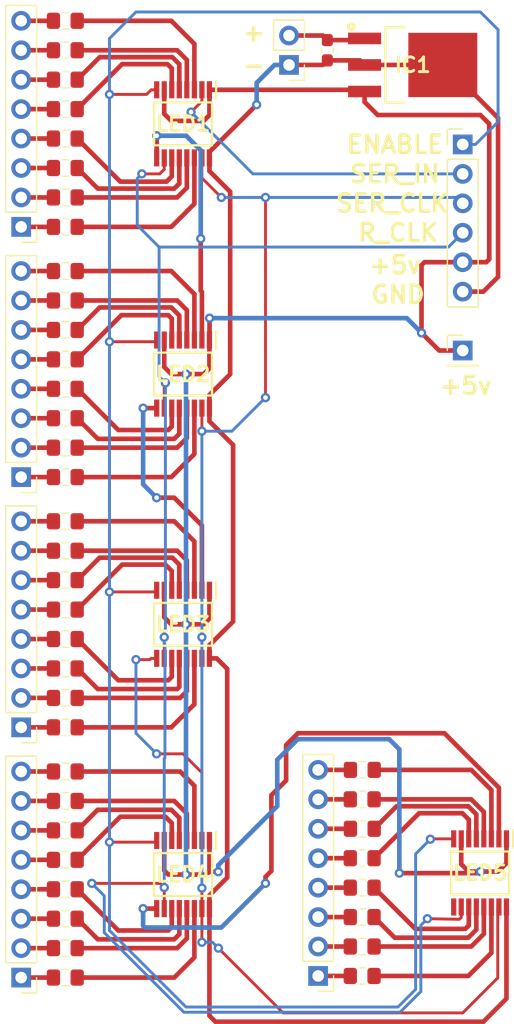
<source format=kicad_pcb>
(kicad_pcb (version 20171130) (host pcbnew 5.0.2-bee76a0~70~ubuntu18.04.1)

  (general
    (thickness 1.6)
    (drawings 9)
    (tracks 507)
    (zones 0)
    (modules 55)
    (nets 93)
  )

  (page A4)
  (layers
    (0 F.Cu signal)
    (31 B.Cu signal)
    (33 F.Adhes user)
    (35 F.Paste user)
    (37 F.SilkS user)
    (39 F.Mask user)
    (40 Dwgs.User user)
    (41 Cmts.User user)
    (42 Eco1.User user)
    (43 Eco2.User user)
    (44 Edge.Cuts user)
    (45 Margin user)
    (46 B.CrtYd user)
    (47 F.CrtYd user)
    (49 F.Fab user)
  )

  (setup
    (last_trace_width 0.25)
    (trace_clearance 0.2)
    (zone_clearance 0.508)
    (zone_45_only no)
    (trace_min 0.2)
    (segment_width 0.2)
    (edge_width 0.15)
    (via_size 0.8)
    (via_drill 0.4)
    (via_min_size 0.4)
    (via_min_drill 0.3)
    (uvia_size 0.3)
    (uvia_drill 0.1)
    (uvias_allowed no)
    (uvia_min_size 0.2)
    (uvia_min_drill 0.1)
    (pcb_text_width 0.3)
    (pcb_text_size 1.5 1.5)
    (mod_edge_width 0.15)
    (mod_text_size 1 1)
    (mod_text_width 0.15)
    (pad_size 1.524 1.524)
    (pad_drill 0.762)
    (pad_to_mask_clearance 0.051)
    (solder_mask_min_width 0.25)
    (aux_axis_origin 0 0)
    (visible_elements FFFFFF7F)
    (pcbplotparams
      (layerselection 0x010fc_ffffffff)
      (usegerberextensions false)
      (usegerberattributes false)
      (usegerberadvancedattributes false)
      (creategerberjobfile false)
      (excludeedgelayer true)
      (linewidth 0.100000)
      (plotframeref false)
      (viasonmask false)
      (mode 1)
      (useauxorigin false)
      (hpglpennumber 1)
      (hpglpenspeed 20)
      (hpglpendiameter 15.000000)
      (psnegative false)
      (psa4output false)
      (plotreference true)
      (plotvalue true)
      (plotinvisibletext false)
      (padsonsilk false)
      (subtractmaskfromsilk false)
      (outputformat 1)
      (mirror false)
      (drillshape 1)
      (scaleselection 1)
      (outputdirectory ""))
  )

  (net 0 "")
  (net 1 "Net-(R2-Pad1)")
  (net 2 "Net-(LED1-Pad4)")
  (net 3 "Net-(LED5-Pad4)")
  (net 4 "Net-(R34-Pad1)")
  (net 5 "Net-(R35-Pad1)")
  (net 6 "Net-(LED5-Pad5)")
  (net 7 "Net-(LED2-Pad6)")
  (net 8 "Net-(R12-Pad1)")
  (net 9 "Net-(R40-Pad1)")
  (net 10 "Net-(LED5-Pad14)")
  (net 11 "Net-(LED5-Pad13)")
  (net 12 "Net-(R39-Pad1)")
  (net 13 "Net-(R38-Pad1)")
  (net 14 "Net-(LED5-Pad12)")
  (net 15 "Net-(LED5-Pad11)")
  (net 16 "Net-(R37-Pad1)")
  (net 17 "Net-(R36-Pad1)")
  (net 18 "Net-(LED5-Pad6)")
  (net 19 "Net-(LED1-Pad3)")
  (net 20 "Net-(R1-Pad1)")
  (net 21 "Net-(R14-Pad1)")
  (net 22 "Net-(LED2-Pad12)")
  (net 23 "Net-(LED1-Pad5)")
  (net 24 "Net-(R3-Pad1)")
  (net 25 "Net-(R4-Pad1)")
  (net 26 "Net-(LED1-Pad6)")
  (net 27 "Net-(LED1-Pad11)")
  (net 28 "Net-(R5-Pad1)")
  (net 29 "Net-(R6-Pad1)")
  (net 30 "Net-(LED1-Pad12)")
  (net 31 "Net-(LED1-Pad13)")
  (net 32 "Net-(R7-Pad1)")
  (net 33 "Net-(R8-Pad1)")
  (net 34 "Net-(LED1-Pad14)")
  (net 35 "Net-(LED2-Pad3)")
  (net 36 "Net-(R9-Pad1)")
  (net 37 "Net-(R10-Pad1)")
  (net 38 "Net-(LED2-Pad4)")
  (net 39 "Net-(LED2-Pad5)")
  (net 40 "Net-(R11-Pad1)")
  (net 41 "Net-(R32-Pad1)")
  (net 42 "Net-(LED4-Pad14)")
  (net 43 "Net-(LED4-Pad3)")
  (net 44 "Net-(R25-Pad1)")
  (net 45 "Net-(R15-Pad1)")
  (net 46 "Net-(LED2-Pad13)")
  (net 47 "Net-(LED2-Pad14)")
  (net 48 "Net-(R16-Pad1)")
  (net 49 "Net-(R17-Pad1)")
  (net 50 "Net-(LED3-Pad3)")
  (net 51 "Net-(LED3-Pad4)")
  (net 52 "Net-(R18-Pad1)")
  (net 53 "Net-(R19-Pad1)")
  (net 54 "Net-(LED3-Pad5)")
  (net 55 "Net-(LED3-Pad6)")
  (net 56 "Net-(R20-Pad1)")
  (net 57 "Net-(R21-Pad1)")
  (net 58 "Net-(LED3-Pad11)")
  (net 59 "Net-(LED3-Pad12)")
  (net 60 "Net-(R22-Pad1)")
  (net 61 "Net-(R24-Pad1)")
  (net 62 "Net-(LED3-Pad14)")
  (net 63 "Net-(LED2-Pad11)")
  (net 64 "Net-(R13-Pad1)")
  (net 65 "Net-(R26-Pad1)")
  (net 66 "Net-(LED4-Pad4)")
  (net 67 "Net-(LED4-Pad5)")
  (net 68 "Net-(R27-Pad1)")
  (net 69 "Net-(R28-Pad1)")
  (net 70 "Net-(LED4-Pad6)")
  (net 71 "Net-(LED4-Pad11)")
  (net 72 "Net-(R29-Pad1)")
  (net 73 "Net-(R30-Pad1)")
  (net 74 "Net-(LED4-Pad12)")
  (net 75 "Net-(LED4-Pad13)")
  (net 76 "Net-(R31-Pad1)")
  (net 77 "Net-(R33-Pad1)")
  (net 78 "Net-(LED5-Pad3)")
  (net 79 "Net-(LED3-Pad13)")
  (net 80 "Net-(R23-Pad1)")
  (net 81 "Net-(J3-Pad1)")
  (net 82 "Net-(J3-Pad2)")
  (net 83 "Net-(J3-Pad3)")
  (net 84 "Net-(J3-Pad4)")
  (net 85 "Net-(C1-Pad1)")
  (net 86 "Net-(IC1-Pad3)")
  (net 87 "Net-(C1-Pad2)")
  (net 88 "Net-(LED4-Pad9)")
  (net 89 "Net-(LED2-Pad9)")
  (net 90 "Net-(LED1-Pad9)")
  (net 91 "Net-(LED5-Pad9)")
  (net 92 "Net-(LED3-Pad9)")

  (net_class Default "This is the default net class."
    (clearance 0.2)
    (trace_width 0.25)
    (via_dia 0.8)
    (via_drill 0.4)
    (uvia_dia 0.3)
    (uvia_drill 0.1)
    (add_net "Net-(J3-Pad1)")
    (add_net "Net-(J3-Pad2)")
    (add_net "Net-(J3-Pad3)")
    (add_net "Net-(J3-Pad4)")
    (add_net "Net-(LED3-Pad9)")
    (add_net "Net-(LED5-Pad9)")
  )

  (net_class Power ""
    (clearance 0.2)
    (trace_width 0.4)
    (via_dia 0.8)
    (via_drill 0.4)
    (uvia_dia 0.3)
    (uvia_drill 0.1)
    (add_net "Net-(C1-Pad1)")
    (add_net "Net-(C1-Pad2)")
    (add_net "Net-(IC1-Pad3)")
    (add_net "Net-(LED1-Pad11)")
    (add_net "Net-(LED1-Pad12)")
    (add_net "Net-(LED1-Pad13)")
    (add_net "Net-(LED1-Pad14)")
    (add_net "Net-(LED1-Pad3)")
    (add_net "Net-(LED1-Pad4)")
    (add_net "Net-(LED1-Pad5)")
    (add_net "Net-(LED1-Pad6)")
    (add_net "Net-(LED1-Pad9)")
    (add_net "Net-(LED2-Pad11)")
    (add_net "Net-(LED2-Pad12)")
    (add_net "Net-(LED2-Pad13)")
    (add_net "Net-(LED2-Pad14)")
    (add_net "Net-(LED2-Pad3)")
    (add_net "Net-(LED2-Pad4)")
    (add_net "Net-(LED2-Pad5)")
    (add_net "Net-(LED2-Pad6)")
    (add_net "Net-(LED2-Pad9)")
    (add_net "Net-(LED3-Pad11)")
    (add_net "Net-(LED3-Pad12)")
    (add_net "Net-(LED3-Pad13)")
    (add_net "Net-(LED3-Pad14)")
    (add_net "Net-(LED3-Pad3)")
    (add_net "Net-(LED3-Pad4)")
    (add_net "Net-(LED3-Pad5)")
    (add_net "Net-(LED3-Pad6)")
    (add_net "Net-(LED4-Pad11)")
    (add_net "Net-(LED4-Pad12)")
    (add_net "Net-(LED4-Pad13)")
    (add_net "Net-(LED4-Pad14)")
    (add_net "Net-(LED4-Pad3)")
    (add_net "Net-(LED4-Pad4)")
    (add_net "Net-(LED4-Pad5)")
    (add_net "Net-(LED4-Pad6)")
    (add_net "Net-(LED4-Pad9)")
    (add_net "Net-(LED5-Pad11)")
    (add_net "Net-(LED5-Pad12)")
    (add_net "Net-(LED5-Pad13)")
    (add_net "Net-(LED5-Pad14)")
    (add_net "Net-(LED5-Pad3)")
    (add_net "Net-(LED5-Pad4)")
    (add_net "Net-(LED5-Pad5)")
    (add_net "Net-(LED5-Pad6)")
    (add_net "Net-(R1-Pad1)")
    (add_net "Net-(R10-Pad1)")
    (add_net "Net-(R11-Pad1)")
    (add_net "Net-(R12-Pad1)")
    (add_net "Net-(R13-Pad1)")
    (add_net "Net-(R14-Pad1)")
    (add_net "Net-(R15-Pad1)")
    (add_net "Net-(R16-Pad1)")
    (add_net "Net-(R17-Pad1)")
    (add_net "Net-(R18-Pad1)")
    (add_net "Net-(R19-Pad1)")
    (add_net "Net-(R2-Pad1)")
    (add_net "Net-(R20-Pad1)")
    (add_net "Net-(R21-Pad1)")
    (add_net "Net-(R22-Pad1)")
    (add_net "Net-(R23-Pad1)")
    (add_net "Net-(R24-Pad1)")
    (add_net "Net-(R25-Pad1)")
    (add_net "Net-(R26-Pad1)")
    (add_net "Net-(R27-Pad1)")
    (add_net "Net-(R28-Pad1)")
    (add_net "Net-(R29-Pad1)")
    (add_net "Net-(R3-Pad1)")
    (add_net "Net-(R30-Pad1)")
    (add_net "Net-(R31-Pad1)")
    (add_net "Net-(R32-Pad1)")
    (add_net "Net-(R33-Pad1)")
    (add_net "Net-(R34-Pad1)")
    (add_net "Net-(R35-Pad1)")
    (add_net "Net-(R36-Pad1)")
    (add_net "Net-(R37-Pad1)")
    (add_net "Net-(R38-Pad1)")
    (add_net "Net-(R39-Pad1)")
    (add_net "Net-(R4-Pad1)")
    (add_net "Net-(R40-Pad1)")
    (add_net "Net-(R5-Pad1)")
    (add_net "Net-(R6-Pad1)")
    (add_net "Net-(R7-Pad1)")
    (add_net "Net-(R8-Pad1)")
    (add_net "Net-(R9-Pad1)")
  )

  (module NoText:R_0805_2012Metric_Pad1.15x1.40mm_HandSolder_noTEXT (layer F.Cu) (tedit 5C355EB6) (tstamp 5C36F01B)
    (at 69.85 137.16)
    (descr "Resistor SMD 0805 (2012 Metric), square (rectangular) end terminal, IPC_7351 nominal with elongated pad for handsoldering. (Body size source: https://docs.google.com/spreadsheets/d/1BsfQQcO9C6DZCsRaXUlFlo91Tg2WpOkGARC1WS5S8t0/edit?usp=sharing), generated with kicad-footprint-generator")
    (tags "resistor handsolder")
    (path /5C830CFC)
    (attr smd)
    (fp_text reference R23 (at 0 -1.65) (layer F.SilkS) hide
      (effects (font (size 1 1) (thickness 0.15)))
    )
    (fp_text value R_US (at 0 1.65) (layer F.Fab) hide
      (effects (font (size 1 1) (thickness 0.15)))
    )
    (fp_text user %R (at 0 0) (layer F.Fab) hide
      (effects (font (size 0.5 0.5) (thickness 0.08)))
    )
    (fp_line (start 1.85 0.95) (end -1.85 0.95) (layer F.CrtYd) (width 0.05))
    (fp_line (start 1.85 -0.95) (end 1.85 0.95) (layer F.CrtYd) (width 0.05))
    (fp_line (start -1.85 -0.95) (end 1.85 -0.95) (layer F.CrtYd) (width 0.05))
    (fp_line (start -1.85 0.95) (end -1.85 -0.95) (layer F.CrtYd) (width 0.05))
    (fp_line (start -0.261252 0.71) (end 0.261252 0.71) (layer F.SilkS) (width 0.12))
    (fp_line (start -0.261252 -0.71) (end 0.261252 -0.71) (layer F.SilkS) (width 0.12))
    (fp_line (start 1 0.6) (end -1 0.6) (layer F.Fab) (width 0.1))
    (fp_line (start 1 -0.6) (end 1 0.6) (layer F.Fab) (width 0.1))
    (fp_line (start -1 -0.6) (end 1 -0.6) (layer F.Fab) (width 0.1))
    (fp_line (start -1 0.6) (end -1 -0.6) (layer F.Fab) (width 0.1))
    (pad 2 smd roundrect (at 1.025 0) (size 1.15 1.4) (layers F.Cu F.Paste F.Mask) (roundrect_rratio 0.217391)
      (net 79 "Net-(LED3-Pad13)"))
    (pad 1 smd roundrect (at -1.025 0) (size 1.15 1.4) (layers F.Cu F.Paste F.Mask) (roundrect_rratio 0.217391)
      (net 80 "Net-(R23-Pad1)"))
    (model ${KISYS3DMOD}/Resistor_SMD.3dshapes/R_0805_2012Metric.wrl
      (at (xyz 0 0 0))
      (scale (xyz 1 1 1))
      (rotate (xyz 0 0 0))
    )
  )

  (module NoText:R_0805_2012Metric_Pad1.15x1.40mm_HandSolder_noTEXT (layer F.Cu) (tedit 5C355EB6) (tstamp 5C36F00B)
    (at 95.476561 143.370629)
    (descr "Resistor SMD 0805 (2012 Metric), square (rectangular) end terminal, IPC_7351 nominal with elongated pad for handsoldering. (Body size source: https://docs.google.com/spreadsheets/d/1BsfQQcO9C6DZCsRaXUlFlo91Tg2WpOkGARC1WS5S8t0/edit?usp=sharing), generated with kicad-footprint-generator")
    (tags "resistor handsolder")
    (path /5C855F0F)
    (attr smd)
    (fp_text reference R33 (at 0 -1.65) (layer F.SilkS) hide
      (effects (font (size 1 1) (thickness 0.15)))
    )
    (fp_text value R_US (at 0 1.65) (layer F.Fab) hide
      (effects (font (size 1 1) (thickness 0.15)))
    )
    (fp_text user %R (at 0 0) (layer F.Fab) hide
      (effects (font (size 0.5 0.5) (thickness 0.08)))
    )
    (fp_line (start 1.85 0.95) (end -1.85 0.95) (layer F.CrtYd) (width 0.05))
    (fp_line (start 1.85 -0.95) (end 1.85 0.95) (layer F.CrtYd) (width 0.05))
    (fp_line (start -1.85 -0.95) (end 1.85 -0.95) (layer F.CrtYd) (width 0.05))
    (fp_line (start -1.85 0.95) (end -1.85 -0.95) (layer F.CrtYd) (width 0.05))
    (fp_line (start -0.261252 0.71) (end 0.261252 0.71) (layer F.SilkS) (width 0.12))
    (fp_line (start -0.261252 -0.71) (end 0.261252 -0.71) (layer F.SilkS) (width 0.12))
    (fp_line (start 1 0.6) (end -1 0.6) (layer F.Fab) (width 0.1))
    (fp_line (start 1 -0.6) (end 1 0.6) (layer F.Fab) (width 0.1))
    (fp_line (start -1 -0.6) (end 1 -0.6) (layer F.Fab) (width 0.1))
    (fp_line (start -1 0.6) (end -1 -0.6) (layer F.Fab) (width 0.1))
    (pad 2 smd roundrect (at 1.025 0) (size 1.15 1.4) (layers F.Cu F.Paste F.Mask) (roundrect_rratio 0.217391)
      (net 78 "Net-(LED5-Pad3)"))
    (pad 1 smd roundrect (at -1.025 0) (size 1.15 1.4) (layers F.Cu F.Paste F.Mask) (roundrect_rratio 0.217391)
      (net 77 "Net-(R33-Pad1)"))
    (model ${KISYS3DMOD}/Resistor_SMD.3dshapes/R_0805_2012Metric.wrl
      (at (xyz 0 0 0))
      (scale (xyz 1 1 1))
      (rotate (xyz 0 0 0))
    )
  )

  (module NoText:R_0805_2012Metric_Pad1.15x1.40mm_HandSolder_noTEXT (layer F.Cu) (tedit 5C355EB6) (tstamp 5C36EFFB)
    (at 69.85 158.75)
    (descr "Resistor SMD 0805 (2012 Metric), square (rectangular) end terminal, IPC_7351 nominal with elongated pad for handsoldering. (Body size source: https://docs.google.com/spreadsheets/d/1BsfQQcO9C6DZCsRaXUlFlo91Tg2WpOkGARC1WS5S8t0/edit?usp=sharing), generated with kicad-footprint-generator")
    (tags "resistor handsolder")
    (path /5C84130D)
    (attr smd)
    (fp_text reference R31 (at 0 -1.65) (layer F.SilkS) hide
      (effects (font (size 1 1) (thickness 0.15)))
    )
    (fp_text value R_US (at 0 1.65) (layer F.Fab) hide
      (effects (font (size 1 1) (thickness 0.15)))
    )
    (fp_text user %R (at 0 0) (layer F.Fab) hide
      (effects (font (size 0.5 0.5) (thickness 0.08)))
    )
    (fp_line (start 1.85 0.95) (end -1.85 0.95) (layer F.CrtYd) (width 0.05))
    (fp_line (start 1.85 -0.95) (end 1.85 0.95) (layer F.CrtYd) (width 0.05))
    (fp_line (start -1.85 -0.95) (end 1.85 -0.95) (layer F.CrtYd) (width 0.05))
    (fp_line (start -1.85 0.95) (end -1.85 -0.95) (layer F.CrtYd) (width 0.05))
    (fp_line (start -0.261252 0.71) (end 0.261252 0.71) (layer F.SilkS) (width 0.12))
    (fp_line (start -0.261252 -0.71) (end 0.261252 -0.71) (layer F.SilkS) (width 0.12))
    (fp_line (start 1 0.6) (end -1 0.6) (layer F.Fab) (width 0.1))
    (fp_line (start 1 -0.6) (end 1 0.6) (layer F.Fab) (width 0.1))
    (fp_line (start -1 -0.6) (end 1 -0.6) (layer F.Fab) (width 0.1))
    (fp_line (start -1 0.6) (end -1 -0.6) (layer F.Fab) (width 0.1))
    (pad 2 smd roundrect (at 1.025 0) (size 1.15 1.4) (layers F.Cu F.Paste F.Mask) (roundrect_rratio 0.217391)
      (net 75 "Net-(LED4-Pad13)"))
    (pad 1 smd roundrect (at -1.025 0) (size 1.15 1.4) (layers F.Cu F.Paste F.Mask) (roundrect_rratio 0.217391)
      (net 76 "Net-(R31-Pad1)"))
    (model ${KISYS3DMOD}/Resistor_SMD.3dshapes/R_0805_2012Metric.wrl
      (at (xyz 0 0 0))
      (scale (xyz 1 1 1))
      (rotate (xyz 0 0 0))
    )
  )

  (module NoText:R_0805_2012Metric_Pad1.15x1.40mm_HandSolder_noTEXT (layer F.Cu) (tedit 5C355EB6) (tstamp 5C36EFEB)
    (at 69.85 156.21)
    (descr "Resistor SMD 0805 (2012 Metric), square (rectangular) end terminal, IPC_7351 nominal with elongated pad for handsoldering. (Body size source: https://docs.google.com/spreadsheets/d/1BsfQQcO9C6DZCsRaXUlFlo91Tg2WpOkGARC1WS5S8t0/edit?usp=sharing), generated with kicad-footprint-generator")
    (tags "resistor handsolder")
    (path /5C841305)
    (attr smd)
    (fp_text reference R30 (at 0 -1.65) (layer F.SilkS) hide
      (effects (font (size 1 1) (thickness 0.15)))
    )
    (fp_text value R_US (at 0 1.65) (layer F.Fab) hide
      (effects (font (size 1 1) (thickness 0.15)))
    )
    (fp_text user %R (at 0 0) (layer F.Fab) hide
      (effects (font (size 0.5 0.5) (thickness 0.08)))
    )
    (fp_line (start 1.85 0.95) (end -1.85 0.95) (layer F.CrtYd) (width 0.05))
    (fp_line (start 1.85 -0.95) (end 1.85 0.95) (layer F.CrtYd) (width 0.05))
    (fp_line (start -1.85 -0.95) (end 1.85 -0.95) (layer F.CrtYd) (width 0.05))
    (fp_line (start -1.85 0.95) (end -1.85 -0.95) (layer F.CrtYd) (width 0.05))
    (fp_line (start -0.261252 0.71) (end 0.261252 0.71) (layer F.SilkS) (width 0.12))
    (fp_line (start -0.261252 -0.71) (end 0.261252 -0.71) (layer F.SilkS) (width 0.12))
    (fp_line (start 1 0.6) (end -1 0.6) (layer F.Fab) (width 0.1))
    (fp_line (start 1 -0.6) (end 1 0.6) (layer F.Fab) (width 0.1))
    (fp_line (start -1 -0.6) (end 1 -0.6) (layer F.Fab) (width 0.1))
    (fp_line (start -1 0.6) (end -1 -0.6) (layer F.Fab) (width 0.1))
    (pad 2 smd roundrect (at 1.025 0) (size 1.15 1.4) (layers F.Cu F.Paste F.Mask) (roundrect_rratio 0.217391)
      (net 74 "Net-(LED4-Pad12)"))
    (pad 1 smd roundrect (at -1.025 0) (size 1.15 1.4) (layers F.Cu F.Paste F.Mask) (roundrect_rratio 0.217391)
      (net 73 "Net-(R30-Pad1)"))
    (model ${KISYS3DMOD}/Resistor_SMD.3dshapes/R_0805_2012Metric.wrl
      (at (xyz 0 0 0))
      (scale (xyz 1 1 1))
      (rotate (xyz 0 0 0))
    )
  )

  (module NoText:R_0805_2012Metric_Pad1.15x1.40mm_HandSolder_noTEXT (layer F.Cu) (tedit 5C355EB6) (tstamp 5C36EFDB)
    (at 69.85 153.67)
    (descr "Resistor SMD 0805 (2012 Metric), square (rectangular) end terminal, IPC_7351 nominal with elongated pad for handsoldering. (Body size source: https://docs.google.com/spreadsheets/d/1BsfQQcO9C6DZCsRaXUlFlo91Tg2WpOkGARC1WS5S8t0/edit?usp=sharing), generated with kicad-footprint-generator")
    (tags "resistor handsolder")
    (path /5C8412FD)
    (attr smd)
    (fp_text reference R29 (at 0 -1.65) (layer F.SilkS) hide
      (effects (font (size 1 1) (thickness 0.15)))
    )
    (fp_text value R_US (at 0 1.65) (layer F.Fab) hide
      (effects (font (size 1 1) (thickness 0.15)))
    )
    (fp_text user %R (at 0 0) (layer F.Fab) hide
      (effects (font (size 0.5 0.5) (thickness 0.08)))
    )
    (fp_line (start 1.85 0.95) (end -1.85 0.95) (layer F.CrtYd) (width 0.05))
    (fp_line (start 1.85 -0.95) (end 1.85 0.95) (layer F.CrtYd) (width 0.05))
    (fp_line (start -1.85 -0.95) (end 1.85 -0.95) (layer F.CrtYd) (width 0.05))
    (fp_line (start -1.85 0.95) (end -1.85 -0.95) (layer F.CrtYd) (width 0.05))
    (fp_line (start -0.261252 0.71) (end 0.261252 0.71) (layer F.SilkS) (width 0.12))
    (fp_line (start -0.261252 -0.71) (end 0.261252 -0.71) (layer F.SilkS) (width 0.12))
    (fp_line (start 1 0.6) (end -1 0.6) (layer F.Fab) (width 0.1))
    (fp_line (start 1 -0.6) (end 1 0.6) (layer F.Fab) (width 0.1))
    (fp_line (start -1 -0.6) (end 1 -0.6) (layer F.Fab) (width 0.1))
    (fp_line (start -1 0.6) (end -1 -0.6) (layer F.Fab) (width 0.1))
    (pad 2 smd roundrect (at 1.025 0) (size 1.15 1.4) (layers F.Cu F.Paste F.Mask) (roundrect_rratio 0.217391)
      (net 71 "Net-(LED4-Pad11)"))
    (pad 1 smd roundrect (at -1.025 0) (size 1.15 1.4) (layers F.Cu F.Paste F.Mask) (roundrect_rratio 0.217391)
      (net 72 "Net-(R29-Pad1)"))
    (model ${KISYS3DMOD}/Resistor_SMD.3dshapes/R_0805_2012Metric.wrl
      (at (xyz 0 0 0))
      (scale (xyz 1 1 1))
      (rotate (xyz 0 0 0))
    )
  )

  (module NoText:R_0805_2012Metric_Pad1.15x1.40mm_HandSolder_noTEXT (layer F.Cu) (tedit 5C355EB6) (tstamp 5C36EFCB)
    (at 69.85 151.13)
    (descr "Resistor SMD 0805 (2012 Metric), square (rectangular) end terminal, IPC_7351 nominal with elongated pad for handsoldering. (Body size source: https://docs.google.com/spreadsheets/d/1BsfQQcO9C6DZCsRaXUlFlo91Tg2WpOkGARC1WS5S8t0/edit?usp=sharing), generated with kicad-footprint-generator")
    (tags "resistor handsolder")
    (path /5C8412F5)
    (attr smd)
    (fp_text reference R28 (at 0 -1.65) (layer F.SilkS) hide
      (effects (font (size 1 1) (thickness 0.15)))
    )
    (fp_text value R_US (at 0 1.65) (layer F.Fab) hide
      (effects (font (size 1 1) (thickness 0.15)))
    )
    (fp_text user %R (at 0 0) (layer F.Fab) hide
      (effects (font (size 0.5 0.5) (thickness 0.08)))
    )
    (fp_line (start 1.85 0.95) (end -1.85 0.95) (layer F.CrtYd) (width 0.05))
    (fp_line (start 1.85 -0.95) (end 1.85 0.95) (layer F.CrtYd) (width 0.05))
    (fp_line (start -1.85 -0.95) (end 1.85 -0.95) (layer F.CrtYd) (width 0.05))
    (fp_line (start -1.85 0.95) (end -1.85 -0.95) (layer F.CrtYd) (width 0.05))
    (fp_line (start -0.261252 0.71) (end 0.261252 0.71) (layer F.SilkS) (width 0.12))
    (fp_line (start -0.261252 -0.71) (end 0.261252 -0.71) (layer F.SilkS) (width 0.12))
    (fp_line (start 1 0.6) (end -1 0.6) (layer F.Fab) (width 0.1))
    (fp_line (start 1 -0.6) (end 1 0.6) (layer F.Fab) (width 0.1))
    (fp_line (start -1 -0.6) (end 1 -0.6) (layer F.Fab) (width 0.1))
    (fp_line (start -1 0.6) (end -1 -0.6) (layer F.Fab) (width 0.1))
    (pad 2 smd roundrect (at 1.025 0) (size 1.15 1.4) (layers F.Cu F.Paste F.Mask) (roundrect_rratio 0.217391)
      (net 70 "Net-(LED4-Pad6)"))
    (pad 1 smd roundrect (at -1.025 0) (size 1.15 1.4) (layers F.Cu F.Paste F.Mask) (roundrect_rratio 0.217391)
      (net 69 "Net-(R28-Pad1)"))
    (model ${KISYS3DMOD}/Resistor_SMD.3dshapes/R_0805_2012Metric.wrl
      (at (xyz 0 0 0))
      (scale (xyz 1 1 1))
      (rotate (xyz 0 0 0))
    )
  )

  (module NoText:R_0805_2012Metric_Pad1.15x1.40mm_HandSolder_noTEXT (layer F.Cu) (tedit 5C355EB6) (tstamp 5C36EFBB)
    (at 69.85 148.59)
    (descr "Resistor SMD 0805 (2012 Metric), square (rectangular) end terminal, IPC_7351 nominal with elongated pad for handsoldering. (Body size source: https://docs.google.com/spreadsheets/d/1BsfQQcO9C6DZCsRaXUlFlo91Tg2WpOkGARC1WS5S8t0/edit?usp=sharing), generated with kicad-footprint-generator")
    (tags "resistor handsolder")
    (path /5C8412ED)
    (attr smd)
    (fp_text reference R27 (at 0 -1.65) (layer F.SilkS) hide
      (effects (font (size 1 1) (thickness 0.15)))
    )
    (fp_text value R_US (at 0 1.65) (layer F.Fab) hide
      (effects (font (size 1 1) (thickness 0.15)))
    )
    (fp_text user %R (at 0 0) (layer F.Fab) hide
      (effects (font (size 0.5 0.5) (thickness 0.08)))
    )
    (fp_line (start 1.85 0.95) (end -1.85 0.95) (layer F.CrtYd) (width 0.05))
    (fp_line (start 1.85 -0.95) (end 1.85 0.95) (layer F.CrtYd) (width 0.05))
    (fp_line (start -1.85 -0.95) (end 1.85 -0.95) (layer F.CrtYd) (width 0.05))
    (fp_line (start -1.85 0.95) (end -1.85 -0.95) (layer F.CrtYd) (width 0.05))
    (fp_line (start -0.261252 0.71) (end 0.261252 0.71) (layer F.SilkS) (width 0.12))
    (fp_line (start -0.261252 -0.71) (end 0.261252 -0.71) (layer F.SilkS) (width 0.12))
    (fp_line (start 1 0.6) (end -1 0.6) (layer F.Fab) (width 0.1))
    (fp_line (start 1 -0.6) (end 1 0.6) (layer F.Fab) (width 0.1))
    (fp_line (start -1 -0.6) (end 1 -0.6) (layer F.Fab) (width 0.1))
    (fp_line (start -1 0.6) (end -1 -0.6) (layer F.Fab) (width 0.1))
    (pad 2 smd roundrect (at 1.025 0) (size 1.15 1.4) (layers F.Cu F.Paste F.Mask) (roundrect_rratio 0.217391)
      (net 67 "Net-(LED4-Pad5)"))
    (pad 1 smd roundrect (at -1.025 0) (size 1.15 1.4) (layers F.Cu F.Paste F.Mask) (roundrect_rratio 0.217391)
      (net 68 "Net-(R27-Pad1)"))
    (model ${KISYS3DMOD}/Resistor_SMD.3dshapes/R_0805_2012Metric.wrl
      (at (xyz 0 0 0))
      (scale (xyz 1 1 1))
      (rotate (xyz 0 0 0))
    )
  )

  (module NoText:R_0805_2012Metric_Pad1.15x1.40mm_HandSolder_noTEXT (layer F.Cu) (tedit 5C355EB6) (tstamp 5C36EFAB)
    (at 69.85 146.05)
    (descr "Resistor SMD 0805 (2012 Metric), square (rectangular) end terminal, IPC_7351 nominal with elongated pad for handsoldering. (Body size source: https://docs.google.com/spreadsheets/d/1BsfQQcO9C6DZCsRaXUlFlo91Tg2WpOkGARC1WS5S8t0/edit?usp=sharing), generated with kicad-footprint-generator")
    (tags "resistor handsolder")
    (path /5C8412E5)
    (attr smd)
    (fp_text reference R26 (at 0 -1.65) (layer F.SilkS) hide
      (effects (font (size 1 1) (thickness 0.15)))
    )
    (fp_text value R_US (at 0 1.65) (layer F.Fab) hide
      (effects (font (size 1 1) (thickness 0.15)))
    )
    (fp_text user %R (at 0 0) (layer F.Fab) hide
      (effects (font (size 0.5 0.5) (thickness 0.08)))
    )
    (fp_line (start 1.85 0.95) (end -1.85 0.95) (layer F.CrtYd) (width 0.05))
    (fp_line (start 1.85 -0.95) (end 1.85 0.95) (layer F.CrtYd) (width 0.05))
    (fp_line (start -1.85 -0.95) (end 1.85 -0.95) (layer F.CrtYd) (width 0.05))
    (fp_line (start -1.85 0.95) (end -1.85 -0.95) (layer F.CrtYd) (width 0.05))
    (fp_line (start -0.261252 0.71) (end 0.261252 0.71) (layer F.SilkS) (width 0.12))
    (fp_line (start -0.261252 -0.71) (end 0.261252 -0.71) (layer F.SilkS) (width 0.12))
    (fp_line (start 1 0.6) (end -1 0.6) (layer F.Fab) (width 0.1))
    (fp_line (start 1 -0.6) (end 1 0.6) (layer F.Fab) (width 0.1))
    (fp_line (start -1 -0.6) (end 1 -0.6) (layer F.Fab) (width 0.1))
    (fp_line (start -1 0.6) (end -1 -0.6) (layer F.Fab) (width 0.1))
    (pad 2 smd roundrect (at 1.025 0) (size 1.15 1.4) (layers F.Cu F.Paste F.Mask) (roundrect_rratio 0.217391)
      (net 66 "Net-(LED4-Pad4)"))
    (pad 1 smd roundrect (at -1.025 0) (size 1.15 1.4) (layers F.Cu F.Paste F.Mask) (roundrect_rratio 0.217391)
      (net 65 "Net-(R26-Pad1)"))
    (model ${KISYS3DMOD}/Resistor_SMD.3dshapes/R_0805_2012Metric.wrl
      (at (xyz 0 0 0))
      (scale (xyz 1 1 1))
      (rotate (xyz 0 0 0))
    )
  )

  (module NoText:R_0805_2012Metric_Pad1.15x1.40mm_HandSolder_noTEXT (layer F.Cu) (tedit 5C355EB6) (tstamp 5C36EF9B)
    (at 69.85 110.49)
    (descr "Resistor SMD 0805 (2012 Metric), square (rectangular) end terminal, IPC_7351 nominal with elongated pad for handsoldering. (Body size source: https://docs.google.com/spreadsheets/d/1BsfQQcO9C6DZCsRaXUlFlo91Tg2WpOkGARC1WS5S8t0/edit?usp=sharing), generated with kicad-footprint-generator")
    (tags "resistor handsolder")
    (path /5C7EC39F)
    (attr smd)
    (fp_text reference R13 (at 0 -1.65) (layer F.SilkS) hide
      (effects (font (size 1 1) (thickness 0.15)))
    )
    (fp_text value R_US (at 0 1.65) (layer F.Fab) hide
      (effects (font (size 1 1) (thickness 0.15)))
    )
    (fp_text user %R (at 0 0) (layer F.Fab) hide
      (effects (font (size 0.5 0.5) (thickness 0.08)))
    )
    (fp_line (start 1.85 0.95) (end -1.85 0.95) (layer F.CrtYd) (width 0.05))
    (fp_line (start 1.85 -0.95) (end 1.85 0.95) (layer F.CrtYd) (width 0.05))
    (fp_line (start -1.85 -0.95) (end 1.85 -0.95) (layer F.CrtYd) (width 0.05))
    (fp_line (start -1.85 0.95) (end -1.85 -0.95) (layer F.CrtYd) (width 0.05))
    (fp_line (start -0.261252 0.71) (end 0.261252 0.71) (layer F.SilkS) (width 0.12))
    (fp_line (start -0.261252 -0.71) (end 0.261252 -0.71) (layer F.SilkS) (width 0.12))
    (fp_line (start 1 0.6) (end -1 0.6) (layer F.Fab) (width 0.1))
    (fp_line (start 1 -0.6) (end 1 0.6) (layer F.Fab) (width 0.1))
    (fp_line (start -1 -0.6) (end 1 -0.6) (layer F.Fab) (width 0.1))
    (fp_line (start -1 0.6) (end -1 -0.6) (layer F.Fab) (width 0.1))
    (pad 2 smd roundrect (at 1.025 0) (size 1.15 1.4) (layers F.Cu F.Paste F.Mask) (roundrect_rratio 0.217391)
      (net 63 "Net-(LED2-Pad11)"))
    (pad 1 smd roundrect (at -1.025 0) (size 1.15 1.4) (layers F.Cu F.Paste F.Mask) (roundrect_rratio 0.217391)
      (net 64 "Net-(R13-Pad1)"))
    (model ${KISYS3DMOD}/Resistor_SMD.3dshapes/R_0805_2012Metric.wrl
      (at (xyz 0 0 0))
      (scale (xyz 1 1 1))
      (rotate (xyz 0 0 0))
    )
  )

  (module NoText:R_0805_2012Metric_Pad1.15x1.40mm_HandSolder_noTEXT (layer F.Cu) (tedit 5C355EB6) (tstamp 5C36EF8B)
    (at 69.85 139.7)
    (descr "Resistor SMD 0805 (2012 Metric), square (rectangular) end terminal, IPC_7351 nominal with elongated pad for handsoldering. (Body size source: https://docs.google.com/spreadsheets/d/1BsfQQcO9C6DZCsRaXUlFlo91Tg2WpOkGARC1WS5S8t0/edit?usp=sharing), generated with kicad-footprint-generator")
    (tags "resistor handsolder")
    (path /5C830D04)
    (attr smd)
    (fp_text reference R24 (at 0 -1.65) (layer F.SilkS) hide
      (effects (font (size 1 1) (thickness 0.15)))
    )
    (fp_text value R_US (at 0 1.65) (layer F.Fab) hide
      (effects (font (size 1 1) (thickness 0.15)))
    )
    (fp_text user %R (at 0 0) (layer F.Fab) hide
      (effects (font (size 0.5 0.5) (thickness 0.08)))
    )
    (fp_line (start 1.85 0.95) (end -1.85 0.95) (layer F.CrtYd) (width 0.05))
    (fp_line (start 1.85 -0.95) (end 1.85 0.95) (layer F.CrtYd) (width 0.05))
    (fp_line (start -1.85 -0.95) (end 1.85 -0.95) (layer F.CrtYd) (width 0.05))
    (fp_line (start -1.85 0.95) (end -1.85 -0.95) (layer F.CrtYd) (width 0.05))
    (fp_line (start -0.261252 0.71) (end 0.261252 0.71) (layer F.SilkS) (width 0.12))
    (fp_line (start -0.261252 -0.71) (end 0.261252 -0.71) (layer F.SilkS) (width 0.12))
    (fp_line (start 1 0.6) (end -1 0.6) (layer F.Fab) (width 0.1))
    (fp_line (start 1 -0.6) (end 1 0.6) (layer F.Fab) (width 0.1))
    (fp_line (start -1 -0.6) (end 1 -0.6) (layer F.Fab) (width 0.1))
    (fp_line (start -1 0.6) (end -1 -0.6) (layer F.Fab) (width 0.1))
    (pad 2 smd roundrect (at 1.025 0) (size 1.15 1.4) (layers F.Cu F.Paste F.Mask) (roundrect_rratio 0.217391)
      (net 62 "Net-(LED3-Pad14)"))
    (pad 1 smd roundrect (at -1.025 0) (size 1.15 1.4) (layers F.Cu F.Paste F.Mask) (roundrect_rratio 0.217391)
      (net 61 "Net-(R24-Pad1)"))
    (model ${KISYS3DMOD}/Resistor_SMD.3dshapes/R_0805_2012Metric.wrl
      (at (xyz 0 0 0))
      (scale (xyz 1 1 1))
      (rotate (xyz 0 0 0))
    )
  )

  (module NoText:R_0805_2012Metric_Pad1.15x1.40mm_HandSolder_noTEXT (layer F.Cu) (tedit 5C355EB6) (tstamp 5C36EF7B)
    (at 69.85 134.62)
    (descr "Resistor SMD 0805 (2012 Metric), square (rectangular) end terminal, IPC_7351 nominal with elongated pad for handsoldering. (Body size source: https://docs.google.com/spreadsheets/d/1BsfQQcO9C6DZCsRaXUlFlo91Tg2WpOkGARC1WS5S8t0/edit?usp=sharing), generated with kicad-footprint-generator")
    (tags "resistor handsolder")
    (path /5C830CF4)
    (attr smd)
    (fp_text reference R22 (at 0 -1.65) (layer F.SilkS) hide
      (effects (font (size 1 1) (thickness 0.15)))
    )
    (fp_text value R_US (at 0 1.65) (layer F.Fab) hide
      (effects (font (size 1 1) (thickness 0.15)))
    )
    (fp_text user %R (at 0 0) (layer F.Fab) hide
      (effects (font (size 0.5 0.5) (thickness 0.08)))
    )
    (fp_line (start 1.85 0.95) (end -1.85 0.95) (layer F.CrtYd) (width 0.05))
    (fp_line (start 1.85 -0.95) (end 1.85 0.95) (layer F.CrtYd) (width 0.05))
    (fp_line (start -1.85 -0.95) (end 1.85 -0.95) (layer F.CrtYd) (width 0.05))
    (fp_line (start -1.85 0.95) (end -1.85 -0.95) (layer F.CrtYd) (width 0.05))
    (fp_line (start -0.261252 0.71) (end 0.261252 0.71) (layer F.SilkS) (width 0.12))
    (fp_line (start -0.261252 -0.71) (end 0.261252 -0.71) (layer F.SilkS) (width 0.12))
    (fp_line (start 1 0.6) (end -1 0.6) (layer F.Fab) (width 0.1))
    (fp_line (start 1 -0.6) (end 1 0.6) (layer F.Fab) (width 0.1))
    (fp_line (start -1 -0.6) (end 1 -0.6) (layer F.Fab) (width 0.1))
    (fp_line (start -1 0.6) (end -1 -0.6) (layer F.Fab) (width 0.1))
    (pad 2 smd roundrect (at 1.025 0) (size 1.15 1.4) (layers F.Cu F.Paste F.Mask) (roundrect_rratio 0.217391)
      (net 59 "Net-(LED3-Pad12)"))
    (pad 1 smd roundrect (at -1.025 0) (size 1.15 1.4) (layers F.Cu F.Paste F.Mask) (roundrect_rratio 0.217391)
      (net 60 "Net-(R22-Pad1)"))
    (model ${KISYS3DMOD}/Resistor_SMD.3dshapes/R_0805_2012Metric.wrl
      (at (xyz 0 0 0))
      (scale (xyz 1 1 1))
      (rotate (xyz 0 0 0))
    )
  )

  (module NoText:R_0805_2012Metric_Pad1.15x1.40mm_HandSolder_noTEXT (layer F.Cu) (tedit 5C355EB6) (tstamp 5C36EF6B)
    (at 69.85 132.08)
    (descr "Resistor SMD 0805 (2012 Metric), square (rectangular) end terminal, IPC_7351 nominal with elongated pad for handsoldering. (Body size source: https://docs.google.com/spreadsheets/d/1BsfQQcO9C6DZCsRaXUlFlo91Tg2WpOkGARC1WS5S8t0/edit?usp=sharing), generated with kicad-footprint-generator")
    (tags "resistor handsolder")
    (path /5C830CEC)
    (attr smd)
    (fp_text reference R21 (at 0 -1.65) (layer F.SilkS) hide
      (effects (font (size 1 1) (thickness 0.15)))
    )
    (fp_text value R_US (at 0 1.65) (layer F.Fab) hide
      (effects (font (size 1 1) (thickness 0.15)))
    )
    (fp_text user %R (at 0 0) (layer F.Fab) hide
      (effects (font (size 0.5 0.5) (thickness 0.08)))
    )
    (fp_line (start 1.85 0.95) (end -1.85 0.95) (layer F.CrtYd) (width 0.05))
    (fp_line (start 1.85 -0.95) (end 1.85 0.95) (layer F.CrtYd) (width 0.05))
    (fp_line (start -1.85 -0.95) (end 1.85 -0.95) (layer F.CrtYd) (width 0.05))
    (fp_line (start -1.85 0.95) (end -1.85 -0.95) (layer F.CrtYd) (width 0.05))
    (fp_line (start -0.261252 0.71) (end 0.261252 0.71) (layer F.SilkS) (width 0.12))
    (fp_line (start -0.261252 -0.71) (end 0.261252 -0.71) (layer F.SilkS) (width 0.12))
    (fp_line (start 1 0.6) (end -1 0.6) (layer F.Fab) (width 0.1))
    (fp_line (start 1 -0.6) (end 1 0.6) (layer F.Fab) (width 0.1))
    (fp_line (start -1 -0.6) (end 1 -0.6) (layer F.Fab) (width 0.1))
    (fp_line (start -1 0.6) (end -1 -0.6) (layer F.Fab) (width 0.1))
    (pad 2 smd roundrect (at 1.025 0) (size 1.15 1.4) (layers F.Cu F.Paste F.Mask) (roundrect_rratio 0.217391)
      (net 58 "Net-(LED3-Pad11)"))
    (pad 1 smd roundrect (at -1.025 0) (size 1.15 1.4) (layers F.Cu F.Paste F.Mask) (roundrect_rratio 0.217391)
      (net 57 "Net-(R21-Pad1)"))
    (model ${KISYS3DMOD}/Resistor_SMD.3dshapes/R_0805_2012Metric.wrl
      (at (xyz 0 0 0))
      (scale (xyz 1 1 1))
      (rotate (xyz 0 0 0))
    )
  )

  (module NoText:R_0805_2012Metric_Pad1.15x1.40mm_HandSolder_noTEXT (layer F.Cu) (tedit 5C355EB6) (tstamp 5C36EF5B)
    (at 69.85 129.54)
    (descr "Resistor SMD 0805 (2012 Metric), square (rectangular) end terminal, IPC_7351 nominal with elongated pad for handsoldering. (Body size source: https://docs.google.com/spreadsheets/d/1BsfQQcO9C6DZCsRaXUlFlo91Tg2WpOkGARC1WS5S8t0/edit?usp=sharing), generated with kicad-footprint-generator")
    (tags "resistor handsolder")
    (path /5C830CE4)
    (attr smd)
    (fp_text reference R20 (at 0 -1.65) (layer F.SilkS) hide
      (effects (font (size 1 1) (thickness 0.15)))
    )
    (fp_text value R_US (at 0 1.65) (layer F.Fab) hide
      (effects (font (size 1 1) (thickness 0.15)))
    )
    (fp_text user %R (at 0 0) (layer F.Fab) hide
      (effects (font (size 0.5 0.5) (thickness 0.08)))
    )
    (fp_line (start 1.85 0.95) (end -1.85 0.95) (layer F.CrtYd) (width 0.05))
    (fp_line (start 1.85 -0.95) (end 1.85 0.95) (layer F.CrtYd) (width 0.05))
    (fp_line (start -1.85 -0.95) (end 1.85 -0.95) (layer F.CrtYd) (width 0.05))
    (fp_line (start -1.85 0.95) (end -1.85 -0.95) (layer F.CrtYd) (width 0.05))
    (fp_line (start -0.261252 0.71) (end 0.261252 0.71) (layer F.SilkS) (width 0.12))
    (fp_line (start -0.261252 -0.71) (end 0.261252 -0.71) (layer F.SilkS) (width 0.12))
    (fp_line (start 1 0.6) (end -1 0.6) (layer F.Fab) (width 0.1))
    (fp_line (start 1 -0.6) (end 1 0.6) (layer F.Fab) (width 0.1))
    (fp_line (start -1 -0.6) (end 1 -0.6) (layer F.Fab) (width 0.1))
    (fp_line (start -1 0.6) (end -1 -0.6) (layer F.Fab) (width 0.1))
    (pad 2 smd roundrect (at 1.025 0) (size 1.15 1.4) (layers F.Cu F.Paste F.Mask) (roundrect_rratio 0.217391)
      (net 55 "Net-(LED3-Pad6)"))
    (pad 1 smd roundrect (at -1.025 0) (size 1.15 1.4) (layers F.Cu F.Paste F.Mask) (roundrect_rratio 0.217391)
      (net 56 "Net-(R20-Pad1)"))
    (model ${KISYS3DMOD}/Resistor_SMD.3dshapes/R_0805_2012Metric.wrl
      (at (xyz 0 0 0))
      (scale (xyz 1 1 1))
      (rotate (xyz 0 0 0))
    )
  )

  (module NoText:R_0805_2012Metric_Pad1.15x1.40mm_HandSolder_noTEXT (layer F.Cu) (tedit 5C355EB6) (tstamp 5C36EF4B)
    (at 69.85 127)
    (descr "Resistor SMD 0805 (2012 Metric), square (rectangular) end terminal, IPC_7351 nominal with elongated pad for handsoldering. (Body size source: https://docs.google.com/spreadsheets/d/1BsfQQcO9C6DZCsRaXUlFlo91Tg2WpOkGARC1WS5S8t0/edit?usp=sharing), generated with kicad-footprint-generator")
    (tags "resistor handsolder")
    (path /5C830CDC)
    (attr smd)
    (fp_text reference R19 (at 0 -1.65) (layer F.SilkS) hide
      (effects (font (size 1 1) (thickness 0.15)))
    )
    (fp_text value R_US (at 0 1.65) (layer F.Fab) hide
      (effects (font (size 1 1) (thickness 0.15)))
    )
    (fp_text user %R (at 0 0) (layer F.Fab) hide
      (effects (font (size 0.5 0.5) (thickness 0.08)))
    )
    (fp_line (start 1.85 0.95) (end -1.85 0.95) (layer F.CrtYd) (width 0.05))
    (fp_line (start 1.85 -0.95) (end 1.85 0.95) (layer F.CrtYd) (width 0.05))
    (fp_line (start -1.85 -0.95) (end 1.85 -0.95) (layer F.CrtYd) (width 0.05))
    (fp_line (start -1.85 0.95) (end -1.85 -0.95) (layer F.CrtYd) (width 0.05))
    (fp_line (start -0.261252 0.71) (end 0.261252 0.71) (layer F.SilkS) (width 0.12))
    (fp_line (start -0.261252 -0.71) (end 0.261252 -0.71) (layer F.SilkS) (width 0.12))
    (fp_line (start 1 0.6) (end -1 0.6) (layer F.Fab) (width 0.1))
    (fp_line (start 1 -0.6) (end 1 0.6) (layer F.Fab) (width 0.1))
    (fp_line (start -1 -0.6) (end 1 -0.6) (layer F.Fab) (width 0.1))
    (fp_line (start -1 0.6) (end -1 -0.6) (layer F.Fab) (width 0.1))
    (pad 2 smd roundrect (at 1.025 0) (size 1.15 1.4) (layers F.Cu F.Paste F.Mask) (roundrect_rratio 0.217391)
      (net 54 "Net-(LED3-Pad5)"))
    (pad 1 smd roundrect (at -1.025 0) (size 1.15 1.4) (layers F.Cu F.Paste F.Mask) (roundrect_rratio 0.217391)
      (net 53 "Net-(R19-Pad1)"))
    (model ${KISYS3DMOD}/Resistor_SMD.3dshapes/R_0805_2012Metric.wrl
      (at (xyz 0 0 0))
      (scale (xyz 1 1 1))
      (rotate (xyz 0 0 0))
    )
  )

  (module NoText:R_0805_2012Metric_Pad1.15x1.40mm_HandSolder_noTEXT (layer F.Cu) (tedit 5C355EB6) (tstamp 5C36EF3B)
    (at 69.85 124.46)
    (descr "Resistor SMD 0805 (2012 Metric), square (rectangular) end terminal, IPC_7351 nominal with elongated pad for handsoldering. (Body size source: https://docs.google.com/spreadsheets/d/1BsfQQcO9C6DZCsRaXUlFlo91Tg2WpOkGARC1WS5S8t0/edit?usp=sharing), generated with kicad-footprint-generator")
    (tags "resistor handsolder")
    (path /5C830CD4)
    (attr smd)
    (fp_text reference R18 (at 0 -1.65) (layer F.SilkS) hide
      (effects (font (size 1 1) (thickness 0.15)))
    )
    (fp_text value R_US (at 0 1.65) (layer F.Fab) hide
      (effects (font (size 1 1) (thickness 0.15)))
    )
    (fp_text user %R (at 0 0) (layer F.Fab) hide
      (effects (font (size 0.5 0.5) (thickness 0.08)))
    )
    (fp_line (start 1.85 0.95) (end -1.85 0.95) (layer F.CrtYd) (width 0.05))
    (fp_line (start 1.85 -0.95) (end 1.85 0.95) (layer F.CrtYd) (width 0.05))
    (fp_line (start -1.85 -0.95) (end 1.85 -0.95) (layer F.CrtYd) (width 0.05))
    (fp_line (start -1.85 0.95) (end -1.85 -0.95) (layer F.CrtYd) (width 0.05))
    (fp_line (start -0.261252 0.71) (end 0.261252 0.71) (layer F.SilkS) (width 0.12))
    (fp_line (start -0.261252 -0.71) (end 0.261252 -0.71) (layer F.SilkS) (width 0.12))
    (fp_line (start 1 0.6) (end -1 0.6) (layer F.Fab) (width 0.1))
    (fp_line (start 1 -0.6) (end 1 0.6) (layer F.Fab) (width 0.1))
    (fp_line (start -1 -0.6) (end 1 -0.6) (layer F.Fab) (width 0.1))
    (fp_line (start -1 0.6) (end -1 -0.6) (layer F.Fab) (width 0.1))
    (pad 2 smd roundrect (at 1.025 0) (size 1.15 1.4) (layers F.Cu F.Paste F.Mask) (roundrect_rratio 0.217391)
      (net 51 "Net-(LED3-Pad4)"))
    (pad 1 smd roundrect (at -1.025 0) (size 1.15 1.4) (layers F.Cu F.Paste F.Mask) (roundrect_rratio 0.217391)
      (net 52 "Net-(R18-Pad1)"))
    (model ${KISYS3DMOD}/Resistor_SMD.3dshapes/R_0805_2012Metric.wrl
      (at (xyz 0 0 0))
      (scale (xyz 1 1 1))
      (rotate (xyz 0 0 0))
    )
  )

  (module NoText:R_0805_2012Metric_Pad1.15x1.40mm_HandSolder_noTEXT (layer F.Cu) (tedit 5C355EB6) (tstamp 5C36EF2B)
    (at 69.85 121.92)
    (descr "Resistor SMD 0805 (2012 Metric), square (rectangular) end terminal, IPC_7351 nominal with elongated pad for handsoldering. (Body size source: https://docs.google.com/spreadsheets/d/1BsfQQcO9C6DZCsRaXUlFlo91Tg2WpOkGARC1WS5S8t0/edit?usp=sharing), generated with kicad-footprint-generator")
    (tags "resistor handsolder")
    (path /5C830CCC)
    (attr smd)
    (fp_text reference R17 (at 0 -1.65) (layer F.SilkS) hide
      (effects (font (size 1 1) (thickness 0.15)))
    )
    (fp_text value R_US (at 0 1.65) (layer F.Fab) hide
      (effects (font (size 1 1) (thickness 0.15)))
    )
    (fp_text user %R (at 0 0) (layer F.Fab) hide
      (effects (font (size 0.5 0.5) (thickness 0.08)))
    )
    (fp_line (start 1.85 0.95) (end -1.85 0.95) (layer F.CrtYd) (width 0.05))
    (fp_line (start 1.85 -0.95) (end 1.85 0.95) (layer F.CrtYd) (width 0.05))
    (fp_line (start -1.85 -0.95) (end 1.85 -0.95) (layer F.CrtYd) (width 0.05))
    (fp_line (start -1.85 0.95) (end -1.85 -0.95) (layer F.CrtYd) (width 0.05))
    (fp_line (start -0.261252 0.71) (end 0.261252 0.71) (layer F.SilkS) (width 0.12))
    (fp_line (start -0.261252 -0.71) (end 0.261252 -0.71) (layer F.SilkS) (width 0.12))
    (fp_line (start 1 0.6) (end -1 0.6) (layer F.Fab) (width 0.1))
    (fp_line (start 1 -0.6) (end 1 0.6) (layer F.Fab) (width 0.1))
    (fp_line (start -1 -0.6) (end 1 -0.6) (layer F.Fab) (width 0.1))
    (fp_line (start -1 0.6) (end -1 -0.6) (layer F.Fab) (width 0.1))
    (pad 2 smd roundrect (at 1.025 0) (size 1.15 1.4) (layers F.Cu F.Paste F.Mask) (roundrect_rratio 0.217391)
      (net 50 "Net-(LED3-Pad3)"))
    (pad 1 smd roundrect (at -1.025 0) (size 1.15 1.4) (layers F.Cu F.Paste F.Mask) (roundrect_rratio 0.217391)
      (net 49 "Net-(R17-Pad1)"))
    (model ${KISYS3DMOD}/Resistor_SMD.3dshapes/R_0805_2012Metric.wrl
      (at (xyz 0 0 0))
      (scale (xyz 1 1 1))
      (rotate (xyz 0 0 0))
    )
  )

  (module NoText:R_0805_2012Metric_Pad1.15x1.40mm_HandSolder_noTEXT (layer F.Cu) (tedit 5C355EB6) (tstamp 5C36EF1B)
    (at 69.85 118.11)
    (descr "Resistor SMD 0805 (2012 Metric), square (rectangular) end terminal, IPC_7351 nominal with elongated pad for handsoldering. (Body size source: https://docs.google.com/spreadsheets/d/1BsfQQcO9C6DZCsRaXUlFlo91Tg2WpOkGARC1WS5S8t0/edit?usp=sharing), generated with kicad-footprint-generator")
    (tags "resistor handsolder")
    (path /5C7EC3B7)
    (attr smd)
    (fp_text reference R16 (at 0 -1.65) (layer F.SilkS) hide
      (effects (font (size 1 1) (thickness 0.15)))
    )
    (fp_text value R_US (at 0 1.65) (layer F.Fab) hide
      (effects (font (size 1 1) (thickness 0.15)))
    )
    (fp_text user %R (at 0 0) (layer F.Fab) hide
      (effects (font (size 0.5 0.5) (thickness 0.08)))
    )
    (fp_line (start 1.85 0.95) (end -1.85 0.95) (layer F.CrtYd) (width 0.05))
    (fp_line (start 1.85 -0.95) (end 1.85 0.95) (layer F.CrtYd) (width 0.05))
    (fp_line (start -1.85 -0.95) (end 1.85 -0.95) (layer F.CrtYd) (width 0.05))
    (fp_line (start -1.85 0.95) (end -1.85 -0.95) (layer F.CrtYd) (width 0.05))
    (fp_line (start -0.261252 0.71) (end 0.261252 0.71) (layer F.SilkS) (width 0.12))
    (fp_line (start -0.261252 -0.71) (end 0.261252 -0.71) (layer F.SilkS) (width 0.12))
    (fp_line (start 1 0.6) (end -1 0.6) (layer F.Fab) (width 0.1))
    (fp_line (start 1 -0.6) (end 1 0.6) (layer F.Fab) (width 0.1))
    (fp_line (start -1 -0.6) (end 1 -0.6) (layer F.Fab) (width 0.1))
    (fp_line (start -1 0.6) (end -1 -0.6) (layer F.Fab) (width 0.1))
    (pad 2 smd roundrect (at 1.025 0) (size 1.15 1.4) (layers F.Cu F.Paste F.Mask) (roundrect_rratio 0.217391)
      (net 47 "Net-(LED2-Pad14)"))
    (pad 1 smd roundrect (at -1.025 0) (size 1.15 1.4) (layers F.Cu F.Paste F.Mask) (roundrect_rratio 0.217391)
      (net 48 "Net-(R16-Pad1)"))
    (model ${KISYS3DMOD}/Resistor_SMD.3dshapes/R_0805_2012Metric.wrl
      (at (xyz 0 0 0))
      (scale (xyz 1 1 1))
      (rotate (xyz 0 0 0))
    )
  )

  (module NoText:R_0805_2012Metric_Pad1.15x1.40mm_HandSolder_noTEXT (layer F.Cu) (tedit 5C355EB6) (tstamp 5C36EF0B)
    (at 69.85 115.57)
    (descr "Resistor SMD 0805 (2012 Metric), square (rectangular) end terminal, IPC_7351 nominal with elongated pad for handsoldering. (Body size source: https://docs.google.com/spreadsheets/d/1BsfQQcO9C6DZCsRaXUlFlo91Tg2WpOkGARC1WS5S8t0/edit?usp=sharing), generated with kicad-footprint-generator")
    (tags "resistor handsolder")
    (path /5C7EC3AF)
    (attr smd)
    (fp_text reference R15 (at 0 -1.65) (layer F.SilkS) hide
      (effects (font (size 1 1) (thickness 0.15)))
    )
    (fp_text value R_US (at 0 1.65) (layer F.Fab) hide
      (effects (font (size 1 1) (thickness 0.15)))
    )
    (fp_text user %R (at 0 0) (layer F.Fab) hide
      (effects (font (size 0.5 0.5) (thickness 0.08)))
    )
    (fp_line (start 1.85 0.95) (end -1.85 0.95) (layer F.CrtYd) (width 0.05))
    (fp_line (start 1.85 -0.95) (end 1.85 0.95) (layer F.CrtYd) (width 0.05))
    (fp_line (start -1.85 -0.95) (end 1.85 -0.95) (layer F.CrtYd) (width 0.05))
    (fp_line (start -1.85 0.95) (end -1.85 -0.95) (layer F.CrtYd) (width 0.05))
    (fp_line (start -0.261252 0.71) (end 0.261252 0.71) (layer F.SilkS) (width 0.12))
    (fp_line (start -0.261252 -0.71) (end 0.261252 -0.71) (layer F.SilkS) (width 0.12))
    (fp_line (start 1 0.6) (end -1 0.6) (layer F.Fab) (width 0.1))
    (fp_line (start 1 -0.6) (end 1 0.6) (layer F.Fab) (width 0.1))
    (fp_line (start -1 -0.6) (end 1 -0.6) (layer F.Fab) (width 0.1))
    (fp_line (start -1 0.6) (end -1 -0.6) (layer F.Fab) (width 0.1))
    (pad 2 smd roundrect (at 1.025 0) (size 1.15 1.4) (layers F.Cu F.Paste F.Mask) (roundrect_rratio 0.217391)
      (net 46 "Net-(LED2-Pad13)"))
    (pad 1 smd roundrect (at -1.025 0) (size 1.15 1.4) (layers F.Cu F.Paste F.Mask) (roundrect_rratio 0.217391)
      (net 45 "Net-(R15-Pad1)"))
    (model ${KISYS3DMOD}/Resistor_SMD.3dshapes/R_0805_2012Metric.wrl
      (at (xyz 0 0 0))
      (scale (xyz 1 1 1))
      (rotate (xyz 0 0 0))
    )
  )

  (module NoText:R_0805_2012Metric_Pad1.15x1.40mm_HandSolder_noTEXT (layer F.Cu) (tedit 5C355EB6) (tstamp 5C36EEFB)
    (at 69.85 143.51)
    (descr "Resistor SMD 0805 (2012 Metric), square (rectangular) end terminal, IPC_7351 nominal with elongated pad for handsoldering. (Body size source: https://docs.google.com/spreadsheets/d/1BsfQQcO9C6DZCsRaXUlFlo91Tg2WpOkGARC1WS5S8t0/edit?usp=sharing), generated with kicad-footprint-generator")
    (tags "resistor handsolder")
    (path /5C8412DD)
    (attr smd)
    (fp_text reference R25 (at 0 -1.65) (layer F.SilkS) hide
      (effects (font (size 1 1) (thickness 0.15)))
    )
    (fp_text value R_US (at 0 1.65) (layer F.Fab) hide
      (effects (font (size 1 1) (thickness 0.15)))
    )
    (fp_text user %R (at 0 0) (layer F.Fab) hide
      (effects (font (size 0.5 0.5) (thickness 0.08)))
    )
    (fp_line (start 1.85 0.95) (end -1.85 0.95) (layer F.CrtYd) (width 0.05))
    (fp_line (start 1.85 -0.95) (end 1.85 0.95) (layer F.CrtYd) (width 0.05))
    (fp_line (start -1.85 -0.95) (end 1.85 -0.95) (layer F.CrtYd) (width 0.05))
    (fp_line (start -1.85 0.95) (end -1.85 -0.95) (layer F.CrtYd) (width 0.05))
    (fp_line (start -0.261252 0.71) (end 0.261252 0.71) (layer F.SilkS) (width 0.12))
    (fp_line (start -0.261252 -0.71) (end 0.261252 -0.71) (layer F.SilkS) (width 0.12))
    (fp_line (start 1 0.6) (end -1 0.6) (layer F.Fab) (width 0.1))
    (fp_line (start 1 -0.6) (end 1 0.6) (layer F.Fab) (width 0.1))
    (fp_line (start -1 -0.6) (end 1 -0.6) (layer F.Fab) (width 0.1))
    (fp_line (start -1 0.6) (end -1 -0.6) (layer F.Fab) (width 0.1))
    (pad 2 smd roundrect (at 1.025 0) (size 1.15 1.4) (layers F.Cu F.Paste F.Mask) (roundrect_rratio 0.217391)
      (net 43 "Net-(LED4-Pad3)"))
    (pad 1 smd roundrect (at -1.025 0) (size 1.15 1.4) (layers F.Cu F.Paste F.Mask) (roundrect_rratio 0.217391)
      (net 44 "Net-(R25-Pad1)"))
    (model ${KISYS3DMOD}/Resistor_SMD.3dshapes/R_0805_2012Metric.wrl
      (at (xyz 0 0 0))
      (scale (xyz 1 1 1))
      (rotate (xyz 0 0 0))
    )
  )

  (module NoText:R_0805_2012Metric_Pad1.15x1.40mm_HandSolder_noTEXT (layer F.Cu) (tedit 5C355EB6) (tstamp 5C36EEEB)
    (at 69.85 161.29)
    (descr "Resistor SMD 0805 (2012 Metric), square (rectangular) end terminal, IPC_7351 nominal with elongated pad for handsoldering. (Body size source: https://docs.google.com/spreadsheets/d/1BsfQQcO9C6DZCsRaXUlFlo91Tg2WpOkGARC1WS5S8t0/edit?usp=sharing), generated with kicad-footprint-generator")
    (tags "resistor handsolder")
    (path /5C841315)
    (attr smd)
    (fp_text reference R32 (at 0 -1.65) (layer F.SilkS) hide
      (effects (font (size 1 1) (thickness 0.15)))
    )
    (fp_text value R_US (at 0 1.65) (layer F.Fab) hide
      (effects (font (size 1 1) (thickness 0.15)))
    )
    (fp_text user %R (at 0 0) (layer F.Fab) hide
      (effects (font (size 0.5 0.5) (thickness 0.08)))
    )
    (fp_line (start 1.85 0.95) (end -1.85 0.95) (layer F.CrtYd) (width 0.05))
    (fp_line (start 1.85 -0.95) (end 1.85 0.95) (layer F.CrtYd) (width 0.05))
    (fp_line (start -1.85 -0.95) (end 1.85 -0.95) (layer F.CrtYd) (width 0.05))
    (fp_line (start -1.85 0.95) (end -1.85 -0.95) (layer F.CrtYd) (width 0.05))
    (fp_line (start -0.261252 0.71) (end 0.261252 0.71) (layer F.SilkS) (width 0.12))
    (fp_line (start -0.261252 -0.71) (end 0.261252 -0.71) (layer F.SilkS) (width 0.12))
    (fp_line (start 1 0.6) (end -1 0.6) (layer F.Fab) (width 0.1))
    (fp_line (start 1 -0.6) (end 1 0.6) (layer F.Fab) (width 0.1))
    (fp_line (start -1 -0.6) (end 1 -0.6) (layer F.Fab) (width 0.1))
    (fp_line (start -1 0.6) (end -1 -0.6) (layer F.Fab) (width 0.1))
    (pad 2 smd roundrect (at 1.025 0) (size 1.15 1.4) (layers F.Cu F.Paste F.Mask) (roundrect_rratio 0.217391)
      (net 42 "Net-(LED4-Pad14)"))
    (pad 1 smd roundrect (at -1.025 0) (size 1.15 1.4) (layers F.Cu F.Paste F.Mask) (roundrect_rratio 0.217391)
      (net 41 "Net-(R32-Pad1)"))
    (model ${KISYS3DMOD}/Resistor_SMD.3dshapes/R_0805_2012Metric.wrl
      (at (xyz 0 0 0))
      (scale (xyz 1 1 1))
      (rotate (xyz 0 0 0))
    )
  )

  (module NoText:R_0805_2012Metric_Pad1.15x1.40mm_HandSolder_noTEXT (layer F.Cu) (tedit 5C355EB6) (tstamp 5C36EEDB)
    (at 69.85 105.41)
    (descr "Resistor SMD 0805 (2012 Metric), square (rectangular) end terminal, IPC_7351 nominal with elongated pad for handsoldering. (Body size source: https://docs.google.com/spreadsheets/d/1BsfQQcO9C6DZCsRaXUlFlo91Tg2WpOkGARC1WS5S8t0/edit?usp=sharing), generated with kicad-footprint-generator")
    (tags "resistor handsolder")
    (path /5C7EC38F)
    (attr smd)
    (fp_text reference R11 (at 0 -1.65) (layer F.SilkS) hide
      (effects (font (size 1 1) (thickness 0.15)))
    )
    (fp_text value R_US (at 0 1.65) (layer F.Fab) hide
      (effects (font (size 1 1) (thickness 0.15)))
    )
    (fp_text user %R (at 0 0) (layer F.Fab) hide
      (effects (font (size 0.5 0.5) (thickness 0.08)))
    )
    (fp_line (start 1.85 0.95) (end -1.85 0.95) (layer F.CrtYd) (width 0.05))
    (fp_line (start 1.85 -0.95) (end 1.85 0.95) (layer F.CrtYd) (width 0.05))
    (fp_line (start -1.85 -0.95) (end 1.85 -0.95) (layer F.CrtYd) (width 0.05))
    (fp_line (start -1.85 0.95) (end -1.85 -0.95) (layer F.CrtYd) (width 0.05))
    (fp_line (start -0.261252 0.71) (end 0.261252 0.71) (layer F.SilkS) (width 0.12))
    (fp_line (start -0.261252 -0.71) (end 0.261252 -0.71) (layer F.SilkS) (width 0.12))
    (fp_line (start 1 0.6) (end -1 0.6) (layer F.Fab) (width 0.1))
    (fp_line (start 1 -0.6) (end 1 0.6) (layer F.Fab) (width 0.1))
    (fp_line (start -1 -0.6) (end 1 -0.6) (layer F.Fab) (width 0.1))
    (fp_line (start -1 0.6) (end -1 -0.6) (layer F.Fab) (width 0.1))
    (pad 2 smd roundrect (at 1.025 0) (size 1.15 1.4) (layers F.Cu F.Paste F.Mask) (roundrect_rratio 0.217391)
      (net 39 "Net-(LED2-Pad5)"))
    (pad 1 smd roundrect (at -1.025 0) (size 1.15 1.4) (layers F.Cu F.Paste F.Mask) (roundrect_rratio 0.217391)
      (net 40 "Net-(R11-Pad1)"))
    (model ${KISYS3DMOD}/Resistor_SMD.3dshapes/R_0805_2012Metric.wrl
      (at (xyz 0 0 0))
      (scale (xyz 1 1 1))
      (rotate (xyz 0 0 0))
    )
  )

  (module NoText:R_0805_2012Metric_Pad1.15x1.40mm_HandSolder_noTEXT (layer F.Cu) (tedit 5C355EB6) (tstamp 5C36EECB)
    (at 69.85 102.87)
    (descr "Resistor SMD 0805 (2012 Metric), square (rectangular) end terminal, IPC_7351 nominal with elongated pad for handsoldering. (Body size source: https://docs.google.com/spreadsheets/d/1BsfQQcO9C6DZCsRaXUlFlo91Tg2WpOkGARC1WS5S8t0/edit?usp=sharing), generated with kicad-footprint-generator")
    (tags "resistor handsolder")
    (path /5C7EC387)
    (attr smd)
    (fp_text reference R10 (at 0 -1.65) (layer F.SilkS) hide
      (effects (font (size 1 1) (thickness 0.15)))
    )
    (fp_text value R_US (at 0 1.65) (layer F.Fab) hide
      (effects (font (size 1 1) (thickness 0.15)))
    )
    (fp_text user %R (at 0 0) (layer F.Fab) hide
      (effects (font (size 0.5 0.5) (thickness 0.08)))
    )
    (fp_line (start 1.85 0.95) (end -1.85 0.95) (layer F.CrtYd) (width 0.05))
    (fp_line (start 1.85 -0.95) (end 1.85 0.95) (layer F.CrtYd) (width 0.05))
    (fp_line (start -1.85 -0.95) (end 1.85 -0.95) (layer F.CrtYd) (width 0.05))
    (fp_line (start -1.85 0.95) (end -1.85 -0.95) (layer F.CrtYd) (width 0.05))
    (fp_line (start -0.261252 0.71) (end 0.261252 0.71) (layer F.SilkS) (width 0.12))
    (fp_line (start -0.261252 -0.71) (end 0.261252 -0.71) (layer F.SilkS) (width 0.12))
    (fp_line (start 1 0.6) (end -1 0.6) (layer F.Fab) (width 0.1))
    (fp_line (start 1 -0.6) (end 1 0.6) (layer F.Fab) (width 0.1))
    (fp_line (start -1 -0.6) (end 1 -0.6) (layer F.Fab) (width 0.1))
    (fp_line (start -1 0.6) (end -1 -0.6) (layer F.Fab) (width 0.1))
    (pad 2 smd roundrect (at 1.025 0) (size 1.15 1.4) (layers F.Cu F.Paste F.Mask) (roundrect_rratio 0.217391)
      (net 38 "Net-(LED2-Pad4)"))
    (pad 1 smd roundrect (at -1.025 0) (size 1.15 1.4) (layers F.Cu F.Paste F.Mask) (roundrect_rratio 0.217391)
      (net 37 "Net-(R10-Pad1)"))
    (model ${KISYS3DMOD}/Resistor_SMD.3dshapes/R_0805_2012Metric.wrl
      (at (xyz 0 0 0))
      (scale (xyz 1 1 1))
      (rotate (xyz 0 0 0))
    )
  )

  (module NoText:R_0805_2012Metric_Pad1.15x1.40mm_HandSolder_noTEXT (layer F.Cu) (tedit 5C355EB6) (tstamp 5C36EEBB)
    (at 69.85 100.33)
    (descr "Resistor SMD 0805 (2012 Metric), square (rectangular) end terminal, IPC_7351 nominal with elongated pad for handsoldering. (Body size source: https://docs.google.com/spreadsheets/d/1BsfQQcO9C6DZCsRaXUlFlo91Tg2WpOkGARC1WS5S8t0/edit?usp=sharing), generated with kicad-footprint-generator")
    (tags "resistor handsolder")
    (path /5C7EC37F)
    (attr smd)
    (fp_text reference R9 (at 0 -1.65) (layer F.SilkS) hide
      (effects (font (size 1 1) (thickness 0.15)))
    )
    (fp_text value R_US (at 0 1.65) (layer F.Fab) hide
      (effects (font (size 1 1) (thickness 0.15)))
    )
    (fp_text user %R (at 0 0) (layer F.Fab) hide
      (effects (font (size 0.5 0.5) (thickness 0.08)))
    )
    (fp_line (start 1.85 0.95) (end -1.85 0.95) (layer F.CrtYd) (width 0.05))
    (fp_line (start 1.85 -0.95) (end 1.85 0.95) (layer F.CrtYd) (width 0.05))
    (fp_line (start -1.85 -0.95) (end 1.85 -0.95) (layer F.CrtYd) (width 0.05))
    (fp_line (start -1.85 0.95) (end -1.85 -0.95) (layer F.CrtYd) (width 0.05))
    (fp_line (start -0.261252 0.71) (end 0.261252 0.71) (layer F.SilkS) (width 0.12))
    (fp_line (start -0.261252 -0.71) (end 0.261252 -0.71) (layer F.SilkS) (width 0.12))
    (fp_line (start 1 0.6) (end -1 0.6) (layer F.Fab) (width 0.1))
    (fp_line (start 1 -0.6) (end 1 0.6) (layer F.Fab) (width 0.1))
    (fp_line (start -1 -0.6) (end 1 -0.6) (layer F.Fab) (width 0.1))
    (fp_line (start -1 0.6) (end -1 -0.6) (layer F.Fab) (width 0.1))
    (pad 2 smd roundrect (at 1.025 0) (size 1.15 1.4) (layers F.Cu F.Paste F.Mask) (roundrect_rratio 0.217391)
      (net 35 "Net-(LED2-Pad3)"))
    (pad 1 smd roundrect (at -1.025 0) (size 1.15 1.4) (layers F.Cu F.Paste F.Mask) (roundrect_rratio 0.217391)
      (net 36 "Net-(R9-Pad1)"))
    (model ${KISYS3DMOD}/Resistor_SMD.3dshapes/R_0805_2012Metric.wrl
      (at (xyz 0 0 0))
      (scale (xyz 1 1 1))
      (rotate (xyz 0 0 0))
    )
  )

  (module NoText:R_0805_2012Metric_Pad1.15x1.40mm_HandSolder_noTEXT (layer F.Cu) (tedit 5C355EB6) (tstamp 5C36EEAB)
    (at 69.85 96.52)
    (descr "Resistor SMD 0805 (2012 Metric), square (rectangular) end terminal, IPC_7351 nominal with elongated pad for handsoldering. (Body size source: https://docs.google.com/spreadsheets/d/1BsfQQcO9C6DZCsRaXUlFlo91Tg2WpOkGARC1WS5S8t0/edit?usp=sharing), generated with kicad-footprint-generator")
    (tags "resistor handsolder")
    (path /5C596129)
    (attr smd)
    (fp_text reference R8 (at 0 -1.65) (layer F.SilkS) hide
      (effects (font (size 1 1) (thickness 0.15)))
    )
    (fp_text value R_US (at 0 1.65) (layer F.Fab) hide
      (effects (font (size 1 1) (thickness 0.15)))
    )
    (fp_text user %R (at 0 0) (layer F.Fab) hide
      (effects (font (size 0.5 0.5) (thickness 0.08)))
    )
    (fp_line (start 1.85 0.95) (end -1.85 0.95) (layer F.CrtYd) (width 0.05))
    (fp_line (start 1.85 -0.95) (end 1.85 0.95) (layer F.CrtYd) (width 0.05))
    (fp_line (start -1.85 -0.95) (end 1.85 -0.95) (layer F.CrtYd) (width 0.05))
    (fp_line (start -1.85 0.95) (end -1.85 -0.95) (layer F.CrtYd) (width 0.05))
    (fp_line (start -0.261252 0.71) (end 0.261252 0.71) (layer F.SilkS) (width 0.12))
    (fp_line (start -0.261252 -0.71) (end 0.261252 -0.71) (layer F.SilkS) (width 0.12))
    (fp_line (start 1 0.6) (end -1 0.6) (layer F.Fab) (width 0.1))
    (fp_line (start 1 -0.6) (end 1 0.6) (layer F.Fab) (width 0.1))
    (fp_line (start -1 -0.6) (end 1 -0.6) (layer F.Fab) (width 0.1))
    (fp_line (start -1 0.6) (end -1 -0.6) (layer F.Fab) (width 0.1))
    (pad 2 smd roundrect (at 1.025 0) (size 1.15 1.4) (layers F.Cu F.Paste F.Mask) (roundrect_rratio 0.217391)
      (net 34 "Net-(LED1-Pad14)"))
    (pad 1 smd roundrect (at -1.025 0) (size 1.15 1.4) (layers F.Cu F.Paste F.Mask) (roundrect_rratio 0.217391)
      (net 33 "Net-(R8-Pad1)"))
    (model ${KISYS3DMOD}/Resistor_SMD.3dshapes/R_0805_2012Metric.wrl
      (at (xyz 0 0 0))
      (scale (xyz 1 1 1))
      (rotate (xyz 0 0 0))
    )
  )

  (module NoText:R_0805_2012Metric_Pad1.15x1.40mm_HandSolder_noTEXT (layer F.Cu) (tedit 5C355EB6) (tstamp 5C36EE9B)
    (at 69.85 93.98)
    (descr "Resistor SMD 0805 (2012 Metric), square (rectangular) end terminal, IPC_7351 nominal with elongated pad for handsoldering. (Body size source: https://docs.google.com/spreadsheets/d/1BsfQQcO9C6DZCsRaXUlFlo91Tg2WpOkGARC1WS5S8t0/edit?usp=sharing), generated with kicad-footprint-generator")
    (tags "resistor handsolder")
    (path /5C586D4D)
    (attr smd)
    (fp_text reference R7 (at 0 -1.65) (layer F.SilkS) hide
      (effects (font (size 1 1) (thickness 0.15)))
    )
    (fp_text value R_US (at 0 1.65) (layer F.Fab) hide
      (effects (font (size 1 1) (thickness 0.15)))
    )
    (fp_text user %R (at 0 0) (layer F.Fab) hide
      (effects (font (size 0.5 0.5) (thickness 0.08)))
    )
    (fp_line (start 1.85 0.95) (end -1.85 0.95) (layer F.CrtYd) (width 0.05))
    (fp_line (start 1.85 -0.95) (end 1.85 0.95) (layer F.CrtYd) (width 0.05))
    (fp_line (start -1.85 -0.95) (end 1.85 -0.95) (layer F.CrtYd) (width 0.05))
    (fp_line (start -1.85 0.95) (end -1.85 -0.95) (layer F.CrtYd) (width 0.05))
    (fp_line (start -0.261252 0.71) (end 0.261252 0.71) (layer F.SilkS) (width 0.12))
    (fp_line (start -0.261252 -0.71) (end 0.261252 -0.71) (layer F.SilkS) (width 0.12))
    (fp_line (start 1 0.6) (end -1 0.6) (layer F.Fab) (width 0.1))
    (fp_line (start 1 -0.6) (end 1 0.6) (layer F.Fab) (width 0.1))
    (fp_line (start -1 -0.6) (end 1 -0.6) (layer F.Fab) (width 0.1))
    (fp_line (start -1 0.6) (end -1 -0.6) (layer F.Fab) (width 0.1))
    (pad 2 smd roundrect (at 1.025 0) (size 1.15 1.4) (layers F.Cu F.Paste F.Mask) (roundrect_rratio 0.217391)
      (net 31 "Net-(LED1-Pad13)"))
    (pad 1 smd roundrect (at -1.025 0) (size 1.15 1.4) (layers F.Cu F.Paste F.Mask) (roundrect_rratio 0.217391)
      (net 32 "Net-(R7-Pad1)"))
    (model ${KISYS3DMOD}/Resistor_SMD.3dshapes/R_0805_2012Metric.wrl
      (at (xyz 0 0 0))
      (scale (xyz 1 1 1))
      (rotate (xyz 0 0 0))
    )
  )

  (module NoText:R_0805_2012Metric_Pad1.15x1.40mm_HandSolder_noTEXT (layer F.Cu) (tedit 5C355EB6) (tstamp 5C36EE8B)
    (at 69.85 91.44)
    (descr "Resistor SMD 0805 (2012 Metric), square (rectangular) end terminal, IPC_7351 nominal with elongated pad for handsoldering. (Body size source: https://docs.google.com/spreadsheets/d/1BsfQQcO9C6DZCsRaXUlFlo91Tg2WpOkGARC1WS5S8t0/edit?usp=sharing), generated with kicad-footprint-generator")
    (tags "resistor handsolder")
    (path /5C57796F)
    (attr smd)
    (fp_text reference R6 (at 0 -1.65) (layer F.SilkS) hide
      (effects (font (size 1 1) (thickness 0.15)))
    )
    (fp_text value R_US (at 0 1.65) (layer F.Fab) hide
      (effects (font (size 1 1) (thickness 0.15)))
    )
    (fp_text user %R (at 0 0) (layer F.Fab) hide
      (effects (font (size 0.5 0.5) (thickness 0.08)))
    )
    (fp_line (start 1.85 0.95) (end -1.85 0.95) (layer F.CrtYd) (width 0.05))
    (fp_line (start 1.85 -0.95) (end 1.85 0.95) (layer F.CrtYd) (width 0.05))
    (fp_line (start -1.85 -0.95) (end 1.85 -0.95) (layer F.CrtYd) (width 0.05))
    (fp_line (start -1.85 0.95) (end -1.85 -0.95) (layer F.CrtYd) (width 0.05))
    (fp_line (start -0.261252 0.71) (end 0.261252 0.71) (layer F.SilkS) (width 0.12))
    (fp_line (start -0.261252 -0.71) (end 0.261252 -0.71) (layer F.SilkS) (width 0.12))
    (fp_line (start 1 0.6) (end -1 0.6) (layer F.Fab) (width 0.1))
    (fp_line (start 1 -0.6) (end 1 0.6) (layer F.Fab) (width 0.1))
    (fp_line (start -1 -0.6) (end 1 -0.6) (layer F.Fab) (width 0.1))
    (fp_line (start -1 0.6) (end -1 -0.6) (layer F.Fab) (width 0.1))
    (pad 2 smd roundrect (at 1.025 0) (size 1.15 1.4) (layers F.Cu F.Paste F.Mask) (roundrect_rratio 0.217391)
      (net 30 "Net-(LED1-Pad12)"))
    (pad 1 smd roundrect (at -1.025 0) (size 1.15 1.4) (layers F.Cu F.Paste F.Mask) (roundrect_rratio 0.217391)
      (net 29 "Net-(R6-Pad1)"))
    (model ${KISYS3DMOD}/Resistor_SMD.3dshapes/R_0805_2012Metric.wrl
      (at (xyz 0 0 0))
      (scale (xyz 1 1 1))
      (rotate (xyz 0 0 0))
    )
  )

  (module NoText:R_0805_2012Metric_Pad1.15x1.40mm_HandSolder_noTEXT (layer F.Cu) (tedit 5C355EB6) (tstamp 5C36EE7B)
    (at 69.85 88.9)
    (descr "Resistor SMD 0805 (2012 Metric), square (rectangular) end terminal, IPC_7351 nominal with elongated pad for handsoldering. (Body size source: https://docs.google.com/spreadsheets/d/1BsfQQcO9C6DZCsRaXUlFlo91Tg2WpOkGARC1WS5S8t0/edit?usp=sharing), generated with kicad-footprint-generator")
    (tags "resistor handsolder")
    (path /5C568597)
    (attr smd)
    (fp_text reference R5 (at 0 -1.65) (layer F.SilkS) hide
      (effects (font (size 1 1) (thickness 0.15)))
    )
    (fp_text value R_US (at 0 1.65) (layer F.Fab) hide
      (effects (font (size 1 1) (thickness 0.15)))
    )
    (fp_text user %R (at 0 0) (layer F.Fab) hide
      (effects (font (size 0.5 0.5) (thickness 0.08)))
    )
    (fp_line (start 1.85 0.95) (end -1.85 0.95) (layer F.CrtYd) (width 0.05))
    (fp_line (start 1.85 -0.95) (end 1.85 0.95) (layer F.CrtYd) (width 0.05))
    (fp_line (start -1.85 -0.95) (end 1.85 -0.95) (layer F.CrtYd) (width 0.05))
    (fp_line (start -1.85 0.95) (end -1.85 -0.95) (layer F.CrtYd) (width 0.05))
    (fp_line (start -0.261252 0.71) (end 0.261252 0.71) (layer F.SilkS) (width 0.12))
    (fp_line (start -0.261252 -0.71) (end 0.261252 -0.71) (layer F.SilkS) (width 0.12))
    (fp_line (start 1 0.6) (end -1 0.6) (layer F.Fab) (width 0.1))
    (fp_line (start 1 -0.6) (end 1 0.6) (layer F.Fab) (width 0.1))
    (fp_line (start -1 -0.6) (end 1 -0.6) (layer F.Fab) (width 0.1))
    (fp_line (start -1 0.6) (end -1 -0.6) (layer F.Fab) (width 0.1))
    (pad 2 smd roundrect (at 1.025 0) (size 1.15 1.4) (layers F.Cu F.Paste F.Mask) (roundrect_rratio 0.217391)
      (net 27 "Net-(LED1-Pad11)"))
    (pad 1 smd roundrect (at -1.025 0) (size 1.15 1.4) (layers F.Cu F.Paste F.Mask) (roundrect_rratio 0.217391)
      (net 28 "Net-(R5-Pad1)"))
    (model ${KISYS3DMOD}/Resistor_SMD.3dshapes/R_0805_2012Metric.wrl
      (at (xyz 0 0 0))
      (scale (xyz 1 1 1))
      (rotate (xyz 0 0 0))
    )
  )

  (module NoText:R_0805_2012Metric_Pad1.15x1.40mm_HandSolder_noTEXT (layer F.Cu) (tedit 5C355EB6) (tstamp 5C36EE6B)
    (at 69.85 86.36)
    (descr "Resistor SMD 0805 (2012 Metric), square (rectangular) end terminal, IPC_7351 nominal with elongated pad for handsoldering. (Body size source: https://docs.google.com/spreadsheets/d/1BsfQQcO9C6DZCsRaXUlFlo91Tg2WpOkGARC1WS5S8t0/edit?usp=sharing), generated with kicad-footprint-generator")
    (tags "resistor handsolder")
    (path /5C5591C3)
    (attr smd)
    (fp_text reference R4 (at 0 -1.65) (layer F.SilkS) hide
      (effects (font (size 1 1) (thickness 0.15)))
    )
    (fp_text value R_US (at 0 1.65) (layer F.Fab) hide
      (effects (font (size 1 1) (thickness 0.15)))
    )
    (fp_text user %R (at 0 0) (layer F.Fab) hide
      (effects (font (size 0.5 0.5) (thickness 0.08)))
    )
    (fp_line (start 1.85 0.95) (end -1.85 0.95) (layer F.CrtYd) (width 0.05))
    (fp_line (start 1.85 -0.95) (end 1.85 0.95) (layer F.CrtYd) (width 0.05))
    (fp_line (start -1.85 -0.95) (end 1.85 -0.95) (layer F.CrtYd) (width 0.05))
    (fp_line (start -1.85 0.95) (end -1.85 -0.95) (layer F.CrtYd) (width 0.05))
    (fp_line (start -0.261252 0.71) (end 0.261252 0.71) (layer F.SilkS) (width 0.12))
    (fp_line (start -0.261252 -0.71) (end 0.261252 -0.71) (layer F.SilkS) (width 0.12))
    (fp_line (start 1 0.6) (end -1 0.6) (layer F.Fab) (width 0.1))
    (fp_line (start 1 -0.6) (end 1 0.6) (layer F.Fab) (width 0.1))
    (fp_line (start -1 -0.6) (end 1 -0.6) (layer F.Fab) (width 0.1))
    (fp_line (start -1 0.6) (end -1 -0.6) (layer F.Fab) (width 0.1))
    (pad 2 smd roundrect (at 1.025 0) (size 1.15 1.4) (layers F.Cu F.Paste F.Mask) (roundrect_rratio 0.217391)
      (net 26 "Net-(LED1-Pad6)"))
    (pad 1 smd roundrect (at -1.025 0) (size 1.15 1.4) (layers F.Cu F.Paste F.Mask) (roundrect_rratio 0.217391)
      (net 25 "Net-(R4-Pad1)"))
    (model ${KISYS3DMOD}/Resistor_SMD.3dshapes/R_0805_2012Metric.wrl
      (at (xyz 0 0 0))
      (scale (xyz 1 1 1))
      (rotate (xyz 0 0 0))
    )
  )

  (module NoText:R_0805_2012Metric_Pad1.15x1.40mm_HandSolder_noTEXT (layer F.Cu) (tedit 5C355EB6) (tstamp 5C36EE5B)
    (at 69.85 83.82)
    (descr "Resistor SMD 0805 (2012 Metric), square (rectangular) end terminal, IPC_7351 nominal with elongated pad for handsoldering. (Body size source: https://docs.google.com/spreadsheets/d/1BsfQQcO9C6DZCsRaXUlFlo91Tg2WpOkGARC1WS5S8t0/edit?usp=sharing), generated with kicad-footprint-generator")
    (tags "resistor handsolder")
    (path /5C549DEF)
    (attr smd)
    (fp_text reference R3 (at 0 -1.65) (layer F.SilkS) hide
      (effects (font (size 1 1) (thickness 0.15)))
    )
    (fp_text value R_US (at 0 1.65) (layer F.Fab) hide
      (effects (font (size 1 1) (thickness 0.15)))
    )
    (fp_text user %R (at 0 0) (layer F.Fab) hide
      (effects (font (size 0.5 0.5) (thickness 0.08)))
    )
    (fp_line (start 1.85 0.95) (end -1.85 0.95) (layer F.CrtYd) (width 0.05))
    (fp_line (start 1.85 -0.95) (end 1.85 0.95) (layer F.CrtYd) (width 0.05))
    (fp_line (start -1.85 -0.95) (end 1.85 -0.95) (layer F.CrtYd) (width 0.05))
    (fp_line (start -1.85 0.95) (end -1.85 -0.95) (layer F.CrtYd) (width 0.05))
    (fp_line (start -0.261252 0.71) (end 0.261252 0.71) (layer F.SilkS) (width 0.12))
    (fp_line (start -0.261252 -0.71) (end 0.261252 -0.71) (layer F.SilkS) (width 0.12))
    (fp_line (start 1 0.6) (end -1 0.6) (layer F.Fab) (width 0.1))
    (fp_line (start 1 -0.6) (end 1 0.6) (layer F.Fab) (width 0.1))
    (fp_line (start -1 -0.6) (end 1 -0.6) (layer F.Fab) (width 0.1))
    (fp_line (start -1 0.6) (end -1 -0.6) (layer F.Fab) (width 0.1))
    (pad 2 smd roundrect (at 1.025 0) (size 1.15 1.4) (layers F.Cu F.Paste F.Mask) (roundrect_rratio 0.217391)
      (net 23 "Net-(LED1-Pad5)"))
    (pad 1 smd roundrect (at -1.025 0) (size 1.15 1.4) (layers F.Cu F.Paste F.Mask) (roundrect_rratio 0.217391)
      (net 24 "Net-(R3-Pad1)"))
    (model ${KISYS3DMOD}/Resistor_SMD.3dshapes/R_0805_2012Metric.wrl
      (at (xyz 0 0 0))
      (scale (xyz 1 1 1))
      (rotate (xyz 0 0 0))
    )
  )

  (module NoText:R_0805_2012Metric_Pad1.15x1.40mm_HandSolder_noTEXT (layer F.Cu) (tedit 5C355EB6) (tstamp 5C36EE4B)
    (at 69.85 113.03)
    (descr "Resistor SMD 0805 (2012 Metric), square (rectangular) end terminal, IPC_7351 nominal with elongated pad for handsoldering. (Body size source: https://docs.google.com/spreadsheets/d/1BsfQQcO9C6DZCsRaXUlFlo91Tg2WpOkGARC1WS5S8t0/edit?usp=sharing), generated with kicad-footprint-generator")
    (tags "resistor handsolder")
    (path /5C7EC3A7)
    (attr smd)
    (fp_text reference R14 (at 0 -1.65) (layer F.SilkS) hide
      (effects (font (size 1 1) (thickness 0.15)))
    )
    (fp_text value R_US (at 0 1.65) (layer F.Fab) hide
      (effects (font (size 1 1) (thickness 0.15)))
    )
    (fp_text user %R (at 0 0) (layer F.Fab) hide
      (effects (font (size 0.5 0.5) (thickness 0.08)))
    )
    (fp_line (start 1.85 0.95) (end -1.85 0.95) (layer F.CrtYd) (width 0.05))
    (fp_line (start 1.85 -0.95) (end 1.85 0.95) (layer F.CrtYd) (width 0.05))
    (fp_line (start -1.85 -0.95) (end 1.85 -0.95) (layer F.CrtYd) (width 0.05))
    (fp_line (start -1.85 0.95) (end -1.85 -0.95) (layer F.CrtYd) (width 0.05))
    (fp_line (start -0.261252 0.71) (end 0.261252 0.71) (layer F.SilkS) (width 0.12))
    (fp_line (start -0.261252 -0.71) (end 0.261252 -0.71) (layer F.SilkS) (width 0.12))
    (fp_line (start 1 0.6) (end -1 0.6) (layer F.Fab) (width 0.1))
    (fp_line (start 1 -0.6) (end 1 0.6) (layer F.Fab) (width 0.1))
    (fp_line (start -1 -0.6) (end 1 -0.6) (layer F.Fab) (width 0.1))
    (fp_line (start -1 0.6) (end -1 -0.6) (layer F.Fab) (width 0.1))
    (pad 2 smd roundrect (at 1.025 0) (size 1.15 1.4) (layers F.Cu F.Paste F.Mask) (roundrect_rratio 0.217391)
      (net 22 "Net-(LED2-Pad12)"))
    (pad 1 smd roundrect (at -1.025 0) (size 1.15 1.4) (layers F.Cu F.Paste F.Mask) (roundrect_rratio 0.217391)
      (net 21 "Net-(R14-Pad1)"))
    (model ${KISYS3DMOD}/Resistor_SMD.3dshapes/R_0805_2012Metric.wrl
      (at (xyz 0 0 0))
      (scale (xyz 1 1 1))
      (rotate (xyz 0 0 0))
    )
  )

  (module NoText:R_0805_2012Metric_Pad1.15x1.40mm_HandSolder_noTEXT (layer F.Cu) (tedit 5C355EB6) (tstamp 5C36EE3B)
    (at 69.85 78.74)
    (descr "Resistor SMD 0805 (2012 Metric), square (rectangular) end terminal, IPC_7351 nominal with elongated pad for handsoldering. (Body size source: https://docs.google.com/spreadsheets/d/1BsfQQcO9C6DZCsRaXUlFlo91Tg2WpOkGARC1WS5S8t0/edit?usp=sharing), generated with kicad-footprint-generator")
    (tags "resistor handsolder")
    (path /5C47DEC0)
    (attr smd)
    (fp_text reference R1 (at 0 -1.65) (layer F.SilkS) hide
      (effects (font (size 1 1) (thickness 0.15)))
    )
    (fp_text value R_US (at 0 1.65) (layer F.Fab) hide
      (effects (font (size 1 1) (thickness 0.15)))
    )
    (fp_text user %R (at 0 0) (layer F.Fab) hide
      (effects (font (size 0.5 0.5) (thickness 0.08)))
    )
    (fp_line (start 1.85 0.95) (end -1.85 0.95) (layer F.CrtYd) (width 0.05))
    (fp_line (start 1.85 -0.95) (end 1.85 0.95) (layer F.CrtYd) (width 0.05))
    (fp_line (start -1.85 -0.95) (end 1.85 -0.95) (layer F.CrtYd) (width 0.05))
    (fp_line (start -1.85 0.95) (end -1.85 -0.95) (layer F.CrtYd) (width 0.05))
    (fp_line (start -0.261252 0.71) (end 0.261252 0.71) (layer F.SilkS) (width 0.12))
    (fp_line (start -0.261252 -0.71) (end 0.261252 -0.71) (layer F.SilkS) (width 0.12))
    (fp_line (start 1 0.6) (end -1 0.6) (layer F.Fab) (width 0.1))
    (fp_line (start 1 -0.6) (end 1 0.6) (layer F.Fab) (width 0.1))
    (fp_line (start -1 -0.6) (end 1 -0.6) (layer F.Fab) (width 0.1))
    (fp_line (start -1 0.6) (end -1 -0.6) (layer F.Fab) (width 0.1))
    (pad 2 smd roundrect (at 1.025 0) (size 1.15 1.4) (layers F.Cu F.Paste F.Mask) (roundrect_rratio 0.217391)
      (net 19 "Net-(LED1-Pad3)"))
    (pad 1 smd roundrect (at -1.025 0) (size 1.15 1.4) (layers F.Cu F.Paste F.Mask) (roundrect_rratio 0.217391)
      (net 20 "Net-(R1-Pad1)"))
    (model ${KISYS3DMOD}/Resistor_SMD.3dshapes/R_0805_2012Metric.wrl
      (at (xyz 0 0 0))
      (scale (xyz 1 1 1))
      (rotate (xyz 0 0 0))
    )
  )

  (module NoText:R_0805_2012Metric_Pad1.15x1.40mm_HandSolder_noTEXT (layer F.Cu) (tedit 5C355EB6) (tstamp 5C36EE2B)
    (at 95.464894 150.990629)
    (descr "Resistor SMD 0805 (2012 Metric), square (rectangular) end terminal, IPC_7351 nominal with elongated pad for handsoldering. (Body size source: https://docs.google.com/spreadsheets/d/1BsfQQcO9C6DZCsRaXUlFlo91Tg2WpOkGARC1WS5S8t0/edit?usp=sharing), generated with kicad-footprint-generator")
    (tags "resistor handsolder")
    (path /5C855F27)
    (attr smd)
    (fp_text reference R36 (at 0 -1.65) (layer F.SilkS) hide
      (effects (font (size 1 1) (thickness 0.15)))
    )
    (fp_text value R_US (at 0 1.65) (layer F.Fab) hide
      (effects (font (size 1 1) (thickness 0.15)))
    )
    (fp_text user %R (at 0 0) (layer F.Fab) hide
      (effects (font (size 0.5 0.5) (thickness 0.08)))
    )
    (fp_line (start 1.85 0.95) (end -1.85 0.95) (layer F.CrtYd) (width 0.05))
    (fp_line (start 1.85 -0.95) (end 1.85 0.95) (layer F.CrtYd) (width 0.05))
    (fp_line (start -1.85 -0.95) (end 1.85 -0.95) (layer F.CrtYd) (width 0.05))
    (fp_line (start -1.85 0.95) (end -1.85 -0.95) (layer F.CrtYd) (width 0.05))
    (fp_line (start -0.261252 0.71) (end 0.261252 0.71) (layer F.SilkS) (width 0.12))
    (fp_line (start -0.261252 -0.71) (end 0.261252 -0.71) (layer F.SilkS) (width 0.12))
    (fp_line (start 1 0.6) (end -1 0.6) (layer F.Fab) (width 0.1))
    (fp_line (start 1 -0.6) (end 1 0.6) (layer F.Fab) (width 0.1))
    (fp_line (start -1 -0.6) (end 1 -0.6) (layer F.Fab) (width 0.1))
    (fp_line (start -1 0.6) (end -1 -0.6) (layer F.Fab) (width 0.1))
    (pad 2 smd roundrect (at 1.025 0) (size 1.15 1.4) (layers F.Cu F.Paste F.Mask) (roundrect_rratio 0.217391)
      (net 18 "Net-(LED5-Pad6)"))
    (pad 1 smd roundrect (at -1.025 0) (size 1.15 1.4) (layers F.Cu F.Paste F.Mask) (roundrect_rratio 0.217391)
      (net 17 "Net-(R36-Pad1)"))
    (model ${KISYS3DMOD}/Resistor_SMD.3dshapes/R_0805_2012Metric.wrl
      (at (xyz 0 0 0))
      (scale (xyz 1 1 1))
      (rotate (xyz 0 0 0))
    )
  )

  (module NoText:R_0805_2012Metric_Pad1.15x1.40mm_HandSolder_noTEXT (layer F.Cu) (tedit 5C355EB6) (tstamp 5C36EE1B)
    (at 95.464894 153.530629)
    (descr "Resistor SMD 0805 (2012 Metric), square (rectangular) end terminal, IPC_7351 nominal with elongated pad for handsoldering. (Body size source: https://docs.google.com/spreadsheets/d/1BsfQQcO9C6DZCsRaXUlFlo91Tg2WpOkGARC1WS5S8t0/edit?usp=sharing), generated with kicad-footprint-generator")
    (tags "resistor handsolder")
    (path /5C855F2F)
    (attr smd)
    (fp_text reference R37 (at 0 -1.65) (layer F.SilkS) hide
      (effects (font (size 1 1) (thickness 0.15)))
    )
    (fp_text value R_US (at 0 1.65) (layer F.Fab) hide
      (effects (font (size 1 1) (thickness 0.15)))
    )
    (fp_text user %R (at 0 0) (layer F.Fab) hide
      (effects (font (size 0.5 0.5) (thickness 0.08)))
    )
    (fp_line (start 1.85 0.95) (end -1.85 0.95) (layer F.CrtYd) (width 0.05))
    (fp_line (start 1.85 -0.95) (end 1.85 0.95) (layer F.CrtYd) (width 0.05))
    (fp_line (start -1.85 -0.95) (end 1.85 -0.95) (layer F.CrtYd) (width 0.05))
    (fp_line (start -1.85 0.95) (end -1.85 -0.95) (layer F.CrtYd) (width 0.05))
    (fp_line (start -0.261252 0.71) (end 0.261252 0.71) (layer F.SilkS) (width 0.12))
    (fp_line (start -0.261252 -0.71) (end 0.261252 -0.71) (layer F.SilkS) (width 0.12))
    (fp_line (start 1 0.6) (end -1 0.6) (layer F.Fab) (width 0.1))
    (fp_line (start 1 -0.6) (end 1 0.6) (layer F.Fab) (width 0.1))
    (fp_line (start -1 -0.6) (end 1 -0.6) (layer F.Fab) (width 0.1))
    (fp_line (start -1 0.6) (end -1 -0.6) (layer F.Fab) (width 0.1))
    (pad 2 smd roundrect (at 1.025 0) (size 1.15 1.4) (layers F.Cu F.Paste F.Mask) (roundrect_rratio 0.217391)
      (net 15 "Net-(LED5-Pad11)"))
    (pad 1 smd roundrect (at -1.025 0) (size 1.15 1.4) (layers F.Cu F.Paste F.Mask) (roundrect_rratio 0.217391)
      (net 16 "Net-(R37-Pad1)"))
    (model ${KISYS3DMOD}/Resistor_SMD.3dshapes/R_0805_2012Metric.wrl
      (at (xyz 0 0 0))
      (scale (xyz 1 1 1))
      (rotate (xyz 0 0 0))
    )
  )

  (module NoText:R_0805_2012Metric_Pad1.15x1.40mm_HandSolder_noTEXT (layer F.Cu) (tedit 5C355EB6) (tstamp 5C36EE0B)
    (at 95.464894 156.070629)
    (descr "Resistor SMD 0805 (2012 Metric), square (rectangular) end terminal, IPC_7351 nominal with elongated pad for handsoldering. (Body size source: https://docs.google.com/spreadsheets/d/1BsfQQcO9C6DZCsRaXUlFlo91Tg2WpOkGARC1WS5S8t0/edit?usp=sharing), generated with kicad-footprint-generator")
    (tags "resistor handsolder")
    (path /5C855F37)
    (attr smd)
    (fp_text reference R38 (at 0 -1.65) (layer F.SilkS) hide
      (effects (font (size 1 1) (thickness 0.15)))
    )
    (fp_text value R_US (at 0 1.65) (layer F.Fab) hide
      (effects (font (size 1 1) (thickness 0.15)))
    )
    (fp_text user %R (at 0 0) (layer F.Fab) hide
      (effects (font (size 0.5 0.5) (thickness 0.08)))
    )
    (fp_line (start 1.85 0.95) (end -1.85 0.95) (layer F.CrtYd) (width 0.05))
    (fp_line (start 1.85 -0.95) (end 1.85 0.95) (layer F.CrtYd) (width 0.05))
    (fp_line (start -1.85 -0.95) (end 1.85 -0.95) (layer F.CrtYd) (width 0.05))
    (fp_line (start -1.85 0.95) (end -1.85 -0.95) (layer F.CrtYd) (width 0.05))
    (fp_line (start -0.261252 0.71) (end 0.261252 0.71) (layer F.SilkS) (width 0.12))
    (fp_line (start -0.261252 -0.71) (end 0.261252 -0.71) (layer F.SilkS) (width 0.12))
    (fp_line (start 1 0.6) (end -1 0.6) (layer F.Fab) (width 0.1))
    (fp_line (start 1 -0.6) (end 1 0.6) (layer F.Fab) (width 0.1))
    (fp_line (start -1 -0.6) (end 1 -0.6) (layer F.Fab) (width 0.1))
    (fp_line (start -1 0.6) (end -1 -0.6) (layer F.Fab) (width 0.1))
    (pad 2 smd roundrect (at 1.025 0) (size 1.15 1.4) (layers F.Cu F.Paste F.Mask) (roundrect_rratio 0.217391)
      (net 14 "Net-(LED5-Pad12)"))
    (pad 1 smd roundrect (at -1.025 0) (size 1.15 1.4) (layers F.Cu F.Paste F.Mask) (roundrect_rratio 0.217391)
      (net 13 "Net-(R38-Pad1)"))
    (model ${KISYS3DMOD}/Resistor_SMD.3dshapes/R_0805_2012Metric.wrl
      (at (xyz 0 0 0))
      (scale (xyz 1 1 1))
      (rotate (xyz 0 0 0))
    )
  )

  (module NoText:R_0805_2012Metric_Pad1.15x1.40mm_HandSolder_noTEXT (layer F.Cu) (tedit 5C355EB6) (tstamp 5C36EDFB)
    (at 95.464894 158.610629)
    (descr "Resistor SMD 0805 (2012 Metric), square (rectangular) end terminal, IPC_7351 nominal with elongated pad for handsoldering. (Body size source: https://docs.google.com/spreadsheets/d/1BsfQQcO9C6DZCsRaXUlFlo91Tg2WpOkGARC1WS5S8t0/edit?usp=sharing), generated with kicad-footprint-generator")
    (tags "resistor handsolder")
    (path /5C855F3F)
    (attr smd)
    (fp_text reference R39 (at 0 -1.65) (layer F.SilkS) hide
      (effects (font (size 1 1) (thickness 0.15)))
    )
    (fp_text value R_US (at 0 1.65) (layer F.Fab) hide
      (effects (font (size 1 1) (thickness 0.15)))
    )
    (fp_text user %R (at 0 0) (layer F.Fab) hide
      (effects (font (size 0.5 0.5) (thickness 0.08)))
    )
    (fp_line (start 1.85 0.95) (end -1.85 0.95) (layer F.CrtYd) (width 0.05))
    (fp_line (start 1.85 -0.95) (end 1.85 0.95) (layer F.CrtYd) (width 0.05))
    (fp_line (start -1.85 -0.95) (end 1.85 -0.95) (layer F.CrtYd) (width 0.05))
    (fp_line (start -1.85 0.95) (end -1.85 -0.95) (layer F.CrtYd) (width 0.05))
    (fp_line (start -0.261252 0.71) (end 0.261252 0.71) (layer F.SilkS) (width 0.12))
    (fp_line (start -0.261252 -0.71) (end 0.261252 -0.71) (layer F.SilkS) (width 0.12))
    (fp_line (start 1 0.6) (end -1 0.6) (layer F.Fab) (width 0.1))
    (fp_line (start 1 -0.6) (end 1 0.6) (layer F.Fab) (width 0.1))
    (fp_line (start -1 -0.6) (end 1 -0.6) (layer F.Fab) (width 0.1))
    (fp_line (start -1 0.6) (end -1 -0.6) (layer F.Fab) (width 0.1))
    (pad 2 smd roundrect (at 1.025 0) (size 1.15 1.4) (layers F.Cu F.Paste F.Mask) (roundrect_rratio 0.217391)
      (net 11 "Net-(LED5-Pad13)"))
    (pad 1 smd roundrect (at -1.025 0) (size 1.15 1.4) (layers F.Cu F.Paste F.Mask) (roundrect_rratio 0.217391)
      (net 12 "Net-(R39-Pad1)"))
    (model ${KISYS3DMOD}/Resistor_SMD.3dshapes/R_0805_2012Metric.wrl
      (at (xyz 0 0 0))
      (scale (xyz 1 1 1))
      (rotate (xyz 0 0 0))
    )
  )

  (module NoText:R_0805_2012Metric_Pad1.15x1.40mm_HandSolder_noTEXT (layer F.Cu) (tedit 5C355EB6) (tstamp 5C36EDEB)
    (at 95.464894 161.150629)
    (descr "Resistor SMD 0805 (2012 Metric), square (rectangular) end terminal, IPC_7351 nominal with elongated pad for handsoldering. (Body size source: https://docs.google.com/spreadsheets/d/1BsfQQcO9C6DZCsRaXUlFlo91Tg2WpOkGARC1WS5S8t0/edit?usp=sharing), generated with kicad-footprint-generator")
    (tags "resistor handsolder")
    (path /5C855F47)
    (attr smd)
    (fp_text reference R40 (at 0 -1.65) (layer F.SilkS) hide
      (effects (font (size 1 1) (thickness 0.15)))
    )
    (fp_text value R_US (at 0 1.65) (layer F.Fab) hide
      (effects (font (size 1 1) (thickness 0.15)))
    )
    (fp_text user %R (at 0 0) (layer F.Fab) hide
      (effects (font (size 0.5 0.5) (thickness 0.08)))
    )
    (fp_line (start 1.85 0.95) (end -1.85 0.95) (layer F.CrtYd) (width 0.05))
    (fp_line (start 1.85 -0.95) (end 1.85 0.95) (layer F.CrtYd) (width 0.05))
    (fp_line (start -1.85 -0.95) (end 1.85 -0.95) (layer F.CrtYd) (width 0.05))
    (fp_line (start -1.85 0.95) (end -1.85 -0.95) (layer F.CrtYd) (width 0.05))
    (fp_line (start -0.261252 0.71) (end 0.261252 0.71) (layer F.SilkS) (width 0.12))
    (fp_line (start -0.261252 -0.71) (end 0.261252 -0.71) (layer F.SilkS) (width 0.12))
    (fp_line (start 1 0.6) (end -1 0.6) (layer F.Fab) (width 0.1))
    (fp_line (start 1 -0.6) (end 1 0.6) (layer F.Fab) (width 0.1))
    (fp_line (start -1 -0.6) (end 1 -0.6) (layer F.Fab) (width 0.1))
    (fp_line (start -1 0.6) (end -1 -0.6) (layer F.Fab) (width 0.1))
    (pad 2 smd roundrect (at 1.025 0) (size 1.15 1.4) (layers F.Cu F.Paste F.Mask) (roundrect_rratio 0.217391)
      (net 10 "Net-(LED5-Pad14)"))
    (pad 1 smd roundrect (at -1.025 0) (size 1.15 1.4) (layers F.Cu F.Paste F.Mask) (roundrect_rratio 0.217391)
      (net 9 "Net-(R40-Pad1)"))
    (model ${KISYS3DMOD}/Resistor_SMD.3dshapes/R_0805_2012Metric.wrl
      (at (xyz 0 0 0))
      (scale (xyz 1 1 1))
      (rotate (xyz 0 0 0))
    )
  )

  (module NoText:R_0805_2012Metric_Pad1.15x1.40mm_HandSolder_noTEXT (layer F.Cu) (tedit 5C355EB6) (tstamp 5C36EDDB)
    (at 69.85 107.95)
    (descr "Resistor SMD 0805 (2012 Metric), square (rectangular) end terminal, IPC_7351 nominal with elongated pad for handsoldering. (Body size source: https://docs.google.com/spreadsheets/d/1BsfQQcO9C6DZCsRaXUlFlo91Tg2WpOkGARC1WS5S8t0/edit?usp=sharing), generated with kicad-footprint-generator")
    (tags "resistor handsolder")
    (path /5C7EC397)
    (attr smd)
    (fp_text reference R12 (at 0 -1.65) (layer F.SilkS) hide
      (effects (font (size 1 1) (thickness 0.15)))
    )
    (fp_text value R_US (at 0 1.65) (layer F.Fab) hide
      (effects (font (size 1 1) (thickness 0.15)))
    )
    (fp_text user %R (at 0 0) (layer F.Fab) hide
      (effects (font (size 0.5 0.5) (thickness 0.08)))
    )
    (fp_line (start 1.85 0.95) (end -1.85 0.95) (layer F.CrtYd) (width 0.05))
    (fp_line (start 1.85 -0.95) (end 1.85 0.95) (layer F.CrtYd) (width 0.05))
    (fp_line (start -1.85 -0.95) (end 1.85 -0.95) (layer F.CrtYd) (width 0.05))
    (fp_line (start -1.85 0.95) (end -1.85 -0.95) (layer F.CrtYd) (width 0.05))
    (fp_line (start -0.261252 0.71) (end 0.261252 0.71) (layer F.SilkS) (width 0.12))
    (fp_line (start -0.261252 -0.71) (end 0.261252 -0.71) (layer F.SilkS) (width 0.12))
    (fp_line (start 1 0.6) (end -1 0.6) (layer F.Fab) (width 0.1))
    (fp_line (start 1 -0.6) (end 1 0.6) (layer F.Fab) (width 0.1))
    (fp_line (start -1 -0.6) (end 1 -0.6) (layer F.Fab) (width 0.1))
    (fp_line (start -1 0.6) (end -1 -0.6) (layer F.Fab) (width 0.1))
    (pad 2 smd roundrect (at 1.025 0) (size 1.15 1.4) (layers F.Cu F.Paste F.Mask) (roundrect_rratio 0.217391)
      (net 7 "Net-(LED2-Pad6)"))
    (pad 1 smd roundrect (at -1.025 0) (size 1.15 1.4) (layers F.Cu F.Paste F.Mask) (roundrect_rratio 0.217391)
      (net 8 "Net-(R12-Pad1)"))
    (model ${KISYS3DMOD}/Resistor_SMD.3dshapes/R_0805_2012Metric.wrl
      (at (xyz 0 0 0))
      (scale (xyz 1 1 1))
      (rotate (xyz 0 0 0))
    )
  )

  (module NoText:R_0805_2012Metric_Pad1.15x1.40mm_HandSolder_noTEXT (layer F.Cu) (tedit 5C355EB6) (tstamp 5C36EDCB)
    (at 95.476561 148.450629)
    (descr "Resistor SMD 0805 (2012 Metric), square (rectangular) end terminal, IPC_7351 nominal with elongated pad for handsoldering. (Body size source: https://docs.google.com/spreadsheets/d/1BsfQQcO9C6DZCsRaXUlFlo91Tg2WpOkGARC1WS5S8t0/edit?usp=sharing), generated with kicad-footprint-generator")
    (tags "resistor handsolder")
    (path /5C855F1F)
    (attr smd)
    (fp_text reference R35 (at 0 -1.65) (layer F.SilkS) hide
      (effects (font (size 1 1) (thickness 0.15)))
    )
    (fp_text value R_US (at 0 1.65) (layer F.Fab) hide
      (effects (font (size 1 1) (thickness 0.15)))
    )
    (fp_text user %R (at 0 0) (layer F.Fab) hide
      (effects (font (size 0.5 0.5) (thickness 0.08)))
    )
    (fp_line (start 1.85 0.95) (end -1.85 0.95) (layer F.CrtYd) (width 0.05))
    (fp_line (start 1.85 -0.95) (end 1.85 0.95) (layer F.CrtYd) (width 0.05))
    (fp_line (start -1.85 -0.95) (end 1.85 -0.95) (layer F.CrtYd) (width 0.05))
    (fp_line (start -1.85 0.95) (end -1.85 -0.95) (layer F.CrtYd) (width 0.05))
    (fp_line (start -0.261252 0.71) (end 0.261252 0.71) (layer F.SilkS) (width 0.12))
    (fp_line (start -0.261252 -0.71) (end 0.261252 -0.71) (layer F.SilkS) (width 0.12))
    (fp_line (start 1 0.6) (end -1 0.6) (layer F.Fab) (width 0.1))
    (fp_line (start 1 -0.6) (end 1 0.6) (layer F.Fab) (width 0.1))
    (fp_line (start -1 -0.6) (end 1 -0.6) (layer F.Fab) (width 0.1))
    (fp_line (start -1 0.6) (end -1 -0.6) (layer F.Fab) (width 0.1))
    (pad 2 smd roundrect (at 1.025 0) (size 1.15 1.4) (layers F.Cu F.Paste F.Mask) (roundrect_rratio 0.217391)
      (net 6 "Net-(LED5-Pad5)"))
    (pad 1 smd roundrect (at -1.025 0) (size 1.15 1.4) (layers F.Cu F.Paste F.Mask) (roundrect_rratio 0.217391)
      (net 5 "Net-(R35-Pad1)"))
    (model ${KISYS3DMOD}/Resistor_SMD.3dshapes/R_0805_2012Metric.wrl
      (at (xyz 0 0 0))
      (scale (xyz 1 1 1))
      (rotate (xyz 0 0 0))
    )
  )

  (module NoText:R_0805_2012Metric_Pad1.15x1.40mm_HandSolder_noTEXT (layer F.Cu) (tedit 5C355EB6) (tstamp 5C36EDBB)
    (at 95.464894 145.910629)
    (descr "Resistor SMD 0805 (2012 Metric), square (rectangular) end terminal, IPC_7351 nominal with elongated pad for handsoldering. (Body size source: https://docs.google.com/spreadsheets/d/1BsfQQcO9C6DZCsRaXUlFlo91Tg2WpOkGARC1WS5S8t0/edit?usp=sharing), generated with kicad-footprint-generator")
    (tags "resistor handsolder")
    (path /5C855F17)
    (attr smd)
    (fp_text reference R34 (at 0 -1.65) (layer F.SilkS) hide
      (effects (font (size 1 1) (thickness 0.15)))
    )
    (fp_text value R_US (at 0 1.65) (layer F.Fab) hide
      (effects (font (size 1 1) (thickness 0.15)))
    )
    (fp_text user %R (at 0 0) (layer F.Fab) hide
      (effects (font (size 0.5 0.5) (thickness 0.08)))
    )
    (fp_line (start 1.85 0.95) (end -1.85 0.95) (layer F.CrtYd) (width 0.05))
    (fp_line (start 1.85 -0.95) (end 1.85 0.95) (layer F.CrtYd) (width 0.05))
    (fp_line (start -1.85 -0.95) (end 1.85 -0.95) (layer F.CrtYd) (width 0.05))
    (fp_line (start -1.85 0.95) (end -1.85 -0.95) (layer F.CrtYd) (width 0.05))
    (fp_line (start -0.261252 0.71) (end 0.261252 0.71) (layer F.SilkS) (width 0.12))
    (fp_line (start -0.261252 -0.71) (end 0.261252 -0.71) (layer F.SilkS) (width 0.12))
    (fp_line (start 1 0.6) (end -1 0.6) (layer F.Fab) (width 0.1))
    (fp_line (start 1 -0.6) (end 1 0.6) (layer F.Fab) (width 0.1))
    (fp_line (start -1 -0.6) (end 1 -0.6) (layer F.Fab) (width 0.1))
    (fp_line (start -1 0.6) (end -1 -0.6) (layer F.Fab) (width 0.1))
    (pad 2 smd roundrect (at 1.025 0) (size 1.15 1.4) (layers F.Cu F.Paste F.Mask) (roundrect_rratio 0.217391)
      (net 3 "Net-(LED5-Pad4)"))
    (pad 1 smd roundrect (at -1.025 0) (size 1.15 1.4) (layers F.Cu F.Paste F.Mask) (roundrect_rratio 0.217391)
      (net 4 "Net-(R34-Pad1)"))
    (model ${KISYS3DMOD}/Resistor_SMD.3dshapes/R_0805_2012Metric.wrl
      (at (xyz 0 0 0))
      (scale (xyz 1 1 1))
      (rotate (xyz 0 0 0))
    )
  )

  (module NoText:R_0805_2012Metric_Pad1.15x1.40mm_HandSolder_noTEXT (layer F.Cu) (tedit 5C355EB6) (tstamp 5C36EDAB)
    (at 69.85 81.28)
    (descr "Resistor SMD 0805 (2012 Metric), square (rectangular) end terminal, IPC_7351 nominal with elongated pad for handsoldering. (Body size source: https://docs.google.com/spreadsheets/d/1BsfQQcO9C6DZCsRaXUlFlo91Tg2WpOkGARC1WS5S8t0/edit?usp=sharing), generated with kicad-footprint-generator")
    (tags "resistor handsolder")
    (path /5C53AA1F)
    (attr smd)
    (fp_text reference R2 (at 0 -1.65) (layer F.SilkS) hide
      (effects (font (size 1 1) (thickness 0.15)))
    )
    (fp_text value R_US (at 0 1.65) (layer F.Fab) hide
      (effects (font (size 1 1) (thickness 0.15)))
    )
    (fp_text user %R (at 0 0) (layer F.Fab) hide
      (effects (font (size 0.5 0.5) (thickness 0.08)))
    )
    (fp_line (start 1.85 0.95) (end -1.85 0.95) (layer F.CrtYd) (width 0.05))
    (fp_line (start 1.85 -0.95) (end 1.85 0.95) (layer F.CrtYd) (width 0.05))
    (fp_line (start -1.85 -0.95) (end 1.85 -0.95) (layer F.CrtYd) (width 0.05))
    (fp_line (start -1.85 0.95) (end -1.85 -0.95) (layer F.CrtYd) (width 0.05))
    (fp_line (start -0.261252 0.71) (end 0.261252 0.71) (layer F.SilkS) (width 0.12))
    (fp_line (start -0.261252 -0.71) (end 0.261252 -0.71) (layer F.SilkS) (width 0.12))
    (fp_line (start 1 0.6) (end -1 0.6) (layer F.Fab) (width 0.1))
    (fp_line (start 1 -0.6) (end 1 0.6) (layer F.Fab) (width 0.1))
    (fp_line (start -1 -0.6) (end 1 -0.6) (layer F.Fab) (width 0.1))
    (fp_line (start -1 0.6) (end -1 -0.6) (layer F.Fab) (width 0.1))
    (pad 2 smd roundrect (at 1.025 0) (size 1.15 1.4) (layers F.Cu F.Paste F.Mask) (roundrect_rratio 0.217391)
      (net 2 "Net-(LED1-Pad4)"))
    (pad 1 smd roundrect (at -1.025 0) (size 1.15 1.4) (layers F.Cu F.Paste F.Mask) (roundrect_rratio 0.217391)
      (net 1 "Net-(R2-Pad1)"))
    (model ${KISYS3DMOD}/Resistor_SMD.3dshapes/R_0805_2012Metric.wrl
      (at (xyz 0 0 0))
      (scale (xyz 1 1 1))
      (rotate (xyz 0 0 0))
    )
  )

  (module SOP65P640X120-16N (layer F.Cu) (tedit 5C31DDF7) (tstamp 5C366147)
    (at 80.01 87.63 270)
    (descr PW)
    (tags "Integrated Circuit")
    (path /5C39056F)
    (attr smd)
    (fp_text reference LED1 (at 0 0) (layer F.SilkS)
      (effects (font (size 1.27 1.27) (thickness 0.254)))
    )
    (fp_text value TLC6C598PWR (at 0 0 270) (layer F.SilkS) hide
      (effects (font (size 1.27 1.27) (thickness 0.254)))
    )
    (fp_line (start -3.925 -2.8) (end 3.925 -2.8) (layer Dwgs.User) (width 0.05))
    (fp_line (start 3.925 -2.8) (end 3.925 2.8) (layer Dwgs.User) (width 0.05))
    (fp_line (start 3.925 2.8) (end -3.925 2.8) (layer Dwgs.User) (width 0.05))
    (fp_line (start -3.925 2.8) (end -3.925 -2.8) (layer Dwgs.User) (width 0.05))
    (fp_line (start -2.2 -2.5) (end 2.2 -2.5) (layer Dwgs.User) (width 0.1))
    (fp_line (start 2.2 -2.5) (end 2.2 2.5) (layer Dwgs.User) (width 0.1))
    (fp_line (start 2.2 2.5) (end -2.2 2.5) (layer Dwgs.User) (width 0.1))
    (fp_line (start -2.2 2.5) (end -2.2 -2.5) (layer Dwgs.User) (width 0.1))
    (fp_line (start -2.2 -1.85) (end -1.55 -2.5) (layer Dwgs.User) (width 0.1))
    (fp_line (start -1.85 -2.5) (end 1.85 -2.5) (layer F.SilkS) (width 0.2))
    (fp_line (start 1.85 -2.5) (end 1.85 2.5) (layer F.SilkS) (width 0.2))
    (fp_line (start 1.85 2.5) (end -1.85 2.5) (layer F.SilkS) (width 0.2))
    (fp_line (start -1.85 2.5) (end -1.85 -2.5) (layer F.SilkS) (width 0.2))
    (fp_line (start -3.675 -2.85) (end -2.2 -2.85) (layer F.SilkS) (width 0.2))
    (pad 1 smd rect (at -2.938 -2.275) (size 0.45 1.475) (layers F.Cu F.Paste F.Mask)
      (net 86 "Net-(IC1-Pad3)"))
    (pad 2 smd rect (at -2.938 -1.625) (size 0.45 1.475) (layers F.Cu F.Paste F.Mask)
      (net 82 "Net-(J3-Pad2)"))
    (pad 3 smd rect (at -2.938 -0.975) (size 0.45 1.475) (layers F.Cu F.Paste F.Mask)
      (net 19 "Net-(LED1-Pad3)"))
    (pad 4 smd rect (at -2.938 -0.325) (size 0.45 1.475) (layers F.Cu F.Paste F.Mask)
      (net 2 "Net-(LED1-Pad4)"))
    (pad 5 smd rect (at -2.938 0.325) (size 0.45 1.475) (layers F.Cu F.Paste F.Mask)
      (net 23 "Net-(LED1-Pad5)"))
    (pad 6 smd rect (at -2.938 0.975) (size 0.45 1.475) (layers F.Cu F.Paste F.Mask)
      (net 26 "Net-(LED1-Pad6)"))
    (pad 7 smd rect (at -2.938 1.625) (size 0.45 1.475) (layers F.Cu F.Paste F.Mask)
      (net 86 "Net-(IC1-Pad3)"))
    (pad 8 smd rect (at -2.938 2.275) (size 0.45 1.475) (layers F.Cu F.Paste F.Mask)
      (net 81 "Net-(J3-Pad1)"))
    (pad 9 smd rect (at 2.938 2.275) (size 0.45 1.475) (layers F.Cu F.Paste F.Mask)
      (net 90 "Net-(LED1-Pad9)"))
    (pad 10 smd rect (at 2.938 1.625) (size 0.45 1.475) (layers F.Cu F.Paste F.Mask)
      (net 84 "Net-(J3-Pad4)"))
    (pad 11 smd rect (at 2.938 0.975) (size 0.45 1.475) (layers F.Cu F.Paste F.Mask)
      (net 27 "Net-(LED1-Pad11)"))
    (pad 12 smd rect (at 2.938 0.325) (size 0.45 1.475) (layers F.Cu F.Paste F.Mask)
      (net 30 "Net-(LED1-Pad12)"))
    (pad 13 smd rect (at 2.938 -0.325) (size 0.45 1.475) (layers F.Cu F.Paste F.Mask)
      (net 31 "Net-(LED1-Pad13)"))
    (pad 14 smd rect (at 2.938 -0.975) (size 0.45 1.475) (layers F.Cu F.Paste F.Mask)
      (net 34 "Net-(LED1-Pad14)"))
    (pad 15 smd rect (at 2.938 -1.625) (size 0.45 1.475) (layers F.Cu F.Paste F.Mask)
      (net 83 "Net-(J3-Pad3)"))
    (pad 16 smd rect (at 2.938 -2.275) (size 0.45 1.475) (layers F.Cu F.Paste F.Mask)
      (net 85 "Net-(C1-Pad1)"))
    (model ${KISYS3DMOD}/Package_SO.3dshapes/TSSOP-16-1EP_4.4x5mm_P0.65mm.step
      (at (xyz 0 0 0))
      (scale (xyz 1 1 1))
      (rotate (xyz 0 0 0))
    )
  )

  (module SOP65P640X120-16N (layer F.Cu) (tedit 5C31DDF7) (tstamp 5C366125)
    (at 80.01 109.22 270)
    (descr PW)
    (tags "Integrated Circuit")
    (path /5C38A69C)
    (attr smd)
    (fp_text reference LED2 (at 0 0) (layer F.SilkS)
      (effects (font (size 1.27 1.27) (thickness 0.254)))
    )
    (fp_text value TLC6C598PWR (at 0 0 270) (layer F.SilkS) hide
      (effects (font (size 1.27 1.27) (thickness 0.254)))
    )
    (fp_line (start -3.675 -2.85) (end -2.2 -2.85) (layer F.SilkS) (width 0.2))
    (fp_line (start -1.85 2.5) (end -1.85 -2.5) (layer F.SilkS) (width 0.2))
    (fp_line (start 1.85 2.5) (end -1.85 2.5) (layer F.SilkS) (width 0.2))
    (fp_line (start 1.85 -2.5) (end 1.85 2.5) (layer F.SilkS) (width 0.2))
    (fp_line (start -1.85 -2.5) (end 1.85 -2.5) (layer F.SilkS) (width 0.2))
    (fp_line (start -2.2 -1.85) (end -1.55 -2.5) (layer Dwgs.User) (width 0.1))
    (fp_line (start -2.2 2.5) (end -2.2 -2.5) (layer Dwgs.User) (width 0.1))
    (fp_line (start 2.2 2.5) (end -2.2 2.5) (layer Dwgs.User) (width 0.1))
    (fp_line (start 2.2 -2.5) (end 2.2 2.5) (layer Dwgs.User) (width 0.1))
    (fp_line (start -2.2 -2.5) (end 2.2 -2.5) (layer Dwgs.User) (width 0.1))
    (fp_line (start -3.925 2.8) (end -3.925 -2.8) (layer Dwgs.User) (width 0.05))
    (fp_line (start 3.925 2.8) (end -3.925 2.8) (layer Dwgs.User) (width 0.05))
    (fp_line (start 3.925 -2.8) (end 3.925 2.8) (layer Dwgs.User) (width 0.05))
    (fp_line (start -3.925 -2.8) (end 3.925 -2.8) (layer Dwgs.User) (width 0.05))
    (pad 16 smd rect (at 2.938 -2.275) (size 0.45 1.475) (layers F.Cu F.Paste F.Mask)
      (net 85 "Net-(C1-Pad1)"))
    (pad 15 smd rect (at 2.938 -1.625) (size 0.45 1.475) (layers F.Cu F.Paste F.Mask)
      (net 83 "Net-(J3-Pad3)"))
    (pad 14 smd rect (at 2.938 -0.975) (size 0.45 1.475) (layers F.Cu F.Paste F.Mask)
      (net 47 "Net-(LED2-Pad14)"))
    (pad 13 smd rect (at 2.938 -0.325) (size 0.45 1.475) (layers F.Cu F.Paste F.Mask)
      (net 46 "Net-(LED2-Pad13)"))
    (pad 12 smd rect (at 2.938 0.325) (size 0.45 1.475) (layers F.Cu F.Paste F.Mask)
      (net 22 "Net-(LED2-Pad12)"))
    (pad 11 smd rect (at 2.938 0.975) (size 0.45 1.475) (layers F.Cu F.Paste F.Mask)
      (net 63 "Net-(LED2-Pad11)"))
    (pad 10 smd rect (at 2.938 1.625) (size 0.45 1.475) (layers F.Cu F.Paste F.Mask)
      (net 84 "Net-(J3-Pad4)"))
    (pad 9 smd rect (at 2.938 2.275) (size 0.45 1.475) (layers F.Cu F.Paste F.Mask)
      (net 89 "Net-(LED2-Pad9)"))
    (pad 8 smd rect (at -2.938 2.275) (size 0.45 1.475) (layers F.Cu F.Paste F.Mask)
      (net 81 "Net-(J3-Pad1)"))
    (pad 7 smd rect (at -2.938 1.625) (size 0.45 1.475) (layers F.Cu F.Paste F.Mask)
      (net 86 "Net-(IC1-Pad3)"))
    (pad 6 smd rect (at -2.938 0.975) (size 0.45 1.475) (layers F.Cu F.Paste F.Mask)
      (net 7 "Net-(LED2-Pad6)"))
    (pad 5 smd rect (at -2.938 0.325) (size 0.45 1.475) (layers F.Cu F.Paste F.Mask)
      (net 39 "Net-(LED2-Pad5)"))
    (pad 4 smd rect (at -2.938 -0.325) (size 0.45 1.475) (layers F.Cu F.Paste F.Mask)
      (net 38 "Net-(LED2-Pad4)"))
    (pad 3 smd rect (at -2.938 -0.975) (size 0.45 1.475) (layers F.Cu F.Paste F.Mask)
      (net 35 "Net-(LED2-Pad3)"))
    (pad 2 smd rect (at -2.938 -1.625) (size 0.45 1.475) (layers F.Cu F.Paste F.Mask)
      (net 90 "Net-(LED1-Pad9)"))
    (pad 1 smd rect (at -2.938 -2.275) (size 0.45 1.475) (layers F.Cu F.Paste F.Mask)
      (net 86 "Net-(IC1-Pad3)"))
    (model ${KISYS3DMOD}/Package_SO.3dshapes/TSSOP-16-1EP_4.4x5mm_P0.65mm.step
      (at (xyz 0 0 0))
      (scale (xyz 1 1 1))
      (rotate (xyz 0 0 0))
    )
  )

  (module SOP65P640X120-16N (layer F.Cu) (tedit 5C31DDF7) (tstamp 5C366103)
    (at 80.01 130.81 270)
    (descr PW)
    (tags "Integrated Circuit")
    (path /5C387112)
    (attr smd)
    (fp_text reference LED3 (at 0 0) (layer F.SilkS)
      (effects (font (size 1.27 1.27) (thickness 0.254)))
    )
    (fp_text value TLC6C598PWR (at 0 0 270) (layer F.SilkS) hide
      (effects (font (size 1.27 1.27) (thickness 0.254)))
    )
    (fp_line (start -3.925 -2.8) (end 3.925 -2.8) (layer Dwgs.User) (width 0.05))
    (fp_line (start 3.925 -2.8) (end 3.925 2.8) (layer Dwgs.User) (width 0.05))
    (fp_line (start 3.925 2.8) (end -3.925 2.8) (layer Dwgs.User) (width 0.05))
    (fp_line (start -3.925 2.8) (end -3.925 -2.8) (layer Dwgs.User) (width 0.05))
    (fp_line (start -2.2 -2.5) (end 2.2 -2.5) (layer Dwgs.User) (width 0.1))
    (fp_line (start 2.2 -2.5) (end 2.2 2.5) (layer Dwgs.User) (width 0.1))
    (fp_line (start 2.2 2.5) (end -2.2 2.5) (layer Dwgs.User) (width 0.1))
    (fp_line (start -2.2 2.5) (end -2.2 -2.5) (layer Dwgs.User) (width 0.1))
    (fp_line (start -2.2 -1.85) (end -1.55 -2.5) (layer Dwgs.User) (width 0.1))
    (fp_line (start -1.85 -2.5) (end 1.85 -2.5) (layer F.SilkS) (width 0.2))
    (fp_line (start 1.85 -2.5) (end 1.85 2.5) (layer F.SilkS) (width 0.2))
    (fp_line (start 1.85 2.5) (end -1.85 2.5) (layer F.SilkS) (width 0.2))
    (fp_line (start -1.85 2.5) (end -1.85 -2.5) (layer F.SilkS) (width 0.2))
    (fp_line (start -3.675 -2.85) (end -2.2 -2.85) (layer F.SilkS) (width 0.2))
    (pad 1 smd rect (at -2.938 -2.275) (size 0.45 1.475) (layers F.Cu F.Paste F.Mask)
      (net 86 "Net-(IC1-Pad3)"))
    (pad 2 smd rect (at -2.938 -1.625) (size 0.45 1.475) (layers F.Cu F.Paste F.Mask)
      (net 89 "Net-(LED2-Pad9)"))
    (pad 3 smd rect (at -2.938 -0.975) (size 0.45 1.475) (layers F.Cu F.Paste F.Mask)
      (net 50 "Net-(LED3-Pad3)"))
    (pad 4 smd rect (at -2.938 -0.325) (size 0.45 1.475) (layers F.Cu F.Paste F.Mask)
      (net 51 "Net-(LED3-Pad4)"))
    (pad 5 smd rect (at -2.938 0.325) (size 0.45 1.475) (layers F.Cu F.Paste F.Mask)
      (net 54 "Net-(LED3-Pad5)"))
    (pad 6 smd rect (at -2.938 0.975) (size 0.45 1.475) (layers F.Cu F.Paste F.Mask)
      (net 55 "Net-(LED3-Pad6)"))
    (pad 7 smd rect (at -2.938 1.625) (size 0.45 1.475) (layers F.Cu F.Paste F.Mask)
      (net 86 "Net-(IC1-Pad3)"))
    (pad 8 smd rect (at -2.938 2.275) (size 0.45 1.475) (layers F.Cu F.Paste F.Mask)
      (net 81 "Net-(J3-Pad1)"))
    (pad 9 smd rect (at 2.938 2.275) (size 0.45 1.475) (layers F.Cu F.Paste F.Mask)
      (net 92 "Net-(LED3-Pad9)"))
    (pad 10 smd rect (at 2.938 1.625) (size 0.45 1.475) (layers F.Cu F.Paste F.Mask)
      (net 84 "Net-(J3-Pad4)"))
    (pad 11 smd rect (at 2.938 0.975) (size 0.45 1.475) (layers F.Cu F.Paste F.Mask)
      (net 58 "Net-(LED3-Pad11)"))
    (pad 12 smd rect (at 2.938 0.325) (size 0.45 1.475) (layers F.Cu F.Paste F.Mask)
      (net 59 "Net-(LED3-Pad12)"))
    (pad 13 smd rect (at 2.938 -0.325) (size 0.45 1.475) (layers F.Cu F.Paste F.Mask)
      (net 79 "Net-(LED3-Pad13)"))
    (pad 14 smd rect (at 2.938 -0.975) (size 0.45 1.475) (layers F.Cu F.Paste F.Mask)
      (net 62 "Net-(LED3-Pad14)"))
    (pad 15 smd rect (at 2.938 -1.625) (size 0.45 1.475) (layers F.Cu F.Paste F.Mask)
      (net 83 "Net-(J3-Pad3)"))
    (pad 16 smd rect (at 2.938 -2.275) (size 0.45 1.475) (layers F.Cu F.Paste F.Mask)
      (net 85 "Net-(C1-Pad1)"))
    (model ${KISYS3DMOD}/Package_SO.3dshapes/TSSOP-16-1EP_4.4x5mm_P0.65mm.step
      (at (xyz 0 0 0))
      (scale (xyz 1 1 1))
      (rotate (xyz 0 0 0))
    )
  )

  (module SOP65P640X120-16N (layer F.Cu) (tedit 5C31DDF7) (tstamp 5C3660E1)
    (at 80.01 152.4 270)
    (descr PW)
    (tags "Integrated Circuit")
    (path /5C3858CA)
    (attr smd)
    (fp_text reference LED4 (at 0 0) (layer F.SilkS)
      (effects (font (size 1.27 1.27) (thickness 0.254)))
    )
    (fp_text value TLC6C598PWR (at 0 0 270) (layer F.SilkS) hide
      (effects (font (size 1.27 1.27) (thickness 0.254)))
    )
    (fp_line (start -3.675 -2.85) (end -2.2 -2.85) (layer F.SilkS) (width 0.2))
    (fp_line (start -1.85 2.5) (end -1.85 -2.5) (layer F.SilkS) (width 0.2))
    (fp_line (start 1.85 2.5) (end -1.85 2.5) (layer F.SilkS) (width 0.2))
    (fp_line (start 1.85 -2.5) (end 1.85 2.5) (layer F.SilkS) (width 0.2))
    (fp_line (start -1.85 -2.5) (end 1.85 -2.5) (layer F.SilkS) (width 0.2))
    (fp_line (start -2.2 -1.85) (end -1.55 -2.5) (layer Dwgs.User) (width 0.1))
    (fp_line (start -2.2 2.5) (end -2.2 -2.5) (layer Dwgs.User) (width 0.1))
    (fp_line (start 2.2 2.5) (end -2.2 2.5) (layer Dwgs.User) (width 0.1))
    (fp_line (start 2.2 -2.5) (end 2.2 2.5) (layer Dwgs.User) (width 0.1))
    (fp_line (start -2.2 -2.5) (end 2.2 -2.5) (layer Dwgs.User) (width 0.1))
    (fp_line (start -3.925 2.8) (end -3.925 -2.8) (layer Dwgs.User) (width 0.05))
    (fp_line (start 3.925 2.8) (end -3.925 2.8) (layer Dwgs.User) (width 0.05))
    (fp_line (start 3.925 -2.8) (end 3.925 2.8) (layer Dwgs.User) (width 0.05))
    (fp_line (start -3.925 -2.8) (end 3.925 -2.8) (layer Dwgs.User) (width 0.05))
    (pad 16 smd rect (at 2.938 -2.275) (size 0.45 1.475) (layers F.Cu F.Paste F.Mask)
      (net 85 "Net-(C1-Pad1)"))
    (pad 15 smd rect (at 2.938 -1.625) (size 0.45 1.475) (layers F.Cu F.Paste F.Mask)
      (net 83 "Net-(J3-Pad3)"))
    (pad 14 smd rect (at 2.938 -0.975) (size 0.45 1.475) (layers F.Cu F.Paste F.Mask)
      (net 42 "Net-(LED4-Pad14)"))
    (pad 13 smd rect (at 2.938 -0.325) (size 0.45 1.475) (layers F.Cu F.Paste F.Mask)
      (net 75 "Net-(LED4-Pad13)"))
    (pad 12 smd rect (at 2.938 0.325) (size 0.45 1.475) (layers F.Cu F.Paste F.Mask)
      (net 74 "Net-(LED4-Pad12)"))
    (pad 11 smd rect (at 2.938 0.975) (size 0.45 1.475) (layers F.Cu F.Paste F.Mask)
      (net 71 "Net-(LED4-Pad11)"))
    (pad 10 smd rect (at 2.938 1.625) (size 0.45 1.475) (layers F.Cu F.Paste F.Mask)
      (net 84 "Net-(J3-Pad4)"))
    (pad 9 smd rect (at 2.938 2.275) (size 0.45 1.475) (layers F.Cu F.Paste F.Mask)
      (net 88 "Net-(LED4-Pad9)"))
    (pad 8 smd rect (at -2.938 2.275) (size 0.45 1.475) (layers F.Cu F.Paste F.Mask)
      (net 81 "Net-(J3-Pad1)"))
    (pad 7 smd rect (at -2.938 1.625) (size 0.45 1.475) (layers F.Cu F.Paste F.Mask)
      (net 86 "Net-(IC1-Pad3)"))
    (pad 6 smd rect (at -2.938 0.975) (size 0.45 1.475) (layers F.Cu F.Paste F.Mask)
      (net 70 "Net-(LED4-Pad6)"))
    (pad 5 smd rect (at -2.938 0.325) (size 0.45 1.475) (layers F.Cu F.Paste F.Mask)
      (net 67 "Net-(LED4-Pad5)"))
    (pad 4 smd rect (at -2.938 -0.325) (size 0.45 1.475) (layers F.Cu F.Paste F.Mask)
      (net 66 "Net-(LED4-Pad4)"))
    (pad 3 smd rect (at -2.938 -0.975) (size 0.45 1.475) (layers F.Cu F.Paste F.Mask)
      (net 43 "Net-(LED4-Pad3)"))
    (pad 2 smd rect (at -2.938 -1.625) (size 0.45 1.475) (layers F.Cu F.Paste F.Mask)
      (net 92 "Net-(LED3-Pad9)"))
    (pad 1 smd rect (at -2.938 -2.275) (size 0.45 1.475) (layers F.Cu F.Paste F.Mask)
      (net 86 "Net-(IC1-Pad3)"))
    (model ${KISYS3DMOD}/Package_SO.3dshapes/TSSOP-16-1EP_4.4x5mm_P0.65mm.step
      (at (xyz 0 0 0))
      (scale (xyz 1 1 1))
      (rotate (xyz 0 0 0))
    )
  )

  (module SOP65P640X120-16N (layer F.Cu) (tedit 5C31DDF7) (tstamp 5C3660BF)
    (at 105.636561 152.260629 270)
    (descr PW)
    (tags "Integrated Circuit")
    (path /5C31E6F7)
    (attr smd)
    (fp_text reference LED5 (at 0 0) (layer F.SilkS)
      (effects (font (size 1.27 1.27) (thickness 0.254)))
    )
    (fp_text value TLC6C598PWR (at 0 0 270) (layer F.SilkS) hide
      (effects (font (size 1.27 1.27) (thickness 0.254)))
    )
    (fp_line (start -3.925 -2.8) (end 3.925 -2.8) (layer Dwgs.User) (width 0.05))
    (fp_line (start 3.925 -2.8) (end 3.925 2.8) (layer Dwgs.User) (width 0.05))
    (fp_line (start 3.925 2.8) (end -3.925 2.8) (layer Dwgs.User) (width 0.05))
    (fp_line (start -3.925 2.8) (end -3.925 -2.8) (layer Dwgs.User) (width 0.05))
    (fp_line (start -2.2 -2.5) (end 2.2 -2.5) (layer Dwgs.User) (width 0.1))
    (fp_line (start 2.2 -2.5) (end 2.2 2.5) (layer Dwgs.User) (width 0.1))
    (fp_line (start 2.2 2.5) (end -2.2 2.5) (layer Dwgs.User) (width 0.1))
    (fp_line (start -2.2 2.5) (end -2.2 -2.5) (layer Dwgs.User) (width 0.1))
    (fp_line (start -2.2 -1.85) (end -1.55 -2.5) (layer Dwgs.User) (width 0.1))
    (fp_line (start -1.85 -2.5) (end 1.85 -2.5) (layer F.SilkS) (width 0.2))
    (fp_line (start 1.85 -2.5) (end 1.85 2.5) (layer F.SilkS) (width 0.2))
    (fp_line (start 1.85 2.5) (end -1.85 2.5) (layer F.SilkS) (width 0.2))
    (fp_line (start -1.85 2.5) (end -1.85 -2.5) (layer F.SilkS) (width 0.2))
    (fp_line (start -3.675 -2.85) (end -2.2 -2.85) (layer F.SilkS) (width 0.2))
    (pad 1 smd rect (at -2.938 -2.275) (size 0.45 1.475) (layers F.Cu F.Paste F.Mask)
      (net 86 "Net-(IC1-Pad3)"))
    (pad 2 smd rect (at -2.938 -1.625) (size 0.45 1.475) (layers F.Cu F.Paste F.Mask)
      (net 88 "Net-(LED4-Pad9)"))
    (pad 3 smd rect (at -2.938 -0.975) (size 0.45 1.475) (layers F.Cu F.Paste F.Mask)
      (net 78 "Net-(LED5-Pad3)"))
    (pad 4 smd rect (at -2.938 -0.325) (size 0.45 1.475) (layers F.Cu F.Paste F.Mask)
      (net 3 "Net-(LED5-Pad4)"))
    (pad 5 smd rect (at -2.938 0.325) (size 0.45 1.475) (layers F.Cu F.Paste F.Mask)
      (net 6 "Net-(LED5-Pad5)"))
    (pad 6 smd rect (at -2.938 0.975) (size 0.45 1.475) (layers F.Cu F.Paste F.Mask)
      (net 18 "Net-(LED5-Pad6)"))
    (pad 7 smd rect (at -2.938 1.625) (size 0.45 1.475) (layers F.Cu F.Paste F.Mask)
      (net 86 "Net-(IC1-Pad3)"))
    (pad 8 smd rect (at -2.938 2.275) (size 0.45 1.475) (layers F.Cu F.Paste F.Mask)
      (net 81 "Net-(J3-Pad1)"))
    (pad 9 smd rect (at 2.938 2.275) (size 0.45 1.475) (layers F.Cu F.Paste F.Mask)
      (net 91 "Net-(LED5-Pad9)"))
    (pad 10 smd rect (at 2.938 1.625) (size 0.45 1.475) (layers F.Cu F.Paste F.Mask)
      (net 84 "Net-(J3-Pad4)"))
    (pad 11 smd rect (at 2.938 0.975) (size 0.45 1.475) (layers F.Cu F.Paste F.Mask)
      (net 15 "Net-(LED5-Pad11)"))
    (pad 12 smd rect (at 2.938 0.325) (size 0.45 1.475) (layers F.Cu F.Paste F.Mask)
      (net 14 "Net-(LED5-Pad12)"))
    (pad 13 smd rect (at 2.938 -0.325) (size 0.45 1.475) (layers F.Cu F.Paste F.Mask)
      (net 11 "Net-(LED5-Pad13)"))
    (pad 14 smd rect (at 2.938 -0.975) (size 0.45 1.475) (layers F.Cu F.Paste F.Mask)
      (net 10 "Net-(LED5-Pad14)"))
    (pad 15 smd rect (at 2.938 -1.625) (size 0.45 1.475) (layers F.Cu F.Paste F.Mask)
      (net 83 "Net-(J3-Pad3)"))
    (pad 16 smd rect (at 2.938 -2.275) (size 0.45 1.475) (layers F.Cu F.Paste F.Mask)
      (net 85 "Net-(C1-Pad1)"))
    (model ${KISYS3DMOD}/Package_SO.3dshapes/TSSOP-16-1EP_4.4x5mm_P0.65mm.step
      (at (xyz 0 0 0))
      (scale (xyz 1 1 1))
      (rotate (xyz 0 0 0))
    )
  )

  (module TO229P990X238-4N (layer F.Cu) (tedit 5C332A3E) (tstamp 5C36609D)
    (at 99.822 82.55)
    (descr "DPAK (SINGLE GAUGE) CASE369C")
    (tags "Integrated Circuit")
    (path /5C36328D)
    (attr smd)
    (fp_text reference IC1 (at 0 0) (layer F.SilkS)
      (effects (font (size 1.27 1.27) (thickness 0.254)))
    )
    (fp_text value MC7805BDTRKG (at 0 0) (layer F.SilkS) hide
      (effects (font (size 1.27 1.27) (thickness 0.254)))
    )
    (fp_line (start -2.095 3.365) (end 4.125 3.365) (layer Dwgs.User) (width 0.001))
    (fp_line (start 4.125 3.365) (end 4.125 -3.365) (layer Dwgs.User) (width 0.001))
    (fp_line (start 4.125 -3.365) (end -2.095 -3.365) (layer Dwgs.User) (width 0.001))
    (fp_line (start -2.095 -3.365) (end -2.095 3.365) (layer Dwgs.User) (width 0.001))
    (fp_line (start -5.85 3.65) (end 5.85 3.65) (layer Dwgs.User) (width 0.05))
    (fp_line (start 5.85 3.65) (end 5.85 -3.65) (layer Dwgs.User) (width 0.05))
    (fp_line (start 5.85 -3.65) (end -5.85 -3.65) (layer Dwgs.User) (width 0.05))
    (fp_line (start -5.85 -3.65) (end -5.85 3.65) (layer Dwgs.User) (width 0.05))
    (fp_line (start 0 0.5) (end 0 -0.5) (layer Dwgs.User) (width 0.05))
    (fp_line (start -0.5 0) (end 0.5 0) (layer Dwgs.User) (width 0.05))
    (fp_line (start -2.032 3.27) (end 4.062 3.27) (layer Dwgs.User) (width 0.1))
    (fp_line (start 4.062 3.27) (end 4.062 -3.27) (layer Dwgs.User) (width 0.1))
    (fp_line (start 4.062 -3.27) (end -2.032 -3.27) (layer Dwgs.User) (width 0.1))
    (fp_line (start -2.032 -3.27) (end -2.032 3.27) (layer Dwgs.User) (width 0.1))
    (fp_line (start 4.062 2.508) (end 4.356 2.508) (layer Dwgs.User) (width 0.1))
    (fp_line (start 4.356 2.508) (end 4.952 1.846) (layer Dwgs.User) (width 0.1))
    (fp_line (start 4.952 1.846) (end 4.952 -1.847) (layer Dwgs.User) (width 0.1))
    (fp_line (start 4.952 -1.847) (end 4.356 -2.508) (layer Dwgs.User) (width 0.1))
    (fp_line (start 4.356 -2.508) (end 4.062 -2.508) (layer Dwgs.User) (width 0.1))
    (fp_line (start -0.75 3.25) (end -2.35 3.25) (layer F.SilkS) (width 0.2))
    (fp_line (start -2.35 3.25) (end -2.35 -3.25) (layer F.SilkS) (width 0.2))
    (fp_line (start -2.35 -3.25) (end -0.75 -3.25) (layer F.SilkS) (width 0.2))
    (fp_circle (center -5.3 -3.3) (end -5.425 -3.3) (layer F.SilkS) (width 0.254))
    (pad 1 smd rect (at -4.15 -2.29 90) (size 1 2.85) (layers F.Cu F.Paste F.Mask)
      (net 87 "Net-(C1-Pad2)"))
    (pad 2 smd rect (at -4.15 0 90) (size 1 2.85) (layers F.Cu F.Paste F.Mask)
      (net 85 "Net-(C1-Pad1)"))
    (pad 3 smd rect (at -4.15 2.29 90) (size 1 2.85) (layers F.Cu F.Paste F.Mask)
      (net 86 "Net-(IC1-Pad3)"))
    (pad 4 smd rect (at 2.6 0 90) (size 5.55 5.95) (layers F.Cu F.Paste F.Mask)
      (net 85 "Net-(C1-Pad1)"))
    (model ${KISYS3DMOD}/Package_TO_SOT_SMD.3dshapes/TO-252-2.step
      (at (xyz 0 0 0))
      (scale (xyz 1 1 1))
      (rotate (xyz 0 0 0))
    )
  )

  (module Capacitor_SMD:C_0603_1608Metric_Pad1.05x0.95mm_HandSolder (layer F.Cu) (tedit 5C3615CE) (tstamp 5C36607E)
    (at 92.456 81.28 90)
    (descr "Capacitor SMD 0603 (1608 Metric), square (rectangular) end terminal, IPC_7351 nominal with elongated pad for handsoldering. (Body size source: http://www.tortai-tech.com/upload/download/2011102023233369053.pdf), generated with kicad-footprint-generator")
    (tags "capacitor handsolder")
    (path /5C372D5C)
    (attr smd)
    (fp_text reference C1 (at 0 -1.43 90) (layer F.SilkS) hide
      (effects (font (size 1 1) (thickness 0.15)))
    )
    (fp_text value "0.33 uF" (at 0 1.43 90) (layer F.Fab) hide
      (effects (font (size 1 1) (thickness 0.15)))
    )
    (fp_line (start -0.8 0.4) (end -0.8 -0.4) (layer F.Fab) (width 0.1))
    (fp_line (start -0.8 -0.4) (end 0.8 -0.4) (layer F.Fab) (width 0.1))
    (fp_line (start 0.8 -0.4) (end 0.8 0.4) (layer F.Fab) (width 0.1))
    (fp_line (start 0.8 0.4) (end -0.8 0.4) (layer F.Fab) (width 0.1))
    (fp_line (start -0.171267 -0.51) (end 0.171267 -0.51) (layer F.SilkS) (width 0.12))
    (fp_line (start -0.171267 0.51) (end 0.171267 0.51) (layer F.SilkS) (width 0.12))
    (fp_line (start -1.65 0.73) (end -1.65 -0.73) (layer F.CrtYd) (width 0.05))
    (fp_line (start -1.65 -0.73) (end 1.65 -0.73) (layer F.CrtYd) (width 0.05))
    (fp_line (start 1.65 -0.73) (end 1.65 0.73) (layer F.CrtYd) (width 0.05))
    (fp_line (start 1.65 0.73) (end -1.65 0.73) (layer F.CrtYd) (width 0.05))
    (fp_text user %R (at 0 0 90) (layer F.Fab)
      (effects (font (size 0.4 0.4) (thickness 0.06)))
    )
    (pad 1 smd roundrect (at -0.875 0 90) (size 1.05 0.95) (layers F.Cu F.Paste F.Mask) (roundrect_rratio 0.25)
      (net 85 "Net-(C1-Pad1)"))
    (pad 2 smd roundrect (at 0.875 0 90) (size 1.05 0.95) (layers F.Cu F.Paste F.Mask) (roundrect_rratio 0.25)
      (net 87 "Net-(C1-Pad2)"))
    (model ${KISYS3DMOD}/Capacitor_SMD.3dshapes/C_0603_1608Metric.wrl
      (at (xyz 0 0 0))
      (scale (xyz 1 1 1))
      (rotate (xyz 0 0 0))
    )
  )

  (module Connector_PinHeader_2.54mm:PinHeader_1x01_P2.54mm_Vertical (layer F.Cu) (tedit 5C3615B3) (tstamp 5C36606D)
    (at 104.14 107.188)
    (descr "Through hole straight pin header, 1x01, 2.54mm pitch, single row")
    (tags "Through hole pin header THT 1x01 2.54mm single row")
    (path /5C352CFE)
    (fp_text reference J2 (at 0 -2.33) (layer F.SilkS) hide
      (effects (font (size 1 1) (thickness 0.15)))
    )
    (fp_text value Conn_01x01 (at 0 2.33) (layer F.Fab) hide
      (effects (font (size 1 1) (thickness 0.15)))
    )
    (fp_text user %R (at 0 0 90) (layer F.Fab)
      (effects (font (size 1 1) (thickness 0.15)))
    )
    (fp_line (start 1.8 -1.8) (end -1.8 -1.8) (layer F.CrtYd) (width 0.05))
    (fp_line (start 1.8 1.8) (end 1.8 -1.8) (layer F.CrtYd) (width 0.05))
    (fp_line (start -1.8 1.8) (end 1.8 1.8) (layer F.CrtYd) (width 0.05))
    (fp_line (start -1.8 -1.8) (end -1.8 1.8) (layer F.CrtYd) (width 0.05))
    (fp_line (start -1.33 -1.33) (end 0 -1.33) (layer F.SilkS) (width 0.12))
    (fp_line (start -1.33 0) (end -1.33 -1.33) (layer F.SilkS) (width 0.12))
    (fp_line (start -1.33 1.27) (end 1.33 1.27) (layer F.SilkS) (width 0.12))
    (fp_line (start 1.33 1.27) (end 1.33 1.33) (layer F.SilkS) (width 0.12))
    (fp_line (start -1.33 1.27) (end -1.33 1.33) (layer F.SilkS) (width 0.12))
    (fp_line (start -1.33 1.33) (end 1.33 1.33) (layer F.SilkS) (width 0.12))
    (fp_line (start -1.27 -0.635) (end -0.635 -1.27) (layer F.Fab) (width 0.1))
    (fp_line (start -1.27 1.27) (end -1.27 -0.635) (layer F.Fab) (width 0.1))
    (fp_line (start 1.27 1.27) (end -1.27 1.27) (layer F.Fab) (width 0.1))
    (fp_line (start 1.27 -1.27) (end 1.27 1.27) (layer F.Fab) (width 0.1))
    (fp_line (start -0.635 -1.27) (end 1.27 -1.27) (layer F.Fab) (width 0.1))
    (pad 1 thru_hole rect (at 0 0) (size 1.7 1.7) (drill 1) (layers *.Cu *.Mask)
      (net 86 "Net-(IC1-Pad3)"))
    (model ${KISYS3DMOD}/Connector_PinHeader_2.54mm.3dshapes/PinHeader_1x01_P2.54mm_Vertical.wrl
      (at (xyz 0 0 0))
      (scale (xyz 1 1 1))
      (rotate (xyz 0 0 0))
    )
  )

  (module Connector_PinHeader_2.54mm:PinHeader_1x02_P2.54mm_Vertical (layer F.Cu) (tedit 5C3615B6) (tstamp 5C366058)
    (at 89.154 82.55 180)
    (descr "Through hole straight pin header, 1x02, 2.54mm pitch, single row")
    (tags "Through hole pin header THT 1x02 2.54mm single row")
    (path /5CB06E26)
    (fp_text reference J1 (at 0 -2.33 180) (layer F.SilkS) hide
      (effects (font (size 1 1) (thickness 0.15)))
    )
    (fp_text value Conn_01x02 (at 0 4.87 180) (layer F.Fab) hide
      (effects (font (size 1 1) (thickness 0.15)))
    )
    (fp_text user %R (at 0 1.27 270) (layer F.Fab)
      (effects (font (size 1 1) (thickness 0.15)))
    )
    (fp_line (start 1.8 -1.8) (end -1.8 -1.8) (layer F.CrtYd) (width 0.05))
    (fp_line (start 1.8 4.35) (end 1.8 -1.8) (layer F.CrtYd) (width 0.05))
    (fp_line (start -1.8 4.35) (end 1.8 4.35) (layer F.CrtYd) (width 0.05))
    (fp_line (start -1.8 -1.8) (end -1.8 4.35) (layer F.CrtYd) (width 0.05))
    (fp_line (start -1.33 -1.33) (end 0 -1.33) (layer F.SilkS) (width 0.12))
    (fp_line (start -1.33 0) (end -1.33 -1.33) (layer F.SilkS) (width 0.12))
    (fp_line (start -1.33 1.27) (end 1.33 1.27) (layer F.SilkS) (width 0.12))
    (fp_line (start 1.33 1.27) (end 1.33 3.87) (layer F.SilkS) (width 0.12))
    (fp_line (start -1.33 1.27) (end -1.33 3.87) (layer F.SilkS) (width 0.12))
    (fp_line (start -1.33 3.87) (end 1.33 3.87) (layer F.SilkS) (width 0.12))
    (fp_line (start -1.27 -0.635) (end -0.635 -1.27) (layer F.Fab) (width 0.1))
    (fp_line (start -1.27 3.81) (end -1.27 -0.635) (layer F.Fab) (width 0.1))
    (fp_line (start 1.27 3.81) (end -1.27 3.81) (layer F.Fab) (width 0.1))
    (fp_line (start 1.27 -1.27) (end 1.27 3.81) (layer F.Fab) (width 0.1))
    (fp_line (start -0.635 -1.27) (end 1.27 -1.27) (layer F.Fab) (width 0.1))
    (pad 2 thru_hole oval (at 0 2.54 180) (size 1.7 1.7) (drill 1) (layers *.Cu *.Mask)
      (net 87 "Net-(C1-Pad2)"))
    (pad 1 thru_hole rect (at 0 0 180) (size 1.7 1.7) (drill 1) (layers *.Cu *.Mask)
      (net 85 "Net-(C1-Pad1)"))
    (model ${KISYS3DMOD}/Connector_PinHeader_2.54mm.3dshapes/PinHeader_1x02_P2.54mm_Vertical.wrl
      (at (xyz 0 0 0))
      (scale (xyz 1 1 1))
      (rotate (xyz 0 0 0))
    )
  )

  (module Connector_PinHeader_2.54mm:PinHeader_1x06_P2.54mm_Vertical (layer F.Cu) (tedit 5C36171F) (tstamp 5C366042)
    (at 104.14 89.408)
    (descr "Through hole straight pin header, 1x06, 2.54mm pitch, single row")
    (tags "Through hole pin header THT 1x06 2.54mm single row")
    (path /5CA570D1)
    (fp_text reference J3 (at 0 -2.33) (layer F.SilkS) hide
      (effects (font (size 1 1) (thickness 0.15)))
    )
    (fp_text value Conn_01x06 (at 0 15.03) (layer F.Fab) hide
      (effects (font (size 1 1) (thickness 0.15)))
    )
    (fp_line (start -0.635 -1.27) (end 1.27 -1.27) (layer F.Fab) (width 0.1))
    (fp_line (start 1.27 -1.27) (end 1.27 13.97) (layer F.Fab) (width 0.1))
    (fp_line (start 1.27 13.97) (end -1.27 13.97) (layer F.Fab) (width 0.1))
    (fp_line (start -1.27 13.97) (end -1.27 -0.635) (layer F.Fab) (width 0.1))
    (fp_line (start -1.27 -0.635) (end -0.635 -1.27) (layer F.Fab) (width 0.1))
    (fp_line (start -1.33 14.03) (end 1.33 14.03) (layer F.SilkS) (width 0.12))
    (fp_line (start -1.33 1.27) (end -1.33 14.03) (layer F.SilkS) (width 0.12))
    (fp_line (start 1.33 1.27) (end 1.33 14.03) (layer F.SilkS) (width 0.12))
    (fp_line (start -1.33 1.27) (end 1.33 1.27) (layer F.SilkS) (width 0.12))
    (fp_line (start -1.33 0) (end -1.33 -1.33) (layer F.SilkS) (width 0.12))
    (fp_line (start -1.33 -1.33) (end 0 -1.33) (layer F.SilkS) (width 0.12))
    (fp_line (start -1.8 -1.8) (end -1.8 14.5) (layer F.CrtYd) (width 0.05))
    (fp_line (start -1.8 14.5) (end 1.8 14.5) (layer F.CrtYd) (width 0.05))
    (fp_line (start 1.8 14.5) (end 1.8 -1.8) (layer F.CrtYd) (width 0.05))
    (fp_line (start 1.8 -1.8) (end -1.8 -1.8) (layer F.CrtYd) (width 0.05))
    (fp_text user %R (at 0 6.35 90) (layer F.Fab) hide
      (effects (font (size 1 1) (thickness 0.15)))
    )
    (pad 1 thru_hole rect (at 0 0) (size 1.7 1.7) (drill 1) (layers *.Cu *.Mask)
      (net 81 "Net-(J3-Pad1)"))
    (pad 2 thru_hole oval (at 0 2.54) (size 1.7 1.7) (drill 1) (layers *.Cu *.Mask)
      (net 82 "Net-(J3-Pad2)"))
    (pad 3 thru_hole oval (at 0 5.08) (size 1.7 1.7) (drill 1) (layers *.Cu *.Mask)
      (net 83 "Net-(J3-Pad3)"))
    (pad 4 thru_hole oval (at 0 7.62) (size 1.7 1.7) (drill 1) (layers *.Cu *.Mask)
      (net 84 "Net-(J3-Pad4)"))
    (pad 5 thru_hole oval (at 0 10.16) (size 1.7 1.7) (drill 1) (layers *.Cu *.Mask)
      (net 86 "Net-(IC1-Pad3)"))
    (pad 6 thru_hole oval (at 0 12.7) (size 1.7 1.7) (drill 1) (layers *.Cu *.Mask)
      (net 85 "Net-(C1-Pad1)"))
    (model ${KISYS3DMOD}/Connector_PinHeader_2.54mm.3dshapes/PinHeader_1x06_P2.54mm_Vertical.wrl
      (at (xyz 0 0 0))
      (scale (xyz 1 1 1))
      (rotate (xyz 0 0 0))
    )
  )

  (module Connector_PinHeader_2.54mm:PinHeader_1x08_P2.54mm_Vertical (layer F.Cu) (tedit 5C3610B9) (tstamp 5C366028)
    (at 91.666561 161.150629 180)
    (descr "Through hole straight pin header, 1x08, 2.54mm pitch, single row")
    (tags "Through hole pin header THT 1x08 2.54mm single row")
    (path /5C855F07)
    (fp_text reference segment5 (at 0 -2.33 180) (layer F.SilkS) hide
      (effects (font (size 1 1) (thickness 0.15)))
    )
    (fp_text value Conn_01x08 (at 0 20.11 180) (layer F.Fab) hide
      (effects (font (size 1 1) (thickness 0.15)))
    )
    (fp_line (start -0.635 -1.27) (end 1.27 -1.27) (layer F.Fab) (width 0.1))
    (fp_line (start 1.27 -1.27) (end 1.27 19.05) (layer F.Fab) (width 0.1))
    (fp_line (start 1.27 19.05) (end -1.27 19.05) (layer F.Fab) (width 0.1))
    (fp_line (start -1.27 19.05) (end -1.27 -0.635) (layer F.Fab) (width 0.1))
    (fp_line (start -1.27 -0.635) (end -0.635 -1.27) (layer F.Fab) (width 0.1))
    (fp_line (start -1.33 19.11) (end 1.33 19.11) (layer F.SilkS) (width 0.12))
    (fp_line (start -1.33 1.27) (end -1.33 19.11) (layer F.SilkS) (width 0.12))
    (fp_line (start 1.33 1.27) (end 1.33 19.11) (layer F.SilkS) (width 0.12))
    (fp_line (start -1.33 1.27) (end 1.33 1.27) (layer F.SilkS) (width 0.12))
    (fp_line (start -1.33 0) (end -1.33 -1.33) (layer F.SilkS) (width 0.12))
    (fp_line (start -1.33 -1.33) (end 0 -1.33) (layer F.SilkS) (width 0.12))
    (fp_line (start -1.8 -1.8) (end -1.8 19.55) (layer F.CrtYd) (width 0.05))
    (fp_line (start -1.8 19.55) (end 1.8 19.55) (layer F.CrtYd) (width 0.05))
    (fp_line (start 1.8 19.55) (end 1.8 -1.8) (layer F.CrtYd) (width 0.05))
    (fp_line (start 1.8 -1.8) (end -1.8 -1.8) (layer F.CrtYd) (width 0.05))
    (fp_text user %R (at 0 8.89 270) (layer F.Fab)
      (effects (font (size 1 1) (thickness 0.15)))
    )
    (pad 1 thru_hole rect (at 0 0 180) (size 1.7 1.7) (drill 1) (layers *.Cu *.Mask)
      (net 9 "Net-(R40-Pad1)"))
    (pad 2 thru_hole oval (at 0 2.54 180) (size 1.7 1.7) (drill 1) (layers *.Cu *.Mask)
      (net 12 "Net-(R39-Pad1)"))
    (pad 3 thru_hole oval (at 0 5.08 180) (size 1.7 1.7) (drill 1) (layers *.Cu *.Mask)
      (net 13 "Net-(R38-Pad1)"))
    (pad 4 thru_hole oval (at 0 7.62 180) (size 1.7 1.7) (drill 1) (layers *.Cu *.Mask)
      (net 16 "Net-(R37-Pad1)"))
    (pad 5 thru_hole oval (at 0 10.16 180) (size 1.7 1.7) (drill 1) (layers *.Cu *.Mask)
      (net 17 "Net-(R36-Pad1)"))
    (pad 6 thru_hole oval (at 0 12.7 180) (size 1.7 1.7) (drill 1) (layers *.Cu *.Mask)
      (net 5 "Net-(R35-Pad1)"))
    (pad 7 thru_hole oval (at 0 15.24 180) (size 1.7 1.7) (drill 1) (layers *.Cu *.Mask)
      (net 4 "Net-(R34-Pad1)"))
    (pad 8 thru_hole oval (at 0 17.78 180) (size 1.7 1.7) (drill 1) (layers *.Cu *.Mask)
      (net 77 "Net-(R33-Pad1)"))
    (model ${KISYS3DMOD}/Connector_PinHeader_2.54mm.3dshapes/PinHeader_1x08_P2.54mm_Vertical.wrl
      (at (xyz 0 0 0))
      (scale (xyz 1 1 1))
      (rotate (xyz 0 0 0))
    )
  )

  (module Connector_PinHeader_2.54mm:PinHeader_1x08_P2.54mm_Vertical (layer F.Cu) (tedit 5C361058) (tstamp 5C36600C)
    (at 66.04 96.52 180)
    (descr "Through hole straight pin header, 1x08, 2.54mm pitch, single row")
    (tags "Through hole pin header THT 1x08 2.54mm single row")
    (path /5C390579)
    (fp_text reference segment1 (at 0 -2.33 180) (layer F.SilkS) hide
      (effects (font (size 1 1) (thickness 0.15)))
    )
    (fp_text value Conn_01x08 (at 0 20.11 180) (layer F.Fab) hide
      (effects (font (size 1 1) (thickness 0.15)))
    )
    (fp_text user %R (at 0 8.89 270) (layer F.Fab)
      (effects (font (size 1 1) (thickness 0.15)))
    )
    (fp_line (start 1.8 -1.8) (end -1.8 -1.8) (layer F.CrtYd) (width 0.05))
    (fp_line (start 1.8 19.55) (end 1.8 -1.8) (layer F.CrtYd) (width 0.05))
    (fp_line (start -1.8 19.55) (end 1.8 19.55) (layer F.CrtYd) (width 0.05))
    (fp_line (start -1.8 -1.8) (end -1.8 19.55) (layer F.CrtYd) (width 0.05))
    (fp_line (start -1.33 -1.33) (end 0 -1.33) (layer F.SilkS) (width 0.12))
    (fp_line (start -1.33 0) (end -1.33 -1.33) (layer F.SilkS) (width 0.12))
    (fp_line (start -1.33 1.27) (end 1.33 1.27) (layer F.SilkS) (width 0.12))
    (fp_line (start 1.33 1.27) (end 1.33 19.11) (layer F.SilkS) (width 0.12))
    (fp_line (start -1.33 1.27) (end -1.33 19.11) (layer F.SilkS) (width 0.12))
    (fp_line (start -1.33 19.11) (end 1.33 19.11) (layer F.SilkS) (width 0.12))
    (fp_line (start -1.27 -0.635) (end -0.635 -1.27) (layer F.Fab) (width 0.1))
    (fp_line (start -1.27 19.05) (end -1.27 -0.635) (layer F.Fab) (width 0.1))
    (fp_line (start 1.27 19.05) (end -1.27 19.05) (layer F.Fab) (width 0.1))
    (fp_line (start 1.27 -1.27) (end 1.27 19.05) (layer F.Fab) (width 0.1))
    (fp_line (start -0.635 -1.27) (end 1.27 -1.27) (layer F.Fab) (width 0.1))
    (pad 8 thru_hole oval (at 0 17.78 180) (size 1.7 1.7) (drill 1) (layers *.Cu *.Mask)
      (net 20 "Net-(R1-Pad1)"))
    (pad 7 thru_hole oval (at 0 15.24 180) (size 1.7 1.7) (drill 1) (layers *.Cu *.Mask)
      (net 1 "Net-(R2-Pad1)"))
    (pad 6 thru_hole oval (at 0 12.7 180) (size 1.7 1.7) (drill 1) (layers *.Cu *.Mask)
      (net 24 "Net-(R3-Pad1)"))
    (pad 5 thru_hole oval (at 0 10.16 180) (size 1.7 1.7) (drill 1) (layers *.Cu *.Mask)
      (net 25 "Net-(R4-Pad1)"))
    (pad 4 thru_hole oval (at 0 7.62 180) (size 1.7 1.7) (drill 1) (layers *.Cu *.Mask)
      (net 28 "Net-(R5-Pad1)"))
    (pad 3 thru_hole oval (at 0 5.08 180) (size 1.7 1.7) (drill 1) (layers *.Cu *.Mask)
      (net 29 "Net-(R6-Pad1)"))
    (pad 2 thru_hole oval (at 0 2.54 180) (size 1.7 1.7) (drill 1) (layers *.Cu *.Mask)
      (net 32 "Net-(R7-Pad1)"))
    (pad 1 thru_hole rect (at 0 0 180) (size 1.7 1.7) (drill 1) (layers *.Cu *.Mask)
      (net 33 "Net-(R8-Pad1)"))
    (model ${KISYS3DMOD}/Connector_PinHeader_2.54mm.3dshapes/PinHeader_1x08_P2.54mm_Vertical.wrl
      (at (xyz 0 0 0))
      (scale (xyz 1 1 1))
      (rotate (xyz 0 0 0))
    )
  )

  (module Connector_PinHeader_2.54mm:PinHeader_1x08_P2.54mm_Vertical (layer F.Cu) (tedit 5C36106F) (tstamp 5C365FF0)
    (at 66.04 139.7 180)
    (descr "Through hole straight pin header, 1x08, 2.54mm pitch, single row")
    (tags "Through hole pin header THT 1x08 2.54mm single row")
    (path /5C830CC4)
    (fp_text reference segment3 (at 0 -2.33 180) (layer F.SilkS) hide
      (effects (font (size 1 1) (thickness 0.15)))
    )
    (fp_text value Conn_01x08 (at 0 20.11 180) (layer F.Fab) hide
      (effects (font (size 1 1) (thickness 0.15)))
    )
    (fp_line (start -0.635 -1.27) (end 1.27 -1.27) (layer F.Fab) (width 0.1))
    (fp_line (start 1.27 -1.27) (end 1.27 19.05) (layer F.Fab) (width 0.1))
    (fp_line (start 1.27 19.05) (end -1.27 19.05) (layer F.Fab) (width 0.1))
    (fp_line (start -1.27 19.05) (end -1.27 -0.635) (layer F.Fab) (width 0.1))
    (fp_line (start -1.27 -0.635) (end -0.635 -1.27) (layer F.Fab) (width 0.1))
    (fp_line (start -1.33 19.11) (end 1.33 19.11) (layer F.SilkS) (width 0.12))
    (fp_line (start -1.33 1.27) (end -1.33 19.11) (layer F.SilkS) (width 0.12))
    (fp_line (start 1.33 1.27) (end 1.33 19.11) (layer F.SilkS) (width 0.12))
    (fp_line (start -1.33 1.27) (end 1.33 1.27) (layer F.SilkS) (width 0.12))
    (fp_line (start -1.33 0) (end -1.33 -1.33) (layer F.SilkS) (width 0.12))
    (fp_line (start -1.33 -1.33) (end 0 -1.33) (layer F.SilkS) (width 0.12))
    (fp_line (start -1.8 -1.8) (end -1.8 19.55) (layer F.CrtYd) (width 0.05))
    (fp_line (start -1.8 19.55) (end 1.8 19.55) (layer F.CrtYd) (width 0.05))
    (fp_line (start 1.8 19.55) (end 1.8 -1.8) (layer F.CrtYd) (width 0.05))
    (fp_line (start 1.8 -1.8) (end -1.8 -1.8) (layer F.CrtYd) (width 0.05))
    (fp_text user %R (at 0 8.89 270) (layer F.Fab)
      (effects (font (size 1 1) (thickness 0.15)))
    )
    (pad 1 thru_hole rect (at 0 0 180) (size 1.7 1.7) (drill 1) (layers *.Cu *.Mask)
      (net 61 "Net-(R24-Pad1)"))
    (pad 2 thru_hole oval (at 0 2.54 180) (size 1.7 1.7) (drill 1) (layers *.Cu *.Mask)
      (net 80 "Net-(R23-Pad1)"))
    (pad 3 thru_hole oval (at 0 5.08 180) (size 1.7 1.7) (drill 1) (layers *.Cu *.Mask)
      (net 60 "Net-(R22-Pad1)"))
    (pad 4 thru_hole oval (at 0 7.62 180) (size 1.7 1.7) (drill 1) (layers *.Cu *.Mask)
      (net 57 "Net-(R21-Pad1)"))
    (pad 5 thru_hole oval (at 0 10.16 180) (size 1.7 1.7) (drill 1) (layers *.Cu *.Mask)
      (net 56 "Net-(R20-Pad1)"))
    (pad 6 thru_hole oval (at 0 12.7 180) (size 1.7 1.7) (drill 1) (layers *.Cu *.Mask)
      (net 53 "Net-(R19-Pad1)"))
    (pad 7 thru_hole oval (at 0 15.24 180) (size 1.7 1.7) (drill 1) (layers *.Cu *.Mask)
      (net 52 "Net-(R18-Pad1)"))
    (pad 8 thru_hole oval (at 0 17.78 180) (size 1.7 1.7) (drill 1) (layers *.Cu *.Mask)
      (net 49 "Net-(R17-Pad1)"))
    (model ${KISYS3DMOD}/Connector_PinHeader_2.54mm.3dshapes/PinHeader_1x08_P2.54mm_Vertical.wrl
      (at (xyz 0 0 0))
      (scale (xyz 1 1 1))
      (rotate (xyz 0 0 0))
    )
  )

  (module Connector_PinHeader_2.54mm:PinHeader_1x08_P2.54mm_Vertical (layer F.Cu) (tedit 5C361074) (tstamp 5C365FD4)
    (at 66.04 161.29 180)
    (descr "Through hole straight pin header, 1x08, 2.54mm pitch, single row")
    (tags "Through hole pin header THT 1x08 2.54mm single row")
    (path /5C8412D5)
    (fp_text reference segment4 (at 0 -2.33 180) (layer F.SilkS) hide
      (effects (font (size 1 1) (thickness 0.15)))
    )
    (fp_text value Conn_01x08 (at 0 20.11 180) (layer F.Fab) hide
      (effects (font (size 1 1) (thickness 0.15)))
    )
    (fp_text user %R (at 0 8.89 270) (layer F.Fab)
      (effects (font (size 1 1) (thickness 0.15)))
    )
    (fp_line (start 1.8 -1.8) (end -1.8 -1.8) (layer F.CrtYd) (width 0.05))
    (fp_line (start 1.8 19.55) (end 1.8 -1.8) (layer F.CrtYd) (width 0.05))
    (fp_line (start -1.8 19.55) (end 1.8 19.55) (layer F.CrtYd) (width 0.05))
    (fp_line (start -1.8 -1.8) (end -1.8 19.55) (layer F.CrtYd) (width 0.05))
    (fp_line (start -1.33 -1.33) (end 0 -1.33) (layer F.SilkS) (width 0.12))
    (fp_line (start -1.33 0) (end -1.33 -1.33) (layer F.SilkS) (width 0.12))
    (fp_line (start -1.33 1.27) (end 1.33 1.27) (layer F.SilkS) (width 0.12))
    (fp_line (start 1.33 1.27) (end 1.33 19.11) (layer F.SilkS) (width 0.12))
    (fp_line (start -1.33 1.27) (end -1.33 19.11) (layer F.SilkS) (width 0.12))
    (fp_line (start -1.33 19.11) (end 1.33 19.11) (layer F.SilkS) (width 0.12))
    (fp_line (start -1.27 -0.635) (end -0.635 -1.27) (layer F.Fab) (width 0.1))
    (fp_line (start -1.27 19.05) (end -1.27 -0.635) (layer F.Fab) (width 0.1))
    (fp_line (start 1.27 19.05) (end -1.27 19.05) (layer F.Fab) (width 0.1))
    (fp_line (start 1.27 -1.27) (end 1.27 19.05) (layer F.Fab) (width 0.1))
    (fp_line (start -0.635 -1.27) (end 1.27 -1.27) (layer F.Fab) (width 0.1))
    (pad 8 thru_hole oval (at 0 17.78 180) (size 1.7 1.7) (drill 1) (layers *.Cu *.Mask)
      (net 44 "Net-(R25-Pad1)"))
    (pad 7 thru_hole oval (at 0 15.24 180) (size 1.7 1.7) (drill 1) (layers *.Cu *.Mask)
      (net 65 "Net-(R26-Pad1)"))
    (pad 6 thru_hole oval (at 0 12.7 180) (size 1.7 1.7) (drill 1) (layers *.Cu *.Mask)
      (net 68 "Net-(R27-Pad1)"))
    (pad 5 thru_hole oval (at 0 10.16 180) (size 1.7 1.7) (drill 1) (layers *.Cu *.Mask)
      (net 69 "Net-(R28-Pad1)"))
    (pad 4 thru_hole oval (at 0 7.62 180) (size 1.7 1.7) (drill 1) (layers *.Cu *.Mask)
      (net 72 "Net-(R29-Pad1)"))
    (pad 3 thru_hole oval (at 0 5.08 180) (size 1.7 1.7) (drill 1) (layers *.Cu *.Mask)
      (net 73 "Net-(R30-Pad1)"))
    (pad 2 thru_hole oval (at 0 2.54 180) (size 1.7 1.7) (drill 1) (layers *.Cu *.Mask)
      (net 76 "Net-(R31-Pad1)"))
    (pad 1 thru_hole rect (at 0 0 180) (size 1.7 1.7) (drill 1) (layers *.Cu *.Mask)
      (net 41 "Net-(R32-Pad1)"))
    (model ${KISYS3DMOD}/Connector_PinHeader_2.54mm.3dshapes/PinHeader_1x08_P2.54mm_Vertical.wrl
      (at (xyz 0 0 0))
      (scale (xyz 1 1 1))
      (rotate (xyz 0 0 0))
    )
  )

  (module Connector_PinHeader_2.54mm:PinHeader_1x08_P2.54mm_Vertical (layer F.Cu) (tedit 5C361055) (tstamp 5C365FB8)
    (at 66.04 118.11 180)
    (descr "Through hole straight pin header, 1x08, 2.54mm pitch, single row")
    (tags "Through hole pin header THT 1x08 2.54mm single row")
    (path /5C7EC377)
    (fp_text reference segment2 (at 0 -2.33 180) (layer F.SilkS) hide
      (effects (font (size 1 1) (thickness 0.15)))
    )
    (fp_text value Conn_01x08 (at 0 20.11 180) (layer F.Fab) hide
      (effects (font (size 1 1) (thickness 0.15)))
    )
    (fp_line (start -0.635 -1.27) (end 1.27 -1.27) (layer F.Fab) (width 0.1))
    (fp_line (start 1.27 -1.27) (end 1.27 19.05) (layer F.Fab) (width 0.1))
    (fp_line (start 1.27 19.05) (end -1.27 19.05) (layer F.Fab) (width 0.1))
    (fp_line (start -1.27 19.05) (end -1.27 -0.635) (layer F.Fab) (width 0.1))
    (fp_line (start -1.27 -0.635) (end -0.635 -1.27) (layer F.Fab) (width 0.1))
    (fp_line (start -1.33 19.11) (end 1.33 19.11) (layer F.SilkS) (width 0.12))
    (fp_line (start -1.33 1.27) (end -1.33 19.11) (layer F.SilkS) (width 0.12))
    (fp_line (start 1.33 1.27) (end 1.33 19.11) (layer F.SilkS) (width 0.12))
    (fp_line (start -1.33 1.27) (end 1.33 1.27) (layer F.SilkS) (width 0.12))
    (fp_line (start -1.33 0) (end -1.33 -1.33) (layer F.SilkS) (width 0.12))
    (fp_line (start -1.33 -1.33) (end 0 -1.33) (layer F.SilkS) (width 0.12))
    (fp_line (start -1.8 -1.8) (end -1.8 19.55) (layer F.CrtYd) (width 0.05))
    (fp_line (start -1.8 19.55) (end 1.8 19.55) (layer F.CrtYd) (width 0.05))
    (fp_line (start 1.8 19.55) (end 1.8 -1.8) (layer F.CrtYd) (width 0.05))
    (fp_line (start 1.8 -1.8) (end -1.8 -1.8) (layer F.CrtYd) (width 0.05))
    (fp_text user %R (at 0 8.89 270) (layer F.Fab)
      (effects (font (size 1 1) (thickness 0.15)))
    )
    (pad 1 thru_hole rect (at 0 0 180) (size 1.7 1.7) (drill 1) (layers *.Cu *.Mask)
      (net 48 "Net-(R16-Pad1)"))
    (pad 2 thru_hole oval (at 0 2.54 180) (size 1.7 1.7) (drill 1) (layers *.Cu *.Mask)
      (net 45 "Net-(R15-Pad1)"))
    (pad 3 thru_hole oval (at 0 5.08 180) (size 1.7 1.7) (drill 1) (layers *.Cu *.Mask)
      (net 21 "Net-(R14-Pad1)"))
    (pad 4 thru_hole oval (at 0 7.62 180) (size 1.7 1.7) (drill 1) (layers *.Cu *.Mask)
      (net 64 "Net-(R13-Pad1)"))
    (pad 5 thru_hole oval (at 0 10.16 180) (size 1.7 1.7) (drill 1) (layers *.Cu *.Mask)
      (net 8 "Net-(R12-Pad1)"))
    (pad 6 thru_hole oval (at 0 12.7 180) (size 1.7 1.7) (drill 1) (layers *.Cu *.Mask)
      (net 40 "Net-(R11-Pad1)"))
    (pad 7 thru_hole oval (at 0 15.24 180) (size 1.7 1.7) (drill 1) (layers *.Cu *.Mask)
      (net 37 "Net-(R10-Pad1)"))
    (pad 8 thru_hole oval (at 0 17.78 180) (size 1.7 1.7) (drill 1) (layers *.Cu *.Mask)
      (net 36 "Net-(R9-Pad1)"))
    (model ${KISYS3DMOD}/Connector_PinHeader_2.54mm.3dshapes/PinHeader_1x08_P2.54mm_Vertical.wrl
      (at (xyz 0 0 0))
      (scale (xyz 1 1 1))
      (rotate (xyz 0 0 0))
    )
  )

  (gr_text "-\n" (at 86.106 82.55) (layer F.SilkS) (tstamp 5C364477)
    (effects (font (size 1.5 1.5) (thickness 0.3)))
  )
  (gr_text + (at 86.106 79.756) (layer F.SilkS) (tstamp 5C364477)
    (effects (font (size 1.5 1.5) (thickness 0.3)))
  )
  (gr_text +5v (at 104.394 110.236) (layer F.SilkS) (tstamp 5C364477)
    (effects (font (size 1.5 1.5) (thickness 0.3)))
  )
  (gr_text "GND\n" (at 98.552 102.362) (layer F.SilkS) (tstamp 5C364477)
    (effects (font (size 1.5 1.5) (thickness 0.3)))
  )
  (gr_text "+5v\n" (at 98.298 99.822) (layer F.SilkS) (tstamp 5C364477)
    (effects (font (size 1.5 1.5) (thickness 0.3)))
  )
  (gr_text "R_CLK\n" (at 98.552 97.028) (layer F.SilkS) (tstamp 5C364477)
    (effects (font (size 1.5 1.5) (thickness 0.3)))
  )
  (gr_text "SER_CLK\n" (at 98.044 94.488) (layer F.SilkS) (tstamp 5C364477)
    (effects (font (size 1.5 1.5) (thickness 0.3)))
  )
  (gr_text "SER_IN\n" (at 98.298 91.948) (layer F.SilkS) (tstamp 5C364477)
    (effects (font (size 1.5 1.5) (thickness 0.3)))
  )
  (gr_text ENABLE (at 98.298 89.408) (layer F.SilkS)
    (effects (font (size 1.5 1.5) (thickness 0.3)))
  )

  (segment (start 66.04 81.28) (end 68.825 81.28) (width 0.4) (layer F.Cu) (net 1))
  (segment (start 70.875 81.28) (end 79.502 81.28) (width 0.4) (layer F.Cu) (net 2))
  (segment (start 80.335 82.113) (end 80.335 84.692) (width 0.4) (layer F.Cu) (net 2))
  (segment (start 79.502 81.28) (end 80.335 82.113) (width 0.4) (layer F.Cu) (net 2))
  (segment (start 105.961561 149.322629) (end 105.961561 146.997629) (width 0.4) (layer F.Cu) (net 3))
  (segment (start 104.874561 145.910629) (end 96.489894 145.910629) (width 0.4) (layer F.Cu) (net 3))
  (segment (start 105.961561 146.997629) (end 104.874561 145.910629) (width 0.4) (layer F.Cu) (net 3))
  (segment (start 94.439894 145.910629) (end 91.666561 145.910629) (width 0.4) (layer F.Cu) (net 4))
  (segment (start 91.666561 148.450629) (end 94.451561 148.450629) (width 0.4) (layer F.Cu) (net 5))
  (segment (start 97.124933 147.818257) (end 98.432551 146.510639) (width 0.4) (layer F.Cu) (net 6))
  (segment (start 96.501561 148.450629) (end 97.124933 147.827257) (width 0.4) (layer F.Cu) (net 6))
  (segment (start 97.124933 147.827257) (end 97.124933 147.818257) (width 0.4) (layer F.Cu) (net 6))
  (segment (start 98.432551 146.510639) (end 104.620561 146.510639) (width 0.4) (layer F.Cu) (net 6))
  (segment (start 105.311561 147.201639) (end 104.620561 146.510639) (width 0.4) (layer F.Cu) (net 6))
  (segment (start 105.311561 149.322629) (end 105.311561 147.201639) (width 0.4) (layer F.Cu) (net 6))
  (segment (start 79.035 106.282) (end 79.035 104.435) (width 0.4) (layer F.Cu) (net 7))
  (segment (start 79.035 104.435) (end 78.74 104.14) (width 0.4) (layer F.Cu) (net 7))
  (segment (start 74.685 104.14) (end 70.875 107.95) (width 0.4) (layer F.Cu) (net 7))
  (segment (start 78.74 104.14) (end 74.685 104.14) (width 0.4) (layer F.Cu) (net 7))
  (segment (start 66.04 107.95) (end 68.825 107.95) (width 0.4) (layer F.Cu) (net 8))
  (segment (start 91.666561 161.150629) (end 94.439894 161.150629) (width 0.4) (layer F.Cu) (net 9))
  (segment (start 96.489894 161.150629) (end 104.620561 161.150629) (width 0.4) (layer F.Cu) (net 10))
  (segment (start 106.611561 159.159629) (end 106.611561 155.198629) (width 0.4) (layer F.Cu) (net 10))
  (segment (start 104.620561 161.150629) (end 106.611561 159.159629) (width 0.4) (layer F.Cu) (net 10))
  (segment (start 105.961561 157.523629) (end 105.961561 155.198629) (width 0.4) (layer F.Cu) (net 11))
  (segment (start 96.489894 158.610629) (end 104.874561 158.610629) (width 0.4) (layer F.Cu) (net 11))
  (segment (start 104.874561 158.610629) (end 105.961561 157.523629) (width 0.4) (layer F.Cu) (net 11))
  (segment (start 94.439894 158.610629) (end 91.666561 158.610629) (width 0.4) (layer F.Cu) (net 12))
  (segment (start 91.666561 156.070629) (end 94.439894 156.070629) (width 0.4) (layer F.Cu) (net 13))
  (segment (start 97.113266 156.694001) (end 97.115933 156.694001) (width 0.4) (layer F.Cu) (net 14))
  (segment (start 96.489894 156.070629) (end 97.113266 156.694001) (width 0.4) (layer F.Cu) (net 14))
  (segment (start 97.115933 156.694001) (end 98.270561 157.848629) (width 0.4) (layer F.Cu) (net 14))
  (segment (start 98.270561 157.848629) (end 104.620561 157.848629) (width 0.4) (layer F.Cu) (net 14))
  (segment (start 105.311561 157.157629) (end 105.311561 155.198629) (width 0.4) (layer F.Cu) (net 14))
  (segment (start 104.620561 157.848629) (end 105.311561 157.157629) (width 0.4) (layer F.Cu) (net 14))
  (segment (start 97.113266 154.154001) (end 97.115933 154.154001) (width 0.4) (layer F.Cu) (net 15))
  (segment (start 96.489894 153.530629) (end 97.113266 154.154001) (width 0.4) (layer F.Cu) (net 15))
  (segment (start 97.115933 154.154001) (end 100.048561 157.086629) (width 0.4) (layer F.Cu) (net 15))
  (segment (start 104.661561 155.198629) (end 104.661561 156.791629) (width 0.4) (layer F.Cu) (net 15))
  (segment (start 104.366561 157.086629) (end 100.048561 157.086629) (width 0.4) (layer F.Cu) (net 15))
  (segment (start 104.661561 156.791629) (end 104.366561 157.086629) (width 0.4) (layer F.Cu) (net 15))
  (segment (start 91.666561 153.530629) (end 94.439894 153.530629) (width 0.4) (layer F.Cu) (net 16))
  (segment (start 94.439894 150.990629) (end 91.666561 150.990629) (width 0.4) (layer F.Cu) (net 17))
  (segment (start 104.661561 149.322629) (end 104.661561 147.659649) (width 0.4) (layer F.Cu) (net 18))
  (segment (start 104.661561 147.659649) (end 104.112561 147.110649) (width 0.4) (layer F.Cu) (net 18))
  (segment (start 100.369874 147.110649) (end 96.489894 150.990629) (width 0.4) (layer F.Cu) (net 18))
  (segment (start 104.112561 147.110649) (end 100.369874 147.110649) (width 0.4) (layer F.Cu) (net 18))
  (segment (start 80.985 80.731) (end 80.985 84.692) (width 0.4) (layer F.Cu) (net 19))
  (segment (start 70.875 78.74) (end 78.994 78.74) (width 0.4) (layer F.Cu) (net 19))
  (segment (start 78.994 78.74) (end 80.985 80.731) (width 0.4) (layer F.Cu) (net 19))
  (segment (start 68.825 78.74) (end 66.04 78.74) (width 0.4) (layer F.Cu) (net 20))
  (segment (start 66.04 113.03) (end 68.58 113.03) (width 0.4) (layer F.Cu) (net 21))
  (segment (start 79.685 112.158) (end 79.685 114.371) (width 0.4) (layer F.Cu) (net 22))
  (segment (start 79.685 114.371) (end 79.248 114.808) (width 0.4) (layer F.Cu) (net 22))
  (segment (start 72.653 114.808) (end 70.875 113.03) (width 0.4) (layer F.Cu) (net 22))
  (segment (start 79.248 114.808) (end 72.653 114.808) (width 0.4) (layer F.Cu) (net 22))
  (segment (start 79.08601 81.88001) (end 72.81499 81.88001) (width 0.4) (layer F.Cu) (net 23))
  (segment (start 72.81499 81.88001) (end 70.875 83.82) (width 0.4) (layer F.Cu) (net 23))
  (segment (start 79.685 84.692) (end 79.685 82.479) (width 0.4) (layer F.Cu) (net 23))
  (segment (start 79.685 82.479) (end 79.08601 81.88001) (width 0.4) (layer F.Cu) (net 23))
  (segment (start 68.825 83.82) (end 66.04 83.82) (width 0.4) (layer F.Cu) (net 24))
  (segment (start 66.04 86.36) (end 68.825 86.36) (width 0.4) (layer F.Cu) (net 25))
  (segment (start 71.498372 85.727628) (end 74.74598 82.48002) (width 0.4) (layer F.Cu) (net 26))
  (segment (start 70.875 86.36) (end 71.498372 85.736628) (width 0.4) (layer F.Cu) (net 26))
  (segment (start 71.498372 85.736628) (end 71.498372 85.727628) (width 0.4) (layer F.Cu) (net 26))
  (segment (start 74.74598 82.48002) (end 78.67002 82.48002) (width 0.4) (layer F.Cu) (net 26))
  (segment (start 79.035 82.845) (end 79.035 84.692) (width 0.4) (layer F.Cu) (net 26))
  (segment (start 78.67002 82.48002) (end 79.035 82.845) (width 0.4) (layer F.Cu) (net 26))
  (segment (start 70.875 88.9) (end 74.59299 92.61799) (width 0.4) (layer F.Cu) (net 27))
  (segment (start 74.59299 92.61799) (end 78.57801 92.61799) (width 0.4) (layer F.Cu) (net 27))
  (segment (start 79.035 92.161) (end 79.035 90.568) (width 0.4) (layer F.Cu) (net 27))
  (segment (start 78.57801 92.61799) (end 79.035 92.161) (width 0.4) (layer F.Cu) (net 27))
  (segment (start 68.825 88.9) (end 66.04 88.9) (width 0.4) (layer F.Cu) (net 28))
  (segment (start 66.04 91.44) (end 68.825 91.44) (width 0.4) (layer F.Cu) (net 29))
  (segment (start 79.248 93.218) (end 72.653 93.218) (width 0.4) (layer F.Cu) (net 30))
  (segment (start 72.653 93.218) (end 70.875 91.44) (width 0.4) (layer F.Cu) (net 30))
  (segment (start 79.685 90.568) (end 79.685 92.781) (width 0.4) (layer F.Cu) (net 30))
  (segment (start 79.685 92.781) (end 79.248 93.218) (width 0.4) (layer F.Cu) (net 30))
  (segment (start 80.335 90.568) (end 80.335 93.147) (width 0.4) (layer F.Cu) (net 31))
  (segment (start 79.502 93.98) (end 70.875 93.98) (width 0.4) (layer F.Cu) (net 31))
  (segment (start 80.335 93.147) (end 79.502 93.98) (width 0.4) (layer F.Cu) (net 31))
  (segment (start 68.825 93.98) (end 66.04 93.98) (width 0.4) (layer F.Cu) (net 32))
  (segment (start 66.04 96.52) (end 68.825 96.52) (width 0.4) (layer F.Cu) (net 33))
  (segment (start 70.875 96.52) (end 71.55 96.52) (width 0.4) (layer F.Cu) (net 34))
  (segment (start 71.55 96.52) (end 78.994 96.52) (width 0.4) (layer F.Cu) (net 34))
  (segment (start 80.985 94.529) (end 78.994 96.52) (width 0.4) (layer F.Cu) (net 34))
  (segment (start 80.985 90.568) (end 80.985 94.529) (width 0.4) (layer F.Cu) (net 34))
  (segment (start 70.875 100.33) (end 71.55 100.33) (width 0.4) (layer F.Cu) (net 35))
  (segment (start 80.985 106.282) (end 80.985 102.321) (width 0.4) (layer F.Cu) (net 35))
  (segment (start 78.994 100.33) (end 70.875 100.33) (width 0.4) (layer F.Cu) (net 35))
  (segment (start 80.985 102.321) (end 78.994 100.33) (width 0.4) (layer F.Cu) (net 35))
  (segment (start 68.825 100.33) (end 66.04 100.33) (width 0.4) (layer F.Cu) (net 36))
  (segment (start 66.04 102.87) (end 68.825 102.87) (width 0.4) (layer F.Cu) (net 37))
  (segment (start 70.875 102.87) (end 79.502 102.87) (width 0.4) (layer F.Cu) (net 38))
  (segment (start 80.335 103.703) (end 80.335 106.282) (width 0.4) (layer F.Cu) (net 38))
  (segment (start 79.502 102.87) (end 80.335 103.703) (width 0.4) (layer F.Cu) (net 38))
  (segment (start 79.685 106.282) (end 79.685 104.16101) (width 0.4) (layer F.Cu) (net 39))
  (segment (start 79.685 104.16101) (end 78.994 103.47001) (width 0.4) (layer F.Cu) (net 39))
  (segment (start 72.81499 103.47001) (end 70.875 105.41) (width 0.4) (layer F.Cu) (net 39))
  (segment (start 78.994 103.47001) (end 72.81499 103.47001) (width 0.4) (layer F.Cu) (net 39))
  (segment (start 68.825 105.41) (end 66.04 105.41) (width 0.4) (layer F.Cu) (net 40))
  (segment (start 66.04 161.29) (end 68.825 161.29) (width 0.4) (layer F.Cu) (net 41))
  (segment (start 70.875 161.29) (end 71.55 161.29) (width 0.4) (layer F.Cu) (net 42))
  (segment (start 80.985 155.338) (end 80.985 159.553) (width 0.4) (layer F.Cu) (net 42))
  (segment (start 79.248 161.29) (end 70.875 161.29) (width 0.4) (layer F.Cu) (net 42))
  (segment (start 80.985 159.553) (end 79.248 161.29) (width 0.4) (layer F.Cu) (net 42))
  (segment (start 80.985 149.462) (end 80.985 144.739) (width 0.4) (layer F.Cu) (net 43))
  (segment (start 79.756 143.51) (end 70.875 143.51) (width 0.4) (layer F.Cu) (net 43))
  (segment (start 80.985 144.739) (end 79.756 143.51) (width 0.4) (layer F.Cu) (net 43))
  (segment (start 68.825 143.51) (end 66.04 143.51) (width 0.4) (layer F.Cu) (net 44))
  (segment (start 68.825 115.57) (end 66.04 115.57) (width 0.4) (layer F.Cu) (net 45))
  (segment (start 80.335 112.158) (end 80.335 114.737) (width 0.4) (layer F.Cu) (net 46))
  (segment (start 79.502 115.57) (end 70.875 115.57) (width 0.4) (layer F.Cu) (net 46))
  (segment (start 80.335 114.737) (end 79.502 115.57) (width 0.4) (layer F.Cu) (net 46))
  (segment (start 80.985 112.158) (end 80.985 116.119) (width 0.4) (layer F.Cu) (net 47))
  (segment (start 78.994 118.11) (end 70.875 118.11) (width 0.4) (layer F.Cu) (net 47))
  (segment (start 80.985 116.119) (end 78.994 118.11) (width 0.4) (layer F.Cu) (net 47))
  (segment (start 66.04 118.11) (end 68.825 118.11) (width 0.4) (layer F.Cu) (net 48))
  (segment (start 68.825 121.92) (end 66.04 121.92) (width 0.4) (layer F.Cu) (net 49))
  (segment (start 70.875 121.92) (end 79.248 121.92) (width 0.4) (layer F.Cu) (net 50))
  (segment (start 80.985 123.657) (end 80.985 127.872) (width 0.4) (layer F.Cu) (net 50))
  (segment (start 79.248 121.92) (end 80.985 123.657) (width 0.4) (layer F.Cu) (net 50))
  (segment (start 80.335 127.872) (end 80.335 125.293) (width 0.4) (layer F.Cu) (net 51))
  (segment (start 79.502 124.46) (end 70.875 124.46) (width 0.4) (layer F.Cu) (net 51))
  (segment (start 80.335 125.293) (end 79.502 124.46) (width 0.4) (layer F.Cu) (net 51))
  (segment (start 66.04 124.46) (end 68.825 124.46) (width 0.4) (layer F.Cu) (net 52))
  (segment (start 68.825 127) (end 66.04 127) (width 0.4) (layer F.Cu) (net 53))
  (segment (start 70.875 127) (end 71.498372 126.376628) (width 0.4) (layer F.Cu) (net 54))
  (segment (start 71.498372 126.367628) (end 72.80599 125.06001) (width 0.4) (layer F.Cu) (net 54))
  (segment (start 71.498372 126.376628) (end 71.498372 126.367628) (width 0.4) (layer F.Cu) (net 54))
  (segment (start 72.80599 125.06001) (end 79.08601 125.06001) (width 0.4) (layer F.Cu) (net 54))
  (segment (start 79.685 125.659) (end 79.685 127.872) (width 0.4) (layer F.Cu) (net 54))
  (segment (start 79.08601 125.06001) (end 79.685 125.659) (width 0.4) (layer F.Cu) (net 54))
  (segment (start 79.035 127.872) (end 79.035 126.20902) (width 0.4) (layer F.Cu) (net 55))
  (segment (start 79.035 126.20902) (end 78.486 125.66002) (width 0.4) (layer F.Cu) (net 55))
  (segment (start 74.75498 125.66002) (end 70.875 129.54) (width 0.4) (layer F.Cu) (net 55))
  (segment (start 78.486 125.66002) (end 74.75498 125.66002) (width 0.4) (layer F.Cu) (net 55))
  (segment (start 66.04 129.54) (end 67.31 129.54) (width 0.4) (layer F.Cu) (net 56))
  (segment (start 67.31 129.54) (end 68.825 129.54) (width 0.4) (layer F.Cu) (net 56))
  (segment (start 68.825 132.08) (end 66.04 132.08) (width 0.4) (layer F.Cu) (net 57))
  (segment (start 71.498372 132.703372) (end 71.498372 132.712372) (width 0.4) (layer F.Cu) (net 58))
  (segment (start 70.875 132.08) (end 71.498372 132.703372) (width 0.4) (layer F.Cu) (net 58))
  (segment (start 71.498372 132.712372) (end 74.422 135.636) (width 0.4) (layer F.Cu) (net 58))
  (segment (start 74.422 135.636) (end 78.74 135.636) (width 0.4) (layer F.Cu) (net 58))
  (segment (start 79.035 135.341) (end 79.035 133.748) (width 0.4) (layer F.Cu) (net 58))
  (segment (start 78.74 135.636) (end 79.035 135.341) (width 0.4) (layer F.Cu) (net 58))
  (segment (start 79.685 133.748) (end 79.685 136.215) (width 0.4) (layer F.Cu) (net 59))
  (segment (start 79.685 136.215) (end 79.502 136.398) (width 0.4) (layer F.Cu) (net 59))
  (segment (start 72.653 136.398) (end 70.875 134.62) (width 0.4) (layer F.Cu) (net 59))
  (segment (start 79.502 136.398) (end 72.653 136.398) (width 0.4) (layer F.Cu) (net 59))
  (segment (start 66.04 134.62) (end 68.825 134.62) (width 0.4) (layer F.Cu) (net 60))
  (segment (start 66.04 139.7) (end 68.825 139.7) (width 0.4) (layer F.Cu) (net 61))
  (segment (start 70.875 139.7) (end 78.994 139.7) (width 0.4) (layer F.Cu) (net 62))
  (segment (start 80.985 137.709) (end 80.985 133.748) (width 0.4) (layer F.Cu) (net 62))
  (segment (start 78.994 139.7) (end 80.985 137.709) (width 0.4) (layer F.Cu) (net 62))
  (segment (start 71.85001 111.47401) (end 74.422 114.046) (width 0.4) (layer F.Cu) (net 63))
  (segment (start 70.875 110.49) (end 71.85001 111.46501) (width 0.4) (layer F.Cu) (net 63))
  (segment (start 71.85001 111.46501) (end 71.85001 111.47401) (width 0.4) (layer F.Cu) (net 63))
  (segment (start 74.422 114.046) (end 78.74 114.046) (width 0.4) (layer F.Cu) (net 63))
  (segment (start 79.035 113.751) (end 79.035 112.158) (width 0.4) (layer F.Cu) (net 63))
  (segment (start 78.74 114.046) (end 79.035 113.751) (width 0.4) (layer F.Cu) (net 63))
  (segment (start 68.825 110.49) (end 66.04 110.49) (width 0.4) (layer F.Cu) (net 64))
  (segment (start 66.04 146.05) (end 68.825 146.05) (width 0.4) (layer F.Cu) (net 65))
  (segment (start 80.335 149.462) (end 80.335 147.137) (width 0.4) (layer F.Cu) (net 66))
  (segment (start 79.248 146.05) (end 70.875 146.05) (width 0.4) (layer F.Cu) (net 66))
  (segment (start 80.335 147.137) (end 79.248 146.05) (width 0.4) (layer F.Cu) (net 66))
  (segment (start 71.498372 147.966628) (end 71.498372 147.957628) (width 0.4) (layer F.Cu) (net 67))
  (segment (start 70.875 148.59) (end 71.498372 147.966628) (width 0.4) (layer F.Cu) (net 67))
  (segment (start 71.498372 147.957628) (end 72.644 146.812) (width 0.4) (layer F.Cu) (net 67))
  (segment (start 72.644 146.812) (end 78.994 146.812) (width 0.4) (layer F.Cu) (net 67))
  (segment (start 79.685 147.503) (end 79.685 149.462) (width 0.4) (layer F.Cu) (net 67))
  (segment (start 78.994 146.812) (end 79.685 147.503) (width 0.4) (layer F.Cu) (net 67))
  (segment (start 68.825 148.59) (end 66.04 148.59) (width 0.4) (layer F.Cu) (net 68))
  (segment (start 66.04 151.13) (end 68.825 151.13) (width 0.4) (layer F.Cu) (net 69))
  (segment (start 79.035 149.462) (end 79.035 147.96101) (width 0.4) (layer F.Cu) (net 70))
  (segment (start 79.035 147.96101) (end 78.486 147.41201) (width 0.4) (layer F.Cu) (net 70))
  (segment (start 74.59299 147.41201) (end 70.875 151.13) (width 0.4) (layer F.Cu) (net 70))
  (segment (start 78.486 147.41201) (end 74.59299 147.41201) (width 0.4) (layer F.Cu) (net 70))
  (segment (start 71.498372 154.293372) (end 71.498372 154.302372) (width 0.4) (layer F.Cu) (net 71))
  (segment (start 70.875 153.67) (end 71.498372 154.293372) (width 0.4) (layer F.Cu) (net 71))
  (segment (start 71.498372 154.302372) (end 74.422 157.226) (width 0.4) (layer F.Cu) (net 71))
  (segment (start 74.422 157.226) (end 78.74 157.226) (width 0.4) (layer F.Cu) (net 71))
  (segment (start 79.035 156.931) (end 79.035 155.338) (width 0.4) (layer F.Cu) (net 71))
  (segment (start 78.74 157.226) (end 79.035 156.931) (width 0.4) (layer F.Cu) (net 71))
  (segment (start 68.825 153.67) (end 66.04 153.67) (width 0.4) (layer F.Cu) (net 72))
  (segment (start 66.04 156.21) (end 68.825 156.21) (width 0.4) (layer F.Cu) (net 73))
  (segment (start 79.685 155.338) (end 79.685 157.551) (width 0.4) (layer F.Cu) (net 74))
  (segment (start 79.685 157.551) (end 79.248 157.988) (width 0.4) (layer F.Cu) (net 74))
  (segment (start 72.653 157.988) (end 70.875 156.21) (width 0.4) (layer F.Cu) (net 74))
  (segment (start 79.248 157.988) (end 72.653 157.988) (width 0.4) (layer F.Cu) (net 74))
  (segment (start 80.335 157.917) (end 80.335 155.338) (width 0.4) (layer F.Cu) (net 75))
  (segment (start 70.875 158.75) (end 79.502 158.75) (width 0.4) (layer F.Cu) (net 75))
  (segment (start 79.502 158.75) (end 80.335 157.917) (width 0.4) (layer F.Cu) (net 75))
  (segment (start 68.825 158.75) (end 66.04 158.75) (width 0.4) (layer F.Cu) (net 76))
  (segment (start 91.666561 143.370629) (end 94.451561 143.370629) (width 0.4) (layer F.Cu) (net 77))
  (segment (start 106.611561 149.322629) (end 106.611561 145.107629) (width 0.4) (layer F.Cu) (net 78))
  (segment (start 104.874561 143.370629) (end 96.501561 143.370629) (width 0.4) (layer F.Cu) (net 78))
  (segment (start 106.611561 145.107629) (end 104.874561 143.370629) (width 0.4) (layer F.Cu) (net 78))
  (segment (start 80.335 136.581) (end 80.335 133.748) (width 0.4) (layer F.Cu) (net 79))
  (segment (start 70.875 137.16) (end 79.756 137.16) (width 0.4) (layer F.Cu) (net 79))
  (segment (start 79.756 137.16) (end 80.335 136.581) (width 0.4) (layer F.Cu) (net 79))
  (segment (start 68.825 137.16) (end 66.04 137.16) (width 0.4) (layer F.Cu) (net 80))
  (segment (start 77.26 84.692) (end 76.862 85.09) (width 0.25) (layer F.Cu) (net 81))
  (segment (start 77.735 84.692) (end 77.26 84.692) (width 0.25) (layer F.Cu) (net 81))
  (segment (start 76.862 85.09) (end 73.66 85.09) (width 0.25) (layer F.Cu) (net 81))
  (segment (start 73.66 85.09) (end 73.66 85.09) (width 0.25) (layer F.Cu) (net 81) (tstamp 5C361C91))
  (via (at 73.66 85.09) (size 0.8) (drill 0.4) (layers F.Cu B.Cu) (net 81))
  (segment (start 73.66 85.09) (end 73.66 106.426) (width 0.25) (layer B.Cu) (net 81))
  (segment (start 73.66 106.426) (end 73.66 106.426) (width 0.25) (layer B.Cu) (net 81) (tstamp 5C361CE5))
  (via (at 73.66 106.426) (size 0.8) (drill 0.4) (layers F.Cu B.Cu) (net 81))
  (segment (start 73.804 106.282) (end 73.66 106.426) (width 0.25) (layer F.Cu) (net 81))
  (segment (start 73.66 106.426) (end 73.66 128.016) (width 0.25) (layer B.Cu) (net 81))
  (segment (start 73.66 149.606) (end 73.66 149.606) (width 0.25) (layer B.Cu) (net 81) (tstamp 5C361E2F))
  (via (at 73.66 149.606) (size 0.8) (drill 0.4) (layers F.Cu B.Cu) (net 81))
  (segment (start 73.66 128.016) (end 73.66 149.606) (width 0.25) (layer B.Cu) (net 81) (tstamp 5C361E31))
  (via (at 73.66 128.016) (size 0.8) (drill 0.4) (layers F.Cu B.Cu) (net 81))
  (segment (start 77.591 106.426) (end 77.735 106.282) (width 0.25) (layer F.Cu) (net 81))
  (segment (start 73.66 106.426) (end 77.591 106.426) (width 0.25) (layer F.Cu) (net 81))
  (segment (start 77.591 128.016) (end 77.735 127.872) (width 0.25) (layer F.Cu) (net 81))
  (segment (start 73.66 128.016) (end 77.591 128.016) (width 0.25) (layer F.Cu) (net 81))
  (segment (start 77.591 149.606) (end 77.735 149.462) (width 0.25) (layer F.Cu) (net 81))
  (segment (start 73.66 149.606) (end 77.591 149.606) (width 0.25) (layer F.Cu) (net 81))
  (segment (start 73.66 85.09) (end 73.66 80.264) (width 0.25) (layer B.Cu) (net 81))
  (segment (start 73.66 80.264) (end 75.089001 78.834999) (width 0.25) (layer B.Cu) (net 81))
  (segment (start 75.089001 78.834999) (end 75.946 77.978) (width 0.25) (layer B.Cu) (net 81))
  (segment (start 75.946 77.978) (end 105.664 77.978) (width 0.25) (layer B.Cu) (net 81))
  (segment (start 105.664 77.978) (end 107.188 79.502) (width 0.25) (layer B.Cu) (net 81))
  (segment (start 107.188 87.46) (end 107.188 86.36) (width 0.25) (layer B.Cu) (net 81))
  (segment (start 104.14 89.408) (end 105.24 89.408) (width 0.25) (layer B.Cu) (net 81))
  (segment (start 105.24 89.408) (end 107.188 87.46) (width 0.25) (layer B.Cu) (net 81))
  (segment (start 107.188 79.502) (end 107.188 86.36) (width 0.25) (layer B.Cu) (net 81))
  (segment (start 107.188 86.36) (end 107.188 86.868) (width 0.25) (layer B.Cu) (net 81))
  (segment (start 73.66 149.606) (end 73.66 150.171685) (width 0.25) (layer B.Cu) (net 81))
  (segment (start 73.66 150.171685) (end 73.66 157.226) (width 0.25) (layer B.Cu) (net 81))
  (segment (start 73.66 157.226) (end 80.264 163.83) (width 0.25) (layer B.Cu) (net 81))
  (segment (start 80.264 163.83) (end 91.272192 163.83) (width 0.25) (layer B.Cu) (net 81))
  (segment (start 91.272192 163.83) (end 98.552 163.83) (width 0.25) (layer B.Cu) (net 81))
  (segment (start 98.552 163.83) (end 100.076 162.306) (width 0.25) (layer B.Cu) (net 81))
  (segment (start 100.076 162.306) (end 100.076 150.622) (width 0.25) (layer B.Cu) (net 81))
  (segment (start 100.076 150.622) (end 101.346 149.352) (width 0.25) (layer B.Cu) (net 81))
  (segment (start 101.346 149.352) (end 101.346 149.352) (width 0.25) (layer B.Cu) (net 81) (tstamp 5C363B4B))
  (via (at 101.346 149.352) (size 0.8) (drill 0.4) (layers F.Cu B.Cu) (net 81))
  (segment (start 101.375371 149.322629) (end 101.346 149.352) (width 0.25) (layer F.Cu) (net 81))
  (segment (start 103.361561 149.322629) (end 101.375371 149.322629) (width 0.25) (layer F.Cu) (net 81))
  (segment (start 81.635 85.6795) (end 80.7005 86.614) (width 0.25) (layer F.Cu) (net 82))
  (segment (start 81.635 84.692) (end 81.635 85.6795) (width 0.25) (layer F.Cu) (net 82))
  (segment (start 80.7005 86.614) (end 80.7005 86.614) (width 0.25) (layer F.Cu) (net 82) (tstamp 5C362ABE))
  (via (at 80.7005 86.614) (size 0.8) (drill 0.4) (layers F.Cu B.Cu) (net 82))
  (segment (start 86.0345 91.948) (end 80.7005 86.614) (width 0.25) (layer B.Cu) (net 82))
  (segment (start 104.14 91.948) (end 86.0345 91.948) (width 0.25) (layer B.Cu) (net 82))
  (segment (start 81.635 90.568) (end 81.635 92.303) (width 0.25) (layer F.Cu) (net 83))
  (segment (start 81.635 92.303) (end 83.312 93.98) (width 0.25) (layer F.Cu) (net 83))
  (segment (start 83.312 93.98) (end 83.312 93.98) (width 0.25) (layer F.Cu) (net 83) (tstamp 5C3629C6))
  (via (at 83.312 93.98) (size 0.8) (drill 0.4) (layers F.Cu B.Cu) (net 83))
  (segment (start 103.632 93.98) (end 104.14 94.488) (width 0.25) (layer B.Cu) (net 83))
  (segment (start 83.312 93.98) (end 87.122 93.98) (width 0.25) (layer B.Cu) (net 83))
  (segment (start 81.635 112.158) (end 81.635 114.147) (width 0.25) (layer F.Cu) (net 83))
  (segment (start 81.635 114.147) (end 81.635 114.147) (width 0.25) (layer F.Cu) (net 83) (tstamp 5C363132))
  (via (at 81.635 114.147) (size 0.8) (drill 0.4) (layers F.Cu B.Cu) (net 83))
  (segment (start 81.635 114.147) (end 84.227 114.147) (width 0.25) (layer B.Cu) (net 83))
  (segment (start 84.227 114.147) (end 87.122 111.252) (width 0.25) (layer B.Cu) (net 83))
  (segment (start 87.122 111.252) (end 87.122 111.252) (width 0.25) (layer B.Cu) (net 83) (tstamp 5C363186))
  (via (at 87.122 111.252) (size 0.8) (drill 0.4) (layers F.Cu B.Cu) (net 83))
  (segment (start 87.122 93.98) (end 103.632 93.98) (width 0.25) (layer B.Cu) (net 83) (tstamp 5C363188))
  (via (at 87.122 93.98) (size 0.8) (drill 0.4) (layers F.Cu B.Cu) (net 83))
  (segment (start 87.122 93.98) (end 87.122 111.252) (width 0.25) (layer F.Cu) (net 83))
  (segment (start 81.635 133.748) (end 81.635 131.927) (width 0.25) (layer F.Cu) (net 83))
  (segment (start 81.635 131.927) (end 81.635 131.927) (width 0.25) (layer F.Cu) (net 83) (tstamp 5C363519))
  (via (at 81.635 131.927) (size 0.8) (drill 0.4) (layers F.Cu B.Cu) (net 83))
  (segment (start 81.635 131.361315) (end 81.635 114.147) (width 0.25) (layer B.Cu) (net 83))
  (segment (start 81.635 131.927) (end 81.635 131.361315) (width 0.25) (layer B.Cu) (net 83))
  (segment (start 81.635 155.338) (end 81.635 153.569) (width 0.25) (layer F.Cu) (net 83))
  (segment (start 81.635 153.569) (end 81.635 153.569) (width 0.25) (layer F.Cu) (net 83) (tstamp 5C363611))
  (via (at 81.635 153.569) (size 0.8) (drill 0.4) (layers F.Cu B.Cu) (net 83))
  (segment (start 81.635 153.569) (end 81.635 131.927) (width 0.25) (layer B.Cu) (net 83))
  (segment (start 107.161562 155.220438) (end 107.161562 161.316438) (width 0.25) (layer F.Cu) (net 83))
  (segment (start 107.261561 155.198629) (end 107.183371 155.198629) (width 0.25) (layer F.Cu) (net 83))
  (segment (start 107.183371 155.198629) (end 107.161562 155.220438) (width 0.25) (layer F.Cu) (net 83))
  (segment (start 107.161562 161.316438) (end 104.14 164.338) (width 0.25) (layer F.Cu) (net 83))
  (segment (start 104.14 164.338) (end 88.646 164.338) (width 0.25) (layer F.Cu) (net 83))
  (segment (start 88.646 164.338) (end 83.058 158.75) (width 0.25) (layer F.Cu) (net 83))
  (segment (start 83.058 158.75) (end 83.058 158.75) (width 0.25) (layer F.Cu) (net 83) (tstamp 5C363EAC))
  (via (at 83.058 158.75) (size 0.8) (drill 0.4) (layers F.Cu B.Cu) (net 83))
  (segment (start 81.635 155.338) (end 81.635 158.242) (width 0.25) (layer F.Cu) (net 83))
  (segment (start 81.635 158.242) (end 81.635 158.395) (width 0.25) (layer F.Cu) (net 83) (tstamp 5C363F00))
  (via (at 81.635 158.242) (size 0.8) (drill 0.4) (layers F.Cu B.Cu) (net 83))
  (segment (start 82.55 158.242) (end 83.058 158.75) (width 0.25) (layer B.Cu) (net 83))
  (segment (start 81.635 158.242) (end 82.55 158.242) (width 0.25) (layer B.Cu) (net 83))
  (segment (start 78.385 91.5555) (end 77.9925 91.948) (width 0.25) (layer F.Cu) (net 84))
  (segment (start 78.385 90.568) (end 78.385 91.5555) (width 0.25) (layer F.Cu) (net 84))
  (segment (start 77.9925 91.948) (end 76.454 91.948) (width 0.25) (layer F.Cu) (net 84))
  (segment (start 76.454 91.948) (end 76.454 91.948) (width 0.25) (layer F.Cu) (net 84) (tstamp 5C362CAC))
  (via (at 76.454 91.948) (size 0.8) (drill 0.4) (layers F.Cu B.Cu) (net 84))
  (segment (start 76.054001 92.347999) (end 76.054001 96.374001) (width 0.25) (layer B.Cu) (net 84))
  (segment (start 76.454 91.948) (end 76.054001 92.347999) (width 0.25) (layer B.Cu) (net 84))
  (segment (start 103.290001 97.877999) (end 104.14 97.028) (width 0.25) (layer B.Cu) (net 84))
  (segment (start 102.906999 98.261001) (end 103.290001 97.877999) (width 0.25) (layer B.Cu) (net 84))
  (segment (start 77.941001 98.261001) (end 102.906999 98.261001) (width 0.25) (layer B.Cu) (net 84))
  (segment (start 76.054001 96.374001) (end 77.941001 98.261001) (width 0.25) (layer B.Cu) (net 84))
  (segment (start 77.941001 98.261001) (end 77.941001 109.437001) (width 0.25) (layer B.Cu) (net 84))
  (segment (start 77.941001 109.437001) (end 78.486 109.982) (width 0.25) (layer B.Cu) (net 84))
  (segment (start 78.486 109.982) (end 78.486 109.982) (width 0.25) (layer B.Cu) (net 84) (tstamp 5C362FE8))
  (via (at 78.486 109.982) (size 0.8) (drill 0.4) (layers F.Cu B.Cu) (net 84))
  (segment (start 78.385 110.083) (end 78.486 109.982) (width 0.25) (layer F.Cu) (net 84))
  (segment (start 78.385 112.158) (end 78.385 110.083) (width 0.25) (layer F.Cu) (net 84))
  (segment (start 78.385 133.748) (end 78.385 131.927) (width 0.25) (layer F.Cu) (net 84))
  (segment (start 78.385 131.927) (end 78.385 131.927) (width 0.25) (layer F.Cu) (net 84) (tstamp 5C363957))
  (via (at 78.385 131.927) (size 0.8) (drill 0.4) (layers F.Cu B.Cu) (net 84))
  (segment (start 78.486 110.547685) (end 78.486 109.982) (width 0.25) (layer B.Cu) (net 84))
  (segment (start 78.486 131.260315) (end 78.486 110.547685) (width 0.25) (layer B.Cu) (net 84))
  (segment (start 78.385 131.361315) (end 78.486 131.260315) (width 0.25) (layer B.Cu) (net 84))
  (segment (start 78.385 131.927) (end 78.385 131.361315) (width 0.25) (layer B.Cu) (net 84))
  (segment (start 78.385 155.338) (end 78.385 153.517) (width 0.25) (layer F.Cu) (net 84))
  (segment (start 78.385 153.517) (end 78.385 153.517) (width 0.25) (layer F.Cu) (net 84) (tstamp 5C3639FD))
  (via (at 78.385 153.517) (size 0.8) (drill 0.4) (layers F.Cu B.Cu) (net 84))
  (segment (start 78.449001 132.556686) (end 78.385 132.492685) (width 0.25) (layer B.Cu) (net 84))
  (segment (start 78.449001 142.334001) (end 78.449001 132.556686) (width 0.25) (layer B.Cu) (net 84))
  (segment (start 78.385 132.492685) (end 78.385 131.927) (width 0.25) (layer B.Cu) (net 84))
  (segment (start 78.385 142.398002) (end 78.449001 142.334001) (width 0.25) (layer B.Cu) (net 84))
  (segment (start 78.385 153.517) (end 78.385 142.398002) (width 0.25) (layer B.Cu) (net 84))
  (segment (start 103.846562 156.26113) (end 101.092 156.21) (width 0.25) (layer F.Cu) (net 84))
  (segment (start 104.011561 155.198629) (end 104.011561 156.096131) (width 0.25) (layer F.Cu) (net 84))
  (segment (start 104.011561 156.096131) (end 103.846562 156.26113) (width 0.25) (layer F.Cu) (net 84))
  (segment (start 101.092 156.21) (end 101.14313 156.26113) (width 0.25) (layer F.Cu) (net 84) (tstamp 5C36404A))
  (via (at 101.092 156.21) (size 0.8) (drill 0.4) (layers F.Cu B.Cu) (net 84))
  (segment (start 98.7384 164.28001) (end 80.077599 164.280009) (width 0.25) (layer B.Cu) (net 84))
  (segment (start 100.526009 162.492401) (end 98.7384 164.28001) (width 0.25) (layer B.Cu) (net 84))
  (segment (start 101.092 156.21) (end 100.52601 156.77599) (width 0.25) (layer B.Cu) (net 84))
  (segment (start 100.52601 156.77599) (end 100.526009 162.492401) (width 0.25) (layer B.Cu) (net 84))
  (segment (start 73.209991 157.412401) (end 73.209991 154.489991) (width 0.25) (layer B.Cu) (net 84))
  (segment (start 80.077599 164.280009) (end 73.209991 157.412401) (width 0.25) (layer B.Cu) (net 84))
  (segment (start 73.209991 154.489991) (end 73.209991 154.235991) (width 0.25) (layer B.Cu) (net 84))
  (segment (start 73.209991 154.235991) (end 72.136 153.162) (width 0.25) (layer B.Cu) (net 84))
  (segment (start 72.136 153.162) (end 72.136 153.162) (width 0.25) (layer B.Cu) (net 84) (tstamp 5C3641A2))
  (via (at 72.136 153.162) (size 0.8) (drill 0.4) (layers F.Cu B.Cu) (net 84))
  (segment (start 78.03 153.162) (end 78.385 153.517) (width 0.25) (layer F.Cu) (net 84))
  (segment (start 72.136 153.162) (end 78.03 153.162) (width 0.25) (layer F.Cu) (net 84))
  (segment (start 92.061 82.55) (end 92.456 82.155) (width 0.4) (layer F.Cu) (net 85))
  (segment (start 89.154 82.55) (end 92.061 82.55) (width 0.4) (layer F.Cu) (net 85))
  (segment (start 95.277 82.155) (end 95.672 82.55) (width 0.4) (layer F.Cu) (net 85))
  (segment (start 92.456 82.155) (end 95.277 82.155) (width 0.4) (layer F.Cu) (net 85))
  (segment (start 95.672 82.55) (end 102.422 82.55) (width 0.4) (layer F.Cu) (net 85))
  (segment (start 105.918 102.108) (end 104.14 102.108) (width 0.4) (layer F.Cu) (net 85))
  (segment (start 107.188 87.116) (end 107.188 100.838) (width 0.4) (layer F.Cu) (net 85))
  (segment (start 107.188 100.838) (end 105.918 102.108) (width 0.4) (layer F.Cu) (net 85))
  (segment (start 102.422 82.55) (end 102.622 82.55) (width 0.4) (layer F.Cu) (net 85))
  (segment (start 102.622 82.55) (end 107.188 87.116) (width 0.4) (layer F.Cu) (net 85))
  (segment (start 82.285 90.0555) (end 86.36 85.9805) (width 0.4) (layer F.Cu) (net 85))
  (segment (start 82.285 90.568) (end 82.285 90.0555) (width 0.4) (layer F.Cu) (net 85))
  (segment (start 86.36 85.9805) (end 86.36 85.9805) (width 0.4) (layer F.Cu) (net 85) (tstamp 5C36263C))
  (via (at 86.36 85.9805) (size 0.8) (drill 0.4) (layers F.Cu B.Cu) (net 85))
  (segment (start 87.904 82.55) (end 89.154 82.55) (width 0.4) (layer B.Cu) (net 85))
  (segment (start 86.36 84.094) (end 87.904 82.55) (width 0.4) (layer B.Cu) (net 85))
  (segment (start 86.36 85.9805) (end 86.36 84.094) (width 0.4) (layer B.Cu) (net 85))
  (segment (start 82.285 91.7055) (end 84.074 93.4945) (width 0.4) (layer F.Cu) (net 85))
  (segment (start 82.285 90.568) (end 82.285 91.7055) (width 0.4) (layer F.Cu) (net 85))
  (segment (start 82.285 111.0205) (end 82.285 112.158) (width 0.4) (layer F.Cu) (net 85))
  (segment (start 84.074 109.2315) (end 82.285 111.0205) (width 0.4) (layer F.Cu) (net 85))
  (segment (start 84.074 93.4945) (end 84.074 109.2315) (width 0.4) (layer F.Cu) (net 85))
  (segment (start 82.285 113.2955) (end 84.328 115.3385) (width 0.4) (layer F.Cu) (net 85))
  (segment (start 82.285 112.158) (end 82.285 113.2955) (width 0.4) (layer F.Cu) (net 85))
  (segment (start 84.328 130.5675) (end 82.285 132.6105) (width 0.4) (layer F.Cu) (net 85))
  (segment (start 82.285 132.6105) (end 82.285 133.748) (width 0.4) (layer F.Cu) (net 85))
  (segment (start 84.328 115.3385) (end 84.328 130.5675) (width 0.4) (layer F.Cu) (net 85))
  (segment (start 82.91 133.748) (end 83.82 134.658) (width 0.4) (layer F.Cu) (net 85))
  (segment (start 82.285 133.748) (end 82.91 133.748) (width 0.4) (layer F.Cu) (net 85))
  (segment (start 82.285 154.2005) (end 82.285 155.338) (width 0.4) (layer F.Cu) (net 85))
  (segment (start 83.82 152.6655) (end 82.285 154.2005) (width 0.4) (layer F.Cu) (net 85))
  (segment (start 83.82 134.658) (end 83.82 152.6655) (width 0.4) (layer F.Cu) (net 85))
  (segment (start 82.285 155.338) (end 82.285 164.581) (width 0.4) (layer F.Cu) (net 85))
  (segment (start 82.285 164.581) (end 82.804 165.1) (width 0.4) (layer F.Cu) (net 85))
  (segment (start 82.804 165.1) (end 105.918 165.1) (width 0.4) (layer F.Cu) (net 85))
  (segment (start 107.911561 163.106439) (end 107.911561 155.198629) (width 0.4) (layer F.Cu) (net 85))
  (segment (start 105.918 165.1) (end 107.911561 163.106439) (width 0.4) (layer F.Cu) (net 85))
  (segment (start 95.672 85.74) (end 96.8 86.868) (width 0.4) (layer F.Cu) (net 86))
  (segment (start 95.672 84.84) (end 95.672 85.74) (width 0.4) (layer F.Cu) (net 86))
  (segment (start 104.14 99.568) (end 106.172 99.568) (width 0.4) (layer F.Cu) (net 86))
  (segment (start 106.172 99.568) (end 106.426 99.314) (width 0.4) (layer F.Cu) (net 86))
  (segment (start 106.426 99.314) (end 106.426 87.63) (width 0.4) (layer F.Cu) (net 86))
  (segment (start 105.664 86.868) (end 96.8 86.868) (width 0.4) (layer F.Cu) (net 86))
  (segment (start 106.426 87.63) (end 105.664 86.868) (width 0.4) (layer F.Cu) (net 86))
  (segment (start 102.108 107.188) (end 104.14 107.188) (width 0.4) (layer F.Cu) (net 86))
  (segment (start 100.584 105.664) (end 100.584 105.664) (width 0.4) (layer F.Cu) (net 86))
  (segment (start 100.584 99.822) (end 100.584 105.664) (width 0.4) (layer F.Cu) (net 86))
  (segment (start 104.14 99.568) (end 100.838 99.568) (width 0.4) (layer F.Cu) (net 86))
  (segment (start 100.838 99.568) (end 100.584 99.822) (width 0.4) (layer F.Cu) (net 86))
  (segment (start 82.285 84.692) (end 82.285 86.879) (width 0.4) (layer F.Cu) (net 86))
  (segment (start 82.285 86.879) (end 81.788 87.376) (width 0.4) (layer F.Cu) (net 86))
  (segment (start 81.788 87.376) (end 78.994 87.376) (width 0.4) (layer F.Cu) (net 86))
  (segment (start 78.385 86.767) (end 78.385 84.692) (width 0.4) (layer F.Cu) (net 86))
  (segment (start 78.994 87.376) (end 78.385 86.767) (width 0.4) (layer F.Cu) (net 86))
  (segment (start 78.385 106.282) (end 78.385 108.611) (width 0.4) (layer F.Cu) (net 86))
  (segment (start 78.385 108.611) (end 78.994 109.22) (width 0.4) (layer F.Cu) (net 86))
  (segment (start 78.994 109.22) (end 80.264 109.22) (width 0.4) (layer F.Cu) (net 86))
  (segment (start 82.285 108.723) (end 82.285 106.282) (width 0.4) (layer F.Cu) (net 86))
  (segment (start 81.788 109.22) (end 82.285 108.723) (width 0.4) (layer F.Cu) (net 86))
  (segment (start 82.285 127.872) (end 82.285 130.313) (width 0.4) (layer F.Cu) (net 86))
  (segment (start 82.285 130.313) (end 81.788 130.81) (width 0.4) (layer F.Cu) (net 86))
  (segment (start 81.788 130.81) (end 80.264 130.81) (width 0.4) (layer F.Cu) (net 86))
  (segment (start 78.385 130.201) (end 78.385 127.872) (width 0.4) (layer F.Cu) (net 86))
  (segment (start 78.994 130.81) (end 78.385 130.201) (width 0.4) (layer F.Cu) (net 86))
  (segment (start 78.385 149.462) (end 78.385 152.045) (width 0.4) (layer F.Cu) (net 86))
  (segment (start 78.385 152.045) (end 78.74 152.4) (width 0.4) (layer F.Cu) (net 86))
  (segment (start 78.74 152.4) (end 80.264 152.4) (width 0.4) (layer F.Cu) (net 86))
  (segment (start 82.285 152.157) (end 82.285 149.462) (width 0.4) (layer F.Cu) (net 86))
  (segment (start 82.042 152.4) (end 82.285 152.157) (width 0.4) (layer F.Cu) (net 86))
  (segment (start 107.911561 149.322629) (end 107.911561 151.422439) (width 0.4) (layer F.Cu) (net 86))
  (segment (start 107.911561 151.422439) (end 107.188 152.146) (width 0.4) (layer F.Cu) (net 86))
  (segment (start 107.188 152.146) (end 105.664 152.146) (width 0.4) (layer F.Cu) (net 86))
  (segment (start 104.011561 151.509561) (end 104.011561 149.322629) (width 0.4) (layer F.Cu) (net 86))
  (segment (start 104.648 152.146) (end 104.011561 151.509561) (width 0.4) (layer F.Cu) (net 86))
  (segment (start 95.524 84.692) (end 95.672 84.84) (width 0.4) (layer F.Cu) (net 86))
  (segment (start 82.285 84.692) (end 95.524 84.692) (width 0.4) (layer F.Cu) (net 86))
  (segment (start 82.285 105.7695) (end 82.296 105.7585) (width 0.4) (layer F.Cu) (net 86))
  (segment (start 82.285 106.282) (end 82.285 105.7695) (width 0.4) (layer F.Cu) (net 86))
  (segment (start 82.296 105.7585) (end 82.296 104.394) (width 0.4) (layer F.Cu) (net 86))
  (segment (start 82.296 104.394) (end 82.296 104.394) (width 0.4) (layer F.Cu) (net 86) (tstamp 5C362EEE))
  (via (at 82.296 104.394) (size 0.8) (drill 0.4) (layers F.Cu B.Cu) (net 86))
  (segment (start 82.296 104.394) (end 99.314 104.394) (width 0.4) (layer B.Cu) (net 86))
  (segment (start 100.584 105.664) (end 102.108 107.188) (width 0.4) (layer F.Cu) (net 86) (tstamp 5C362F42))
  (via (at 100.584 105.664) (size 0.8) (drill 0.4) (layers F.Cu B.Cu) (net 86))
  (segment (start 99.314 104.394) (end 100.584 105.664) (width 0.4) (layer B.Cu) (net 86))
  (segment (start 80.264 109.22) (end 81.788 109.22) (width 0.4) (layer F.Cu) (net 86) (tstamp 5C363280))
  (via (at 80.264 109.22) (size 0.8) (drill 0.4) (layers F.Cu B.Cu) (net 86))
  (segment (start 80.264 130.81) (end 78.994 130.81) (width 0.4) (layer F.Cu) (net 86) (tstamp 5C363282))
  (via (at 80.264 130.81) (size 0.8) (drill 0.4) (layers F.Cu B.Cu) (net 86))
  (segment (start 80.264 109.22) (end 80.264 130.81) (width 0.4) (layer B.Cu) (net 86))
  (segment (start 80.264 152.4) (end 82.042 152.4) (width 0.4) (layer F.Cu) (net 86) (tstamp 5C36337A))
  (via (at 80.264 152.4) (size 0.8) (drill 0.4) (layers F.Cu B.Cu) (net 86))
  (segment (start 80.264 130.81) (end 80.264 152.4) (width 0.4) (layer B.Cu) (net 86))
  (segment (start 105.664 152.146) (end 104.648 152.146) (width 0.4) (layer F.Cu) (net 86) (tstamp 5C363420))
  (via (at 105.664 152.146) (size 0.8) (drill 0.4) (layers F.Cu B.Cu) (net 86))
  (segment (start 82.285 152.157) (end 83.047 152.157) (width 0.4) (layer F.Cu) (net 86))
  (segment (start 83.047 152.157) (end 83.047 152.157) (width 0.4) (layer F.Cu) (net 86) (tstamp 5C363C43))
  (via (at 83.047 152.157) (size 0.8) (drill 0.4) (layers F.Cu B.Cu) (net 86))
  (segment (start 98.671372 152.280628) (end 98.671372 152.280628) (width 0.4) (layer B.Cu) (net 86) (tstamp 5C363D92))
  (via (at 98.671372 152.280628) (size 0.8) (drill 0.4) (layers F.Cu B.Cu) (net 86))
  (segment (start 105.529372 152.280628) (end 105.664 152.146) (width 0.4) (layer F.Cu) (net 86))
  (segment (start 98.671372 152.280628) (end 105.529372 152.280628) (width 0.4) (layer F.Cu) (net 86))
  (segment (start 83.047 151.591315) (end 88.138 146.500315) (width 0.4) (layer B.Cu) (net 86))
  (segment (start 83.047 152.157) (end 83.047 151.591315) (width 0.4) (layer B.Cu) (net 86))
  (segment (start 88.138 146.500315) (end 88.138 142.494) (width 0.4) (layer B.Cu) (net 86))
  (segment (start 88.138 142.494) (end 89.916 140.716) (width 0.4) (layer B.Cu) (net 86))
  (segment (start 89.916 140.716) (end 97.79 140.716) (width 0.4) (layer B.Cu) (net 86))
  (segment (start 98.671372 141.597372) (end 98.671372 152.280628) (width 0.4) (layer B.Cu) (net 86))
  (segment (start 97.79 140.716) (end 98.671372 141.597372) (width 0.4) (layer B.Cu) (net 86))
  (segment (start 95.668 80.264) (end 95.672 80.26) (width 0.4) (layer F.Cu) (net 87))
  (segment (start 95.527 80.405) (end 95.672 80.26) (width 0.4) (layer F.Cu) (net 87))
  (segment (start 92.456 80.405) (end 95.527 80.405) (width 0.4) (layer F.Cu) (net 87))
  (segment (start 92.061 80.01) (end 92.456 80.405) (width 0.4) (layer F.Cu) (net 87))
  (segment (start 89.154 80.01) (end 92.061 80.01) (width 0.4) (layer F.Cu) (net 87))
  (segment (start 77.735 155.338) (end 76.564 155.338) (width 0.4) (layer F.Cu) (net 88))
  (segment (start 76.564 155.338) (end 76.564 155.338) (width 0.4) (layer F.Cu) (net 88) (tstamp 5C364248))
  (via (at 76.564 155.338) (size 0.8) (drill 0.4) (layers F.Cu B.Cu) (net 88))
  (segment (start 76.564 155.338) (end 76.564 156.828) (width 0.4) (layer B.Cu) (net 88))
  (segment (start 76.564 156.828) (end 76.708 156.972) (width 0.4) (layer B.Cu) (net 88))
  (segment (start 76.708 156.972) (end 83.312 156.972) (width 0.4) (layer B.Cu) (net 88))
  (segment (start 83.312 156.972) (end 87.122 153.162) (width 0.4) (layer B.Cu) (net 88))
  (segment (start 87.122 153.162) (end 87.122 153.162) (width 0.4) (layer B.Cu) (net 88) (tstamp 5C36429C))
  (via (at 87.122 153.162) (size 0.8) (drill 0.4) (layers F.Cu B.Cu) (net 88))
  (segment (start 87.122 152.596315) (end 87.63 152.088315) (width 0.4) (layer F.Cu) (net 88))
  (segment (start 87.122 153.162) (end 87.122 152.596315) (width 0.4) (layer F.Cu) (net 88))
  (segment (start 87.63 145.557188) (end 88.9 144.287188) (width 0.4) (layer F.Cu) (net 88))
  (segment (start 87.63 152.088315) (end 87.63 145.557188) (width 0.4) (layer F.Cu) (net 88))
  (segment (start 88.9 144.287188) (end 88.9 141.224) (width 0.4) (layer F.Cu) (net 88))
  (segment (start 88.9 141.224) (end 89.916 140.208) (width 0.4) (layer F.Cu) (net 88))
  (segment (start 107.261561 144.909087) (end 107.261561 148.185129) (width 0.4) (layer F.Cu) (net 88))
  (segment (start 102.560474 140.208) (end 107.261561 144.909087) (width 0.4) (layer F.Cu) (net 88))
  (segment (start 107.261561 148.185129) (end 107.261561 149.322629) (width 0.4) (layer F.Cu) (net 88))
  (segment (start 89.916 140.208) (end 102.560474 140.208) (width 0.4) (layer F.Cu) (net 88))
  (segment (start 81.635 127.872) (end 81.635 122.275) (width 0.4) (layer F.Cu) (net 89))
  (segment (start 81.635 122.275) (end 79.248 119.888) (width 0.4) (layer F.Cu) (net 89))
  (segment (start 79.248 119.888) (end 77.724 119.888) (width 0.4) (layer F.Cu) (net 89))
  (segment (start 77.724 119.888) (end 77.724 119.888) (width 0.4) (layer F.Cu) (net 89) (tstamp 5C363711))
  (via (at 77.724 119.888) (size 0.8) (drill 0.4) (layers F.Cu B.Cu) (net 89))
  (segment (start 77.735 112.158) (end 76.564 112.158) (width 0.4) (layer F.Cu) (net 89))
  (segment (start 76.564 112.158) (end 76.564 112.158) (width 0.4) (layer F.Cu) (net 89) (tstamp 5C363767))
  (via (at 76.564 112.158) (size 0.8) (drill 0.4) (layers F.Cu B.Cu) (net 89))
  (segment (start 76.564 118.728) (end 77.724 119.888) (width 0.4) (layer B.Cu) (net 89))
  (segment (start 76.564 112.158) (end 76.564 118.728) (width 0.4) (layer B.Cu) (net 89))
  (segment (start 77.735 89.4305) (end 77.724 89.4195) (width 0.4) (layer F.Cu) (net 90))
  (segment (start 77.735 90.568) (end 77.735 89.4305) (width 0.4) (layer F.Cu) (net 90))
  (segment (start 77.735 89.4305) (end 77.735 88.657) (width 0.4) (layer F.Cu) (net 90))
  (segment (start 77.735 88.657) (end 77.735 88.657) (width 0.4) (layer F.Cu) (net 90) (tstamp 5C362972))
  (via (at 77.735 88.657) (size 0.8) (drill 0.4) (layers F.Cu B.Cu) (net 90))
  (segment (start 77.735 88.657) (end 80.275 88.657) (width 0.4) (layer B.Cu) (net 90))
  (segment (start 80.275 88.657) (end 81.534 89.916) (width 0.4) (layer B.Cu) (net 90))
  (segment (start 81.534 89.916) (end 81.534 97.536) (width 0.4) (layer B.Cu) (net 90))
  (segment (start 81.534 97.536) (end 81.534 97.536) (width 0.4) (layer B.Cu) (net 90) (tstamp 5C362D00))
  (via (at 81.534 97.536) (size 0.8) (drill 0.4) (layers F.Cu B.Cu) (net 90))
  (segment (start 81.635 105.1445) (end 81.635 106.282) (width 0.4) (layer F.Cu) (net 90))
  (segment (start 81.635 102.122458) (end 81.635 105.1445) (width 0.4) (layer F.Cu) (net 90))
  (segment (start 81.534 102.021458) (end 81.635 102.122458) (width 0.4) (layer F.Cu) (net 90))
  (segment (start 81.534 97.536) (end 81.534 102.021458) (width 0.4) (layer F.Cu) (net 90))
  (segment (start 81.635 149.462) (end 81.635 143.611) (width 0.25) (layer F.Cu) (net 92))
  (segment (start 81.635 143.611) (end 80.01 141.986) (width 0.25) (layer F.Cu) (net 92))
  (segment (start 80.01 141.986) (end 79.756 141.986) (width 0.25) (layer F.Cu) (net 92))
  (segment (start 79.756 141.986) (end 77.724 141.986) (width 0.25) (layer F.Cu) (net 92))
  (segment (start 77.724 141.986) (end 77.724 141.986) (width 0.25) (layer F.Cu) (net 92) (tstamp 5C363713))
  (via (at 77.724 141.986) (size 0.8) (drill 0.4) (layers F.Cu B.Cu) (net 92))
  (segment (start 77.26 133.748) (end 77.15 133.858) (width 0.25) (layer F.Cu) (net 92))
  (segment (start 77.735 133.748) (end 77.26 133.748) (width 0.25) (layer F.Cu) (net 92))
  (segment (start 77.15 133.858) (end 75.946 133.858) (width 0.25) (layer F.Cu) (net 92))
  (segment (start 75.946 133.858) (end 75.946 133.858) (width 0.25) (layer F.Cu) (net 92) (tstamp 5C36385F))
  (via (at 75.946 133.858) (size 0.8) (drill 0.4) (layers F.Cu B.Cu) (net 92))
  (segment (start 75.946 140.208) (end 77.724 141.986) (width 0.25) (layer B.Cu) (net 92))
  (segment (start 75.946 133.858) (end 75.946 140.208) (width 0.25) (layer B.Cu) (net 92))

)

</source>
